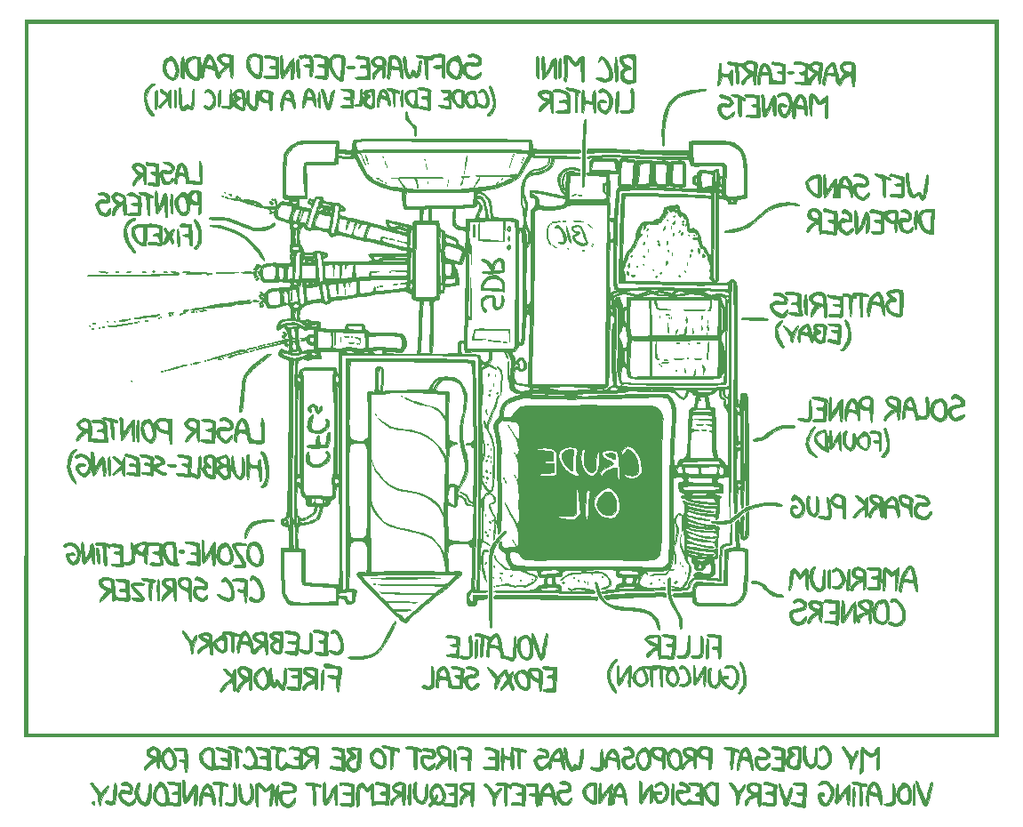
<source format=gbo>
G04 #@! TF.GenerationSoftware,KiCad,Pcbnew,5.0.0*
G04 #@! TF.CreationDate,2018-07-29T00:07:07-05:00*
G04 #@! TF.ProjectId,SolarPanelTest,536F6C617250616E656C546573742E6B,rev?*
G04 #@! TF.SameCoordinates,PX87a6900PY4b17a20*
G04 #@! TF.FileFunction,Legend,Bot*
G04 #@! TF.FilePolarity,Positive*
%FSLAX46Y46*%
G04 Gerber Fmt 4.6, Leading zero omitted, Abs format (unit mm)*
G04 Created by KiCad (PCBNEW 5.0.0) date Sun Jul 29 00:07:07 2018*
%MOMM*%
%LPD*%
G01*
G04 APERTURE LIST*
%ADD10C,0.010000*%
G04 APERTURE END LIST*
D10*
G04 #@! TO.C,G\002A\002A\002A*
G36*
X73834387Y-19478865D02*
X73769846Y-19547127D01*
X73766049Y-19561695D01*
X73783942Y-19639526D01*
X73900163Y-19682700D01*
X74147225Y-19701709D01*
X74204958Y-19703300D01*
X74475987Y-19716796D01*
X74676097Y-19739868D01*
X74741734Y-19757966D01*
X74779372Y-19862673D01*
X74781093Y-20064387D01*
X74776712Y-20108538D01*
X74737397Y-20312370D01*
X74657361Y-20393719D01*
X74517947Y-20401039D01*
X74250746Y-20393570D01*
X74120833Y-20420589D01*
X74098322Y-20489621D01*
X74102855Y-20505566D01*
X74201745Y-20582186D01*
X74398987Y-20635962D01*
X74427411Y-20639664D01*
X74631010Y-20670134D01*
X74745038Y-20700849D01*
X74749700Y-20704187D01*
X74756812Y-20798828D01*
X74739117Y-21003157D01*
X74722343Y-21127105D01*
X74669682Y-21373492D01*
X74601687Y-21474153D01*
X74543841Y-21472736D01*
X74393326Y-21435196D01*
X74145437Y-21391481D01*
X73999698Y-21370479D01*
X73740699Y-21346015D01*
X73611095Y-21365231D01*
X73575338Y-21433497D01*
X73575333Y-21434614D01*
X73657684Y-21529459D01*
X73895607Y-21622624D01*
X74062167Y-21665095D01*
X74362052Y-21733125D01*
X74618659Y-21791747D01*
X74734009Y-21818394D01*
X74864854Y-21821940D01*
X74932939Y-21723939D01*
X74963102Y-21577654D01*
X74985996Y-21368079D01*
X75010475Y-21043999D01*
X75032676Y-20660154D01*
X75041632Y-20464922D01*
X75054346Y-20047172D01*
X75036261Y-19768684D01*
X74965041Y-19599600D01*
X74818356Y-19510060D01*
X74573873Y-19470205D01*
X74285286Y-19453680D01*
X73994147Y-19450223D01*
X73834387Y-19478865D01*
X73834387Y-19478865D01*
G37*
X73834387Y-19478865D02*
X73769846Y-19547127D01*
X73766049Y-19561695D01*
X73783942Y-19639526D01*
X73900163Y-19682700D01*
X74147225Y-19701709D01*
X74204958Y-19703300D01*
X74475987Y-19716796D01*
X74676097Y-19739868D01*
X74741734Y-19757966D01*
X74779372Y-19862673D01*
X74781093Y-20064387D01*
X74776712Y-20108538D01*
X74737397Y-20312370D01*
X74657361Y-20393719D01*
X74517947Y-20401039D01*
X74250746Y-20393570D01*
X74120833Y-20420589D01*
X74098322Y-20489621D01*
X74102855Y-20505566D01*
X74201745Y-20582186D01*
X74398987Y-20635962D01*
X74427411Y-20639664D01*
X74631010Y-20670134D01*
X74745038Y-20700849D01*
X74749700Y-20704187D01*
X74756812Y-20798828D01*
X74739117Y-21003157D01*
X74722343Y-21127105D01*
X74669682Y-21373492D01*
X74601687Y-21474153D01*
X74543841Y-21472736D01*
X74393326Y-21435196D01*
X74145437Y-21391481D01*
X73999698Y-21370479D01*
X73740699Y-21346015D01*
X73611095Y-21365231D01*
X73575338Y-21433497D01*
X73575333Y-21434614D01*
X73657684Y-21529459D01*
X73895607Y-21622624D01*
X74062167Y-21665095D01*
X74362052Y-21733125D01*
X74618659Y-21791747D01*
X74734009Y-21818394D01*
X74864854Y-21821940D01*
X74932939Y-21723939D01*
X74963102Y-21577654D01*
X74985996Y-21368079D01*
X75010475Y-21043999D01*
X75032676Y-20660154D01*
X75041632Y-20464922D01*
X75054346Y-20047172D01*
X75036261Y-19768684D01*
X74965041Y-19599600D01*
X74818356Y-19510060D01*
X74573873Y-19470205D01*
X74285286Y-19453680D01*
X73994147Y-19450223D01*
X73834387Y-19478865D01*
G36*
X25273557Y-19423295D02*
X25086264Y-19499759D01*
X25051365Y-19581938D01*
X25153675Y-19651214D01*
X25378013Y-19688972D01*
X25492044Y-19691184D01*
X25772893Y-19702309D01*
X25949372Y-19759821D01*
X26084522Y-19884675D01*
X26088375Y-19889405D01*
X26182759Y-20044046D01*
X26158777Y-20146727D01*
X26001934Y-20206279D01*
X25697738Y-20231534D01*
X25522767Y-20234037D01*
X25229830Y-20250756D01*
X25002777Y-20292871D01*
X24908933Y-20336934D01*
X24831022Y-20513201D01*
X24811769Y-20783469D01*
X24849207Y-21083632D01*
X24939957Y-21346875D01*
X25115098Y-21561163D01*
X25354702Y-21721178D01*
X25360571Y-21723670D01*
X25582635Y-21809400D01*
X25729406Y-21830683D01*
X25880124Y-21792308D01*
X25962441Y-21760046D01*
X26194990Y-21591484D01*
X26362956Y-21335687D01*
X26416000Y-21105495D01*
X26373883Y-20945626D01*
X26281298Y-20927338D01*
X26188895Y-21060586D01*
X26188807Y-21060834D01*
X26024418Y-21337156D01*
X25796398Y-21483250D01*
X25542207Y-21490645D01*
X25299309Y-21350872D01*
X25232690Y-21277009D01*
X25089842Y-20978689D01*
X25078378Y-20790175D01*
X25099511Y-20651611D01*
X25155278Y-20570626D01*
X25285343Y-20526790D01*
X25529371Y-20499673D01*
X25662461Y-20489334D01*
X25972707Y-20450407D01*
X26227887Y-20390861D01*
X26360961Y-20330800D01*
X26486723Y-20145410D01*
X26473766Y-19942777D01*
X26348153Y-19744653D01*
X26135948Y-19572788D01*
X25863213Y-19448935D01*
X25556012Y-19394845D01*
X25273557Y-19423295D01*
X25273557Y-19423295D01*
G37*
X25273557Y-19423295D02*
X25086264Y-19499759D01*
X25051365Y-19581938D01*
X25153675Y-19651214D01*
X25378013Y-19688972D01*
X25492044Y-19691184D01*
X25772893Y-19702309D01*
X25949372Y-19759821D01*
X26084522Y-19884675D01*
X26088375Y-19889405D01*
X26182759Y-20044046D01*
X26158777Y-20146727D01*
X26001934Y-20206279D01*
X25697738Y-20231534D01*
X25522767Y-20234037D01*
X25229830Y-20250756D01*
X25002777Y-20292871D01*
X24908933Y-20336934D01*
X24831022Y-20513201D01*
X24811769Y-20783469D01*
X24849207Y-21083632D01*
X24939957Y-21346875D01*
X25115098Y-21561163D01*
X25354702Y-21721178D01*
X25360571Y-21723670D01*
X25582635Y-21809400D01*
X25729406Y-21830683D01*
X25880124Y-21792308D01*
X25962441Y-21760046D01*
X26194990Y-21591484D01*
X26362956Y-21335687D01*
X26416000Y-21105495D01*
X26373883Y-20945626D01*
X26281298Y-20927338D01*
X26188895Y-21060586D01*
X26188807Y-21060834D01*
X26024418Y-21337156D01*
X25796398Y-21483250D01*
X25542207Y-21490645D01*
X25299309Y-21350872D01*
X25232690Y-21277009D01*
X25089842Y-20978689D01*
X25078378Y-20790175D01*
X25099511Y-20651611D01*
X25155278Y-20570626D01*
X25285343Y-20526790D01*
X25529371Y-20499673D01*
X25662461Y-20489334D01*
X25972707Y-20450407D01*
X26227887Y-20390861D01*
X26360961Y-20330800D01*
X26486723Y-20145410D01*
X26473766Y-19942777D01*
X26348153Y-19744653D01*
X26135948Y-19572788D01*
X25863213Y-19448935D01*
X25556012Y-19394845D01*
X25273557Y-19423295D01*
G36*
X79519654Y-19978591D02*
X79479626Y-20113647D01*
X79452976Y-20368590D01*
X79435572Y-20767843D01*
X79435269Y-20778202D01*
X79434076Y-21218976D01*
X79457834Y-21536103D01*
X79504083Y-21716920D01*
X79570361Y-21748765D01*
X79614146Y-21698701D01*
X79635551Y-21586476D01*
X79655520Y-21345278D01*
X79671258Y-21015461D01*
X79677724Y-20781157D01*
X79681067Y-20383260D01*
X79669719Y-20128008D01*
X79640543Y-19989111D01*
X79590400Y-19940275D01*
X79577189Y-19939000D01*
X79519654Y-19978591D01*
X79519654Y-19978591D01*
G37*
X79519654Y-19978591D02*
X79479626Y-20113647D01*
X79452976Y-20368590D01*
X79435572Y-20767843D01*
X79435269Y-20778202D01*
X79434076Y-21218976D01*
X79457834Y-21536103D01*
X79504083Y-21716920D01*
X79570361Y-21748765D01*
X79614146Y-21698701D01*
X79635551Y-21586476D01*
X79655520Y-21345278D01*
X79671258Y-21015461D01*
X79677724Y-20781157D01*
X79681067Y-20383260D01*
X79669719Y-20128008D01*
X79640543Y-19989111D01*
X79590400Y-19940275D01*
X79577189Y-19939000D01*
X79519654Y-19978591D01*
G36*
X72428817Y-19663634D02*
X72432645Y-19798583D01*
X72485610Y-20049256D01*
X72577657Y-20372726D01*
X72637708Y-20555674D01*
X72751484Y-20899975D01*
X72840029Y-21192531D01*
X72890751Y-21390496D01*
X72898000Y-21441515D01*
X72958121Y-21603846D01*
X73012148Y-21664001D01*
X73132057Y-21705135D01*
X73265807Y-21604578D01*
X73350468Y-21453225D01*
X73449161Y-21193517D01*
X73548374Y-20874527D01*
X73634593Y-20545325D01*
X73694307Y-20254984D01*
X73714001Y-20052573D01*
X73706535Y-20004085D01*
X73628921Y-19897298D01*
X73543197Y-19958745D01*
X73449931Y-20187551D01*
X73359408Y-20538566D01*
X73285675Y-20829934D01*
X73216813Y-21033108D01*
X73165074Y-21113727D01*
X73155665Y-21110066D01*
X73101223Y-21002096D01*
X73009386Y-20775963D01*
X72897002Y-20473912D01*
X72857423Y-20362334D01*
X72712352Y-19964443D01*
X72605009Y-19714149D01*
X72526139Y-19596363D01*
X72466487Y-19595996D01*
X72428817Y-19663634D01*
X72428817Y-19663634D01*
G37*
X72428817Y-19663634D02*
X72432645Y-19798583D01*
X72485610Y-20049256D01*
X72577657Y-20372726D01*
X72637708Y-20555674D01*
X72751484Y-20899975D01*
X72840029Y-21192531D01*
X72890751Y-21390496D01*
X72898000Y-21441515D01*
X72958121Y-21603846D01*
X73012148Y-21664001D01*
X73132057Y-21705135D01*
X73265807Y-21604578D01*
X73350468Y-21453225D01*
X73449161Y-21193517D01*
X73548374Y-20874527D01*
X73634593Y-20545325D01*
X73694307Y-20254984D01*
X73714001Y-20052573D01*
X73706535Y-20004085D01*
X73628921Y-19897298D01*
X73543197Y-19958745D01*
X73449931Y-20187551D01*
X73359408Y-20538566D01*
X73285675Y-20829934D01*
X73216813Y-21033108D01*
X73165074Y-21113727D01*
X73155665Y-21110066D01*
X73101223Y-21002096D01*
X73009386Y-20775963D01*
X72897002Y-20473912D01*
X72857423Y-20362334D01*
X72712352Y-19964443D01*
X72605009Y-19714149D01*
X72526139Y-19596363D01*
X72466487Y-19595996D01*
X72428817Y-19663634D01*
G36*
X69816932Y-19469530D02*
X69548367Y-19571730D01*
X69505924Y-19605229D01*
X69363242Y-19830889D01*
X69364575Y-20086539D01*
X69499675Y-20332335D01*
X69741099Y-20519645D01*
X69966608Y-20637801D01*
X69675471Y-20788245D01*
X69376458Y-20982605D01*
X69218863Y-21197949D01*
X69175360Y-21441834D01*
X69212680Y-21624869D01*
X69302014Y-21670294D01*
X69400650Y-21580858D01*
X69455676Y-21423786D01*
X69550738Y-21213856D01*
X69764711Y-21043269D01*
X69843887Y-21000452D01*
X70137470Y-20864648D01*
X70316232Y-20833836D01*
X70407885Y-20921586D01*
X70440142Y-21141469D01*
X70442667Y-21293667D01*
X70454069Y-21574492D01*
X70494077Y-21719072D01*
X70569667Y-21759334D01*
X70682029Y-21696656D01*
X70696667Y-21642251D01*
X70699311Y-21513591D01*
X70706471Y-21255674D01*
X70716989Y-20908485D01*
X70727174Y-20589291D01*
X70750582Y-19871189D01*
X70476723Y-19871189D01*
X70476533Y-19882556D01*
X70465451Y-20038589D01*
X70455367Y-20203584D01*
X70429577Y-20352751D01*
X70340801Y-20395655D01*
X70173056Y-20371911D01*
X69930657Y-20289824D01*
X69749722Y-20178872D01*
X69612607Y-19990588D01*
X69641718Y-19828878D01*
X69799384Y-19715702D01*
X70000104Y-19674561D01*
X70220368Y-19696733D01*
X70399474Y-19767262D01*
X70476723Y-19871189D01*
X70750582Y-19871189D01*
X70757682Y-19653414D01*
X70500802Y-19547011D01*
X70154996Y-19460085D01*
X69816932Y-19469530D01*
X69816932Y-19469530D01*
G37*
X69816932Y-19469530D02*
X69548367Y-19571730D01*
X69505924Y-19605229D01*
X69363242Y-19830889D01*
X69364575Y-20086539D01*
X69499675Y-20332335D01*
X69741099Y-20519645D01*
X69966608Y-20637801D01*
X69675471Y-20788245D01*
X69376458Y-20982605D01*
X69218863Y-21197949D01*
X69175360Y-21441834D01*
X69212680Y-21624869D01*
X69302014Y-21670294D01*
X69400650Y-21580858D01*
X69455676Y-21423786D01*
X69550738Y-21213856D01*
X69764711Y-21043269D01*
X69843887Y-21000452D01*
X70137470Y-20864648D01*
X70316232Y-20833836D01*
X70407885Y-20921586D01*
X70440142Y-21141469D01*
X70442667Y-21293667D01*
X70454069Y-21574492D01*
X70494077Y-21719072D01*
X70569667Y-21759334D01*
X70682029Y-21696656D01*
X70696667Y-21642251D01*
X70699311Y-21513591D01*
X70706471Y-21255674D01*
X70716989Y-20908485D01*
X70727174Y-20589291D01*
X70750582Y-19871189D01*
X70476723Y-19871189D01*
X70476533Y-19882556D01*
X70465451Y-20038589D01*
X70455367Y-20203584D01*
X70429577Y-20352751D01*
X70340801Y-20395655D01*
X70173056Y-20371911D01*
X69930657Y-20289824D01*
X69749722Y-20178872D01*
X69612607Y-19990588D01*
X69641718Y-19828878D01*
X69799384Y-19715702D01*
X70000104Y-19674561D01*
X70220368Y-19696733D01*
X70399474Y-19767262D01*
X70476723Y-19871189D01*
X70750582Y-19871189D01*
X70757682Y-19653414D01*
X70500802Y-19547011D01*
X70154996Y-19460085D01*
X69816932Y-19469530D01*
G36*
X50380583Y-19524391D02*
X50247283Y-19594110D01*
X50017520Y-19818579D01*
X49836212Y-20167510D01*
X49694924Y-20658983D01*
X49653717Y-20866087D01*
X49545282Y-21463000D01*
X49537641Y-20550176D01*
X49527776Y-20110623D01*
X49505098Y-19818689D01*
X49466916Y-19652963D01*
X49417456Y-19594165D01*
X49275684Y-19567894D01*
X49026185Y-19544862D01*
X48803622Y-19533322D01*
X48513677Y-19532107D01*
X48358296Y-19559273D01*
X48304030Y-19622117D01*
X48302333Y-19642667D01*
X48376524Y-19746288D01*
X48514000Y-19776352D01*
X48875016Y-19788424D01*
X49099348Y-19807640D01*
X49219404Y-19850199D01*
X49267590Y-19932303D01*
X49276315Y-20070153D01*
X49276000Y-20157288D01*
X49276000Y-20502576D01*
X48966498Y-20474788D01*
X48718187Y-20482970D01*
X48617756Y-20544211D01*
X48669944Y-20627183D01*
X48879489Y-20700558D01*
X48930952Y-20709800D01*
X49276000Y-20764976D01*
X49276000Y-21262155D01*
X49286134Y-21553553D01*
X49321973Y-21708459D01*
X49391672Y-21758802D01*
X49403000Y-21759334D01*
X49515672Y-21713616D01*
X49530000Y-21674667D01*
X49600465Y-21604529D01*
X49689578Y-21590000D01*
X49788484Y-21558244D01*
X49852246Y-21438164D01*
X49898526Y-21192545D01*
X49906185Y-21133552D01*
X49950230Y-20865084D01*
X50005898Y-20732612D01*
X50088768Y-20702842D01*
X50106441Y-20705552D01*
X50284902Y-20737797D01*
X50530761Y-20778809D01*
X50560151Y-20783520D01*
X50764294Y-20832666D01*
X50866742Y-20930732D01*
X50921397Y-21134270D01*
X50927351Y-21168743D01*
X50981100Y-21392960D01*
X51044715Y-21535815D01*
X51061367Y-21552220D01*
X51177433Y-21576742D01*
X51230612Y-21462696D01*
X51222118Y-21202912D01*
X51173079Y-20892468D01*
X51086662Y-20499767D01*
X50800000Y-20499767D01*
X50724585Y-20513491D01*
X50533705Y-20510165D01*
X50419000Y-20502585D01*
X50166205Y-20460155D01*
X50044570Y-20388989D01*
X50038000Y-20365226D01*
X50092049Y-20213451D01*
X50220431Y-20029909D01*
X50372499Y-19875722D01*
X50496410Y-19812000D01*
X50572463Y-19883323D01*
X50666145Y-20056054D01*
X50750150Y-20268338D01*
X50797177Y-20458321D01*
X50800000Y-20499767D01*
X51086662Y-20499767D01*
X51045571Y-20313039D01*
X50908409Y-19894708D01*
X50755751Y-19629285D01*
X50581756Y-19508576D01*
X50380583Y-19524391D01*
X50380583Y-19524391D01*
G37*
X50380583Y-19524391D02*
X50247283Y-19594110D01*
X50017520Y-19818579D01*
X49836212Y-20167510D01*
X49694924Y-20658983D01*
X49653717Y-20866087D01*
X49545282Y-21463000D01*
X49537641Y-20550176D01*
X49527776Y-20110623D01*
X49505098Y-19818689D01*
X49466916Y-19652963D01*
X49417456Y-19594165D01*
X49275684Y-19567894D01*
X49026185Y-19544862D01*
X48803622Y-19533322D01*
X48513677Y-19532107D01*
X48358296Y-19559273D01*
X48304030Y-19622117D01*
X48302333Y-19642667D01*
X48376524Y-19746288D01*
X48514000Y-19776352D01*
X48875016Y-19788424D01*
X49099348Y-19807640D01*
X49219404Y-19850199D01*
X49267590Y-19932303D01*
X49276315Y-20070153D01*
X49276000Y-20157288D01*
X49276000Y-20502576D01*
X48966498Y-20474788D01*
X48718187Y-20482970D01*
X48617756Y-20544211D01*
X48669944Y-20627183D01*
X48879489Y-20700558D01*
X48930952Y-20709800D01*
X49276000Y-20764976D01*
X49276000Y-21262155D01*
X49286134Y-21553553D01*
X49321973Y-21708459D01*
X49391672Y-21758802D01*
X49403000Y-21759334D01*
X49515672Y-21713616D01*
X49530000Y-21674667D01*
X49600465Y-21604529D01*
X49689578Y-21590000D01*
X49788484Y-21558244D01*
X49852246Y-21438164D01*
X49898526Y-21192545D01*
X49906185Y-21133552D01*
X49950230Y-20865084D01*
X50005898Y-20732612D01*
X50088768Y-20702842D01*
X50106441Y-20705552D01*
X50284902Y-20737797D01*
X50530761Y-20778809D01*
X50560151Y-20783520D01*
X50764294Y-20832666D01*
X50866742Y-20930732D01*
X50921397Y-21134270D01*
X50927351Y-21168743D01*
X50981100Y-21392960D01*
X51044715Y-21535815D01*
X51061367Y-21552220D01*
X51177433Y-21576742D01*
X51230612Y-21462696D01*
X51222118Y-21202912D01*
X51173079Y-20892468D01*
X51086662Y-20499767D01*
X50800000Y-20499767D01*
X50724585Y-20513491D01*
X50533705Y-20510165D01*
X50419000Y-20502585D01*
X50166205Y-20460155D01*
X50044570Y-20388989D01*
X50038000Y-20365226D01*
X50092049Y-20213451D01*
X50220431Y-20029909D01*
X50372499Y-19875722D01*
X50496410Y-19812000D01*
X50572463Y-19883323D01*
X50666145Y-20056054D01*
X50750150Y-20268338D01*
X50797177Y-20458321D01*
X50800000Y-20499767D01*
X51086662Y-20499767D01*
X51045571Y-20313039D01*
X50908409Y-19894708D01*
X50755751Y-19629285D01*
X50581756Y-19508576D01*
X50380583Y-19524391D01*
G36*
X42452802Y-19473885D02*
X42172523Y-19580873D01*
X42023473Y-19745568D01*
X42016963Y-19952143D01*
X42164303Y-20184768D01*
X42258238Y-20272728D01*
X42521809Y-20494509D01*
X42303996Y-20696372D01*
X42105696Y-20953350D01*
X42008413Y-21236129D01*
X42027271Y-21468177D01*
X42105872Y-21560204D01*
X42195602Y-21502935D01*
X42275757Y-21313391D01*
X42290987Y-21251394D01*
X42407815Y-21005313D01*
X42611988Y-20794544D01*
X42846293Y-20671546D01*
X42937418Y-20658667D01*
X43023276Y-20679143D01*
X43071157Y-20765096D01*
X43091616Y-20953307D01*
X43095333Y-21209000D01*
X43105582Y-21526340D01*
X43139932Y-21701095D01*
X43203794Y-21758978D01*
X43211096Y-21759334D01*
X43261662Y-21721647D01*
X43300379Y-21594219D01*
X43330290Y-21355492D01*
X43354434Y-20983912D01*
X43369371Y-20637500D01*
X43383029Y-20220428D01*
X43390486Y-19868524D01*
X43390774Y-19784575D01*
X43124144Y-19784575D01*
X43115498Y-19984905D01*
X43110927Y-20027738D01*
X43075766Y-20227104D01*
X43007058Y-20298013D01*
X42862901Y-20281134D01*
X42852460Y-20278592D01*
X42600707Y-20186688D01*
X42439167Y-20100648D01*
X42276863Y-19956807D01*
X42279352Y-19832568D01*
X42412434Y-19730312D01*
X42594452Y-19672265D01*
X42823387Y-19644066D01*
X43022751Y-19650993D01*
X43106857Y-19682412D01*
X43124144Y-19784575D01*
X43390774Y-19784575D01*
X43391360Y-19614113D01*
X43385270Y-19489515D01*
X43382985Y-19482765D01*
X43289715Y-19463741D01*
X43077356Y-19448005D01*
X42853000Y-19440432D01*
X42452802Y-19473885D01*
X42452802Y-19473885D01*
G37*
X42452802Y-19473885D02*
X42172523Y-19580873D01*
X42023473Y-19745568D01*
X42016963Y-19952143D01*
X42164303Y-20184768D01*
X42258238Y-20272728D01*
X42521809Y-20494509D01*
X42303996Y-20696372D01*
X42105696Y-20953350D01*
X42008413Y-21236129D01*
X42027271Y-21468177D01*
X42105872Y-21560204D01*
X42195602Y-21502935D01*
X42275757Y-21313391D01*
X42290987Y-21251394D01*
X42407815Y-21005313D01*
X42611988Y-20794544D01*
X42846293Y-20671546D01*
X42937418Y-20658667D01*
X43023276Y-20679143D01*
X43071157Y-20765096D01*
X43091616Y-20953307D01*
X43095333Y-21209000D01*
X43105582Y-21526340D01*
X43139932Y-21701095D01*
X43203794Y-21758978D01*
X43211096Y-21759334D01*
X43261662Y-21721647D01*
X43300379Y-21594219D01*
X43330290Y-21355492D01*
X43354434Y-20983912D01*
X43369371Y-20637500D01*
X43383029Y-20220428D01*
X43390486Y-19868524D01*
X43390774Y-19784575D01*
X43124144Y-19784575D01*
X43115498Y-19984905D01*
X43110927Y-20027738D01*
X43075766Y-20227104D01*
X43007058Y-20298013D01*
X42862901Y-20281134D01*
X42852460Y-20278592D01*
X42600707Y-20186688D01*
X42439167Y-20100648D01*
X42276863Y-19956807D01*
X42279352Y-19832568D01*
X42412434Y-19730312D01*
X42594452Y-19672265D01*
X42823387Y-19644066D01*
X43022751Y-19650993D01*
X43106857Y-19682412D01*
X43124144Y-19784575D01*
X43390774Y-19784575D01*
X43391360Y-19614113D01*
X43385270Y-19489515D01*
X43382985Y-19482765D01*
X43289715Y-19463741D01*
X43077356Y-19448005D01*
X42853000Y-19440432D01*
X42452802Y-19473885D01*
G36*
X40840026Y-19565874D02*
X40644162Y-19591974D01*
X40574364Y-19640017D01*
X40576134Y-19663834D01*
X40679417Y-19731911D01*
X40916064Y-19780185D01*
X41091189Y-19795059D01*
X41571333Y-19820451D01*
X41571333Y-20107448D01*
X41557486Y-20296778D01*
X41482505Y-20383486D01*
X41296231Y-20417064D01*
X41253833Y-20420723D01*
X41049594Y-20457597D01*
X40941484Y-20516056D01*
X40936333Y-20531667D01*
X41011225Y-20592329D01*
X41196892Y-20636525D01*
X41253833Y-20642611D01*
X41449884Y-20667180D01*
X41542052Y-20730788D01*
X41569556Y-20883111D01*
X41571333Y-21044778D01*
X41571333Y-21420667D01*
X41063333Y-21420667D01*
X40768361Y-21430420D01*
X40609992Y-21464995D01*
X40556335Y-21532365D01*
X40555333Y-21547667D01*
X40625603Y-21645289D01*
X40830500Y-21675599D01*
X41118735Y-21691206D01*
X41402000Y-21725376D01*
X41616296Y-21741557D01*
X41752894Y-21717162D01*
X41761833Y-21710333D01*
X41786192Y-21605490D01*
X41806228Y-21366287D01*
X41819938Y-21027680D01*
X41825319Y-20624629D01*
X41825333Y-20602222D01*
X41825333Y-19558000D01*
X41183278Y-19558000D01*
X40840026Y-19565874D01*
X40840026Y-19565874D01*
G37*
X40840026Y-19565874D02*
X40644162Y-19591974D01*
X40574364Y-19640017D01*
X40576134Y-19663834D01*
X40679417Y-19731911D01*
X40916064Y-19780185D01*
X41091189Y-19795059D01*
X41571333Y-19820451D01*
X41571333Y-20107448D01*
X41557486Y-20296778D01*
X41482505Y-20383486D01*
X41296231Y-20417064D01*
X41253833Y-20420723D01*
X41049594Y-20457597D01*
X40941484Y-20516056D01*
X40936333Y-20531667D01*
X41011225Y-20592329D01*
X41196892Y-20636525D01*
X41253833Y-20642611D01*
X41449884Y-20667180D01*
X41542052Y-20730788D01*
X41569556Y-20883111D01*
X41571333Y-21044778D01*
X41571333Y-21420667D01*
X41063333Y-21420667D01*
X40768361Y-21430420D01*
X40609992Y-21464995D01*
X40556335Y-21532365D01*
X40555333Y-21547667D01*
X40625603Y-21645289D01*
X40830500Y-21675599D01*
X41118735Y-21691206D01*
X41402000Y-21725376D01*
X41616296Y-21741557D01*
X41752894Y-21717162D01*
X41761833Y-21710333D01*
X41786192Y-21605490D01*
X41806228Y-21366287D01*
X41819938Y-21027680D01*
X41825319Y-20624629D01*
X41825333Y-20602222D01*
X41825333Y-19558000D01*
X41183278Y-19558000D01*
X40840026Y-19565874D01*
G36*
X39790255Y-19524828D02*
X39634050Y-19595137D01*
X39395691Y-19808527D01*
X39234555Y-20118664D01*
X39147798Y-20373458D01*
X39128624Y-20559521D01*
X39174734Y-20762364D01*
X39214170Y-20876345D01*
X39288934Y-21105656D01*
X39296496Y-21241796D01*
X39232443Y-21348858D01*
X39177698Y-21406006D01*
X39074400Y-21556984D01*
X39068389Y-21666127D01*
X39184119Y-21753927D01*
X39323974Y-21676660D01*
X39399453Y-21582697D01*
X39520100Y-21462189D01*
X39657040Y-21478997D01*
X39695021Y-21498030D01*
X40021282Y-21585326D01*
X40342942Y-21516558D01*
X40482454Y-21428147D01*
X40630544Y-21208013D01*
X40686410Y-20896639D01*
X40682855Y-20850590D01*
X40413032Y-20850590D01*
X40355280Y-21133607D01*
X40206962Y-21295334D01*
X39976699Y-21322315D01*
X39843051Y-21284785D01*
X39761697Y-21233624D01*
X39771501Y-21141417D01*
X39853891Y-20989282D01*
X39942821Y-20789646D01*
X39916711Y-20664967D01*
X39903608Y-20650408D01*
X39808139Y-20617219D01*
X39713532Y-20734244D01*
X39598277Y-20888890D01*
X39512177Y-20881204D01*
X39463088Y-20716846D01*
X39454667Y-20547849D01*
X39506588Y-20189995D01*
X39640755Y-19959879D01*
X39824775Y-19860615D01*
X40026256Y-19895315D01*
X40212804Y-20067092D01*
X40352027Y-20379058D01*
X40371596Y-20459739D01*
X40413032Y-20850590D01*
X40682855Y-20850590D01*
X40658775Y-20538741D01*
X40556361Y-20179033D01*
X40387892Y-19862230D01*
X40162091Y-19633046D01*
X40128051Y-19611469D01*
X39940301Y-19519613D01*
X39790255Y-19524828D01*
X39790255Y-19524828D01*
G37*
X39790255Y-19524828D02*
X39634050Y-19595137D01*
X39395691Y-19808527D01*
X39234555Y-20118664D01*
X39147798Y-20373458D01*
X39128624Y-20559521D01*
X39174734Y-20762364D01*
X39214170Y-20876345D01*
X39288934Y-21105656D01*
X39296496Y-21241796D01*
X39232443Y-21348858D01*
X39177698Y-21406006D01*
X39074400Y-21556984D01*
X39068389Y-21666127D01*
X39184119Y-21753927D01*
X39323974Y-21676660D01*
X39399453Y-21582697D01*
X39520100Y-21462189D01*
X39657040Y-21478997D01*
X39695021Y-21498030D01*
X40021282Y-21585326D01*
X40342942Y-21516558D01*
X40482454Y-21428147D01*
X40630544Y-21208013D01*
X40686410Y-20896639D01*
X40682855Y-20850590D01*
X40413032Y-20850590D01*
X40355280Y-21133607D01*
X40206962Y-21295334D01*
X39976699Y-21322315D01*
X39843051Y-21284785D01*
X39761697Y-21233624D01*
X39771501Y-21141417D01*
X39853891Y-20989282D01*
X39942821Y-20789646D01*
X39916711Y-20664967D01*
X39903608Y-20650408D01*
X39808139Y-20617219D01*
X39713532Y-20734244D01*
X39598277Y-20888890D01*
X39512177Y-20881204D01*
X39463088Y-20716846D01*
X39454667Y-20547849D01*
X39506588Y-20189995D01*
X39640755Y-19959879D01*
X39824775Y-19860615D01*
X40026256Y-19895315D01*
X40212804Y-20067092D01*
X40352027Y-20379058D01*
X40371596Y-20459739D01*
X40413032Y-20850590D01*
X40682855Y-20850590D01*
X40658775Y-20538741D01*
X40556361Y-20179033D01*
X40387892Y-19862230D01*
X40162091Y-19633046D01*
X40128051Y-19611469D01*
X39940301Y-19519613D01*
X39790255Y-19524828D01*
G36*
X34057815Y-19421266D02*
X34039379Y-19428912D01*
X33955090Y-19537485D01*
X34001337Y-19626949D01*
X34074166Y-19642667D01*
X34224408Y-19659658D01*
X34470710Y-19702967D01*
X34624499Y-19734349D01*
X34875125Y-19794862D01*
X35001723Y-19861752D01*
X35046570Y-19973265D01*
X35052000Y-20121055D01*
X35039175Y-20315145D01*
X34982528Y-20379552D01*
X34882667Y-20362334D01*
X34685281Y-20340455D01*
X34504647Y-20380013D01*
X34400920Y-20461967D01*
X34397616Y-20515848D01*
X34498354Y-20600634D01*
X34592777Y-20621181D01*
X34856616Y-20641150D01*
X34993159Y-20686957D01*
X35044317Y-20791036D01*
X35052000Y-20976592D01*
X35052000Y-21294517D01*
X34459442Y-21294092D01*
X33866885Y-21293667D01*
X33866776Y-20520867D01*
X33849687Y-20051797D01*
X33797282Y-19746382D01*
X33707615Y-19602264D01*
X33578746Y-19617088D01*
X33408729Y-19788495D01*
X33340696Y-19882769D01*
X33205541Y-20080538D01*
X33091604Y-19848246D01*
X32906463Y-19585555D01*
X32700911Y-19485863D01*
X32493607Y-19549812D01*
X32303207Y-19778046D01*
X32280415Y-19820311D01*
X32227968Y-20000773D01*
X32192184Y-20278762D01*
X32172839Y-20614149D01*
X32169709Y-20966811D01*
X32182567Y-21296621D01*
X32211191Y-21563454D01*
X32255354Y-21727183D01*
X32291275Y-21759334D01*
X32420461Y-21690764D01*
X32460566Y-21625519D01*
X32479279Y-21476271D01*
X32478127Y-21216516D01*
X32458695Y-20919073D01*
X32447309Y-20568835D01*
X32472356Y-20234376D01*
X32526563Y-19956291D01*
X32602656Y-19775175D01*
X32672218Y-19727334D01*
X32744968Y-19796221D01*
X32847938Y-19967318D01*
X32875949Y-20023667D01*
X33034731Y-20250792D01*
X33217443Y-20310913D01*
X33428598Y-20205241D01*
X33457833Y-20179878D01*
X33528961Y-20124120D01*
X33574123Y-20129791D01*
X33599201Y-20222626D01*
X33610077Y-20428359D01*
X33612636Y-20772725D01*
X33612667Y-20857211D01*
X33617099Y-21244191D01*
X33633317Y-21490219D01*
X33665705Y-21623513D01*
X33718649Y-21672293D01*
X33739667Y-21674667D01*
X33852388Y-21632300D01*
X33866667Y-21596314D01*
X33945210Y-21563232D01*
X34157468Y-21546116D01*
X34468380Y-21547174D01*
X34578698Y-21551507D01*
X35290729Y-21585054D01*
X35322925Y-20677361D01*
X35333602Y-20296249D01*
X35337303Y-19975321D01*
X35333890Y-19754029D01*
X35326421Y-19676653D01*
X35234437Y-19617117D01*
X35025671Y-19551087D01*
X34751876Y-19488526D01*
X34464800Y-19439394D01*
X34216197Y-19413654D01*
X34057815Y-19421266D01*
X34057815Y-19421266D01*
G37*
X34057815Y-19421266D02*
X34039379Y-19428912D01*
X33955090Y-19537485D01*
X34001337Y-19626949D01*
X34074166Y-19642667D01*
X34224408Y-19659658D01*
X34470710Y-19702967D01*
X34624499Y-19734349D01*
X34875125Y-19794862D01*
X35001723Y-19861752D01*
X35046570Y-19973265D01*
X35052000Y-20121055D01*
X35039175Y-20315145D01*
X34982528Y-20379552D01*
X34882667Y-20362334D01*
X34685281Y-20340455D01*
X34504647Y-20380013D01*
X34400920Y-20461967D01*
X34397616Y-20515848D01*
X34498354Y-20600634D01*
X34592777Y-20621181D01*
X34856616Y-20641150D01*
X34993159Y-20686957D01*
X35044317Y-20791036D01*
X35052000Y-20976592D01*
X35052000Y-21294517D01*
X34459442Y-21294092D01*
X33866885Y-21293667D01*
X33866776Y-20520867D01*
X33849687Y-20051797D01*
X33797282Y-19746382D01*
X33707615Y-19602264D01*
X33578746Y-19617088D01*
X33408729Y-19788495D01*
X33340696Y-19882769D01*
X33205541Y-20080538D01*
X33091604Y-19848246D01*
X32906463Y-19585555D01*
X32700911Y-19485863D01*
X32493607Y-19549812D01*
X32303207Y-19778046D01*
X32280415Y-19820311D01*
X32227968Y-20000773D01*
X32192184Y-20278762D01*
X32172839Y-20614149D01*
X32169709Y-20966811D01*
X32182567Y-21296621D01*
X32211191Y-21563454D01*
X32255354Y-21727183D01*
X32291275Y-21759334D01*
X32420461Y-21690764D01*
X32460566Y-21625519D01*
X32479279Y-21476271D01*
X32478127Y-21216516D01*
X32458695Y-20919073D01*
X32447309Y-20568835D01*
X32472356Y-20234376D01*
X32526563Y-19956291D01*
X32602656Y-19775175D01*
X32672218Y-19727334D01*
X32744968Y-19796221D01*
X32847938Y-19967318D01*
X32875949Y-20023667D01*
X33034731Y-20250792D01*
X33217443Y-20310913D01*
X33428598Y-20205241D01*
X33457833Y-20179878D01*
X33528961Y-20124120D01*
X33574123Y-20129791D01*
X33599201Y-20222626D01*
X33610077Y-20428359D01*
X33612636Y-20772725D01*
X33612667Y-20857211D01*
X33617099Y-21244191D01*
X33633317Y-21490219D01*
X33665705Y-21623513D01*
X33718649Y-21672293D01*
X33739667Y-21674667D01*
X33852388Y-21632300D01*
X33866667Y-21596314D01*
X33945210Y-21563232D01*
X34157468Y-21546116D01*
X34468380Y-21547174D01*
X34578698Y-21551507D01*
X35290729Y-21585054D01*
X35322925Y-20677361D01*
X35333602Y-20296249D01*
X35337303Y-19975321D01*
X35333890Y-19754029D01*
X35326421Y-19676653D01*
X35234437Y-19617117D01*
X35025671Y-19551087D01*
X34751876Y-19488526D01*
X34464800Y-19439394D01*
X34216197Y-19413654D01*
X34057815Y-19421266D01*
G36*
X30731066Y-19449506D02*
X30614802Y-19508129D01*
X30579860Y-19591520D01*
X30585733Y-19706135D01*
X30697053Y-19694649D01*
X30697724Y-19694391D01*
X30862646Y-19678317D01*
X31121566Y-19699869D01*
X31298978Y-19730374D01*
X31558114Y-19789788D01*
X31692218Y-19852826D01*
X31742458Y-19955550D01*
X31750000Y-20125484D01*
X31741753Y-20318892D01*
X31684339Y-20396472D01*
X31528745Y-20396714D01*
X31422120Y-20382985D01*
X31170649Y-20373880D01*
X30985869Y-20411195D01*
X30905387Y-20482309D01*
X30932928Y-20547150D01*
X30991547Y-20592139D01*
X31085462Y-20618393D01*
X31263768Y-20634844D01*
X31474833Y-20645771D01*
X31642482Y-20663252D01*
X31722880Y-20726232D01*
X31748064Y-20881717D01*
X31750000Y-21049530D01*
X31750000Y-21440393D01*
X31199667Y-21405351D01*
X30878987Y-21395204D01*
X30702909Y-21417618D01*
X30649333Y-21475157D01*
X30693010Y-21600672D01*
X30712833Y-21617703D01*
X30845878Y-21652754D01*
X31086343Y-21684738D01*
X31373454Y-21709114D01*
X31646439Y-21721340D01*
X31844527Y-21716875D01*
X31898167Y-21706276D01*
X31948094Y-21626108D01*
X31981222Y-21425296D01*
X31999257Y-21087050D01*
X32004000Y-20665163D01*
X32004000Y-19669770D01*
X31664133Y-19557604D01*
X31341775Y-19480161D01*
X31003992Y-19439429D01*
X30968247Y-19438219D01*
X30731066Y-19449506D01*
X30731066Y-19449506D01*
G37*
X30731066Y-19449506D02*
X30614802Y-19508129D01*
X30579860Y-19591520D01*
X30585733Y-19706135D01*
X30697053Y-19694649D01*
X30697724Y-19694391D01*
X30862646Y-19678317D01*
X31121566Y-19699869D01*
X31298978Y-19730374D01*
X31558114Y-19789788D01*
X31692218Y-19852826D01*
X31742458Y-19955550D01*
X31750000Y-20125484D01*
X31741753Y-20318892D01*
X31684339Y-20396472D01*
X31528745Y-20396714D01*
X31422120Y-20382985D01*
X31170649Y-20373880D01*
X30985869Y-20411195D01*
X30905387Y-20482309D01*
X30932928Y-20547150D01*
X30991547Y-20592139D01*
X31085462Y-20618393D01*
X31263768Y-20634844D01*
X31474833Y-20645771D01*
X31642482Y-20663252D01*
X31722880Y-20726232D01*
X31748064Y-20881717D01*
X31750000Y-21049530D01*
X31750000Y-21440393D01*
X31199667Y-21405351D01*
X30878987Y-21395204D01*
X30702909Y-21417618D01*
X30649333Y-21475157D01*
X30693010Y-21600672D01*
X30712833Y-21617703D01*
X30845878Y-21652754D01*
X31086343Y-21684738D01*
X31373454Y-21709114D01*
X31646439Y-21721340D01*
X31844527Y-21716875D01*
X31898167Y-21706276D01*
X31948094Y-21626108D01*
X31981222Y-21425296D01*
X31999257Y-21087050D01*
X32004000Y-20665163D01*
X32004000Y-19669770D01*
X31664133Y-19557604D01*
X31341775Y-19480161D01*
X31003992Y-19439429D01*
X30968247Y-19438219D01*
X30731066Y-19449506D01*
G36*
X22656400Y-19544946D02*
X22622933Y-19574934D01*
X22560028Y-19733433D01*
X22528464Y-20039547D01*
X22528785Y-20474380D01*
X22561534Y-21019036D01*
X22576512Y-21187834D01*
X22618264Y-21514225D01*
X22671859Y-21696214D01*
X22745083Y-21758687D01*
X22755395Y-21759334D01*
X22808646Y-21736942D01*
X22839625Y-21651714D01*
X22850150Y-21476567D01*
X22842037Y-21184419D01*
X22820077Y-20795448D01*
X22797183Y-20316670D01*
X22801769Y-19994875D01*
X22838604Y-19819243D01*
X22912454Y-19778954D01*
X23028089Y-19863188D01*
X23160864Y-20022081D01*
X23354948Y-20236549D01*
X23528181Y-20307805D01*
X23729930Y-20246727D01*
X23850681Y-20174066D01*
X24073405Y-20028132D01*
X24020931Y-20449233D01*
X23974878Y-20805043D01*
X23924296Y-21176645D01*
X23910720Y-21272500D01*
X23884349Y-21518190D01*
X23902845Y-21638726D01*
X23974101Y-21674203D01*
X23989879Y-21674667D01*
X24058497Y-21663217D01*
X24111535Y-21611394D01*
X24156308Y-21492987D01*
X24200125Y-21281786D01*
X24250301Y-20951580D01*
X24305144Y-20544604D01*
X24349563Y-20178263D01*
X24364886Y-19940574D01*
X24349488Y-19793100D01*
X24301741Y-19697401D01*
X24267692Y-19659407D01*
X24173528Y-19587372D01*
X24078441Y-19600717D01*
X23935054Y-19715137D01*
X23847507Y-19798586D01*
X23563456Y-20073899D01*
X23334419Y-19773616D01*
X23101442Y-19550393D01*
X22866845Y-19471771D01*
X22656400Y-19544946D01*
X22656400Y-19544946D01*
G37*
X22656400Y-19544946D02*
X22622933Y-19574934D01*
X22560028Y-19733433D01*
X22528464Y-20039547D01*
X22528785Y-20474380D01*
X22561534Y-21019036D01*
X22576512Y-21187834D01*
X22618264Y-21514225D01*
X22671859Y-21696214D01*
X22745083Y-21758687D01*
X22755395Y-21759334D01*
X22808646Y-21736942D01*
X22839625Y-21651714D01*
X22850150Y-21476567D01*
X22842037Y-21184419D01*
X22820077Y-20795448D01*
X22797183Y-20316670D01*
X22801769Y-19994875D01*
X22838604Y-19819243D01*
X22912454Y-19778954D01*
X23028089Y-19863188D01*
X23160864Y-20022081D01*
X23354948Y-20236549D01*
X23528181Y-20307805D01*
X23729930Y-20246727D01*
X23850681Y-20174066D01*
X24073405Y-20028132D01*
X24020931Y-20449233D01*
X23974878Y-20805043D01*
X23924296Y-21176645D01*
X23910720Y-21272500D01*
X23884349Y-21518190D01*
X23902845Y-21638726D01*
X23974101Y-21674203D01*
X23989879Y-21674667D01*
X24058497Y-21663217D01*
X24111535Y-21611394D01*
X24156308Y-21492987D01*
X24200125Y-21281786D01*
X24250301Y-20951580D01*
X24305144Y-20544604D01*
X24349563Y-20178263D01*
X24364886Y-19940574D01*
X24349488Y-19793100D01*
X24301741Y-19697401D01*
X24267692Y-19659407D01*
X24173528Y-19587372D01*
X24078441Y-19600717D01*
X23935054Y-19715137D01*
X23847507Y-19798586D01*
X23563456Y-20073899D01*
X23334419Y-19773616D01*
X23101442Y-19550393D01*
X22866845Y-19471771D01*
X22656400Y-19544946D01*
G36*
X14182799Y-19434250D02*
X14159974Y-19494500D01*
X14260751Y-19577400D01*
X14442196Y-19622690D01*
X14813909Y-19661167D01*
X15048058Y-19705628D01*
X15176129Y-19771846D01*
X15229608Y-19875597D01*
X15240000Y-20022392D01*
X15226183Y-20211970D01*
X15151292Y-20298779D01*
X14965165Y-20332373D01*
X14922500Y-20336056D01*
X14684802Y-20386617D01*
X14605018Y-20487098D01*
X14605000Y-20489034D01*
X14651739Y-20572705D01*
X14814162Y-20594770D01*
X14922500Y-20588380D01*
X15240000Y-20561026D01*
X15240000Y-20990847D01*
X15227375Y-21240462D01*
X15167685Y-21380508D01*
X15028207Y-21429480D01*
X14776219Y-21405877D01*
X14573250Y-21367750D01*
X14422390Y-21328514D01*
X14343593Y-21257833D01*
X14313480Y-21109436D01*
X14311458Y-20997972D01*
X14052245Y-20997972D01*
X14007258Y-21275999D01*
X14003275Y-21286742D01*
X13883816Y-21392357D01*
X13680409Y-21415871D01*
X13455538Y-21360219D01*
X13294820Y-21253487D01*
X13103059Y-20951958D01*
X13069063Y-20594244D01*
X13118471Y-20377068D01*
X13254209Y-20088463D01*
X13424715Y-19899144D01*
X13601406Y-19834606D01*
X13694143Y-19863559D01*
X13839652Y-20036684D01*
X13956080Y-20321403D01*
X14031065Y-20660803D01*
X14052245Y-20997972D01*
X14311458Y-20997972D01*
X14308667Y-20844148D01*
X14268631Y-20460072D01*
X14160890Y-20095557D01*
X14003997Y-19781217D01*
X13816504Y-19547668D01*
X13616965Y-19425524D01*
X13452763Y-19431752D01*
X13337774Y-19524606D01*
X13176818Y-19708481D01*
X13086830Y-19828370D01*
X12881368Y-20219348D01*
X12792107Y-20624319D01*
X12822810Y-21000178D01*
X12959894Y-21282760D01*
X13240217Y-21542019D01*
X13558620Y-21683891D01*
X13870213Y-21690745D01*
X13943010Y-21668833D01*
X14181636Y-21627456D01*
X14524866Y-21628617D01*
X14914007Y-21670052D01*
X15155333Y-21715593D01*
X15338034Y-21716220D01*
X15388167Y-21702414D01*
X15435895Y-21628804D01*
X15468337Y-21440607D01*
X15487131Y-21120425D01*
X15493915Y-20650859D01*
X15494000Y-20578453D01*
X15494000Y-19496350D01*
X15101183Y-19442508D01*
X14658636Y-19395645D01*
X14348737Y-19393100D01*
X14182799Y-19434250D01*
X14182799Y-19434250D01*
G37*
X14182799Y-19434250D02*
X14159974Y-19494500D01*
X14260751Y-19577400D01*
X14442196Y-19622690D01*
X14813909Y-19661167D01*
X15048058Y-19705628D01*
X15176129Y-19771846D01*
X15229608Y-19875597D01*
X15240000Y-20022392D01*
X15226183Y-20211970D01*
X15151292Y-20298779D01*
X14965165Y-20332373D01*
X14922500Y-20336056D01*
X14684802Y-20386617D01*
X14605018Y-20487098D01*
X14605000Y-20489034D01*
X14651739Y-20572705D01*
X14814162Y-20594770D01*
X14922500Y-20588380D01*
X15240000Y-20561026D01*
X15240000Y-20990847D01*
X15227375Y-21240462D01*
X15167685Y-21380508D01*
X15028207Y-21429480D01*
X14776219Y-21405877D01*
X14573250Y-21367750D01*
X14422390Y-21328514D01*
X14343593Y-21257833D01*
X14313480Y-21109436D01*
X14311458Y-20997972D01*
X14052245Y-20997972D01*
X14007258Y-21275999D01*
X14003275Y-21286742D01*
X13883816Y-21392357D01*
X13680409Y-21415871D01*
X13455538Y-21360219D01*
X13294820Y-21253487D01*
X13103059Y-20951958D01*
X13069063Y-20594244D01*
X13118471Y-20377068D01*
X13254209Y-20088463D01*
X13424715Y-19899144D01*
X13601406Y-19834606D01*
X13694143Y-19863559D01*
X13839652Y-20036684D01*
X13956080Y-20321403D01*
X14031065Y-20660803D01*
X14052245Y-20997972D01*
X14311458Y-20997972D01*
X14308667Y-20844148D01*
X14268631Y-20460072D01*
X14160890Y-20095557D01*
X14003997Y-19781217D01*
X13816504Y-19547668D01*
X13616965Y-19425524D01*
X13452763Y-19431752D01*
X13337774Y-19524606D01*
X13176818Y-19708481D01*
X13086830Y-19828370D01*
X12881368Y-20219348D01*
X12792107Y-20624319D01*
X12822810Y-21000178D01*
X12959894Y-21282760D01*
X13240217Y-21542019D01*
X13558620Y-21683891D01*
X13870213Y-21690745D01*
X13943010Y-21668833D01*
X14181636Y-21627456D01*
X14524866Y-21628617D01*
X14914007Y-21670052D01*
X15155333Y-21715593D01*
X15338034Y-21716220D01*
X15388167Y-21702414D01*
X15435895Y-21628804D01*
X15468337Y-21440607D01*
X15487131Y-21120425D01*
X15493915Y-20650859D01*
X15494000Y-20578453D01*
X15494000Y-19496350D01*
X15101183Y-19442508D01*
X14658636Y-19395645D01*
X14348737Y-19393100D01*
X14182799Y-19434250D01*
G36*
X85498703Y-19348560D02*
X85475696Y-19381069D01*
X85482392Y-19491072D01*
X85540857Y-19724080D01*
X85639845Y-20045925D01*
X85768110Y-20422438D01*
X85914407Y-20819453D01*
X86067490Y-21202802D01*
X86102506Y-21285516D01*
X86252375Y-21553274D01*
X86400673Y-21665708D01*
X86537607Y-21618095D01*
X86602148Y-21526500D01*
X86673350Y-21345364D01*
X86756621Y-21062814D01*
X86843509Y-20718307D01*
X86925560Y-20351300D01*
X86994322Y-20001251D01*
X87041342Y-19707617D01*
X87058167Y-19509855D01*
X87047149Y-19449283D01*
X86978483Y-19425704D01*
X86906710Y-19504740D01*
X86824897Y-19702786D01*
X86726113Y-20036233D01*
X86616357Y-20468167D01*
X86532154Y-20804624D01*
X86461685Y-21068686D01*
X86414740Y-21224578D01*
X86402121Y-21251334D01*
X86365504Y-21176876D01*
X86282813Y-20973790D01*
X86166064Y-20672505D01*
X86027271Y-20303452D01*
X86017707Y-20277667D01*
X85851014Y-19839387D01*
X85726277Y-19544722D01*
X85632986Y-19376286D01*
X85560632Y-19316694D01*
X85498703Y-19348560D01*
X85498703Y-19348560D01*
G37*
X85498703Y-19348560D02*
X85475696Y-19381069D01*
X85482392Y-19491072D01*
X85540857Y-19724080D01*
X85639845Y-20045925D01*
X85768110Y-20422438D01*
X85914407Y-20819453D01*
X86067490Y-21202802D01*
X86102506Y-21285516D01*
X86252375Y-21553274D01*
X86400673Y-21665708D01*
X86537607Y-21618095D01*
X86602148Y-21526500D01*
X86673350Y-21345364D01*
X86756621Y-21062814D01*
X86843509Y-20718307D01*
X86925560Y-20351300D01*
X86994322Y-20001251D01*
X87041342Y-19707617D01*
X87058167Y-19509855D01*
X87047149Y-19449283D01*
X86978483Y-19425704D01*
X86906710Y-19504740D01*
X86824897Y-19702786D01*
X86726113Y-20036233D01*
X86616357Y-20468167D01*
X86532154Y-20804624D01*
X86461685Y-21068686D01*
X86414740Y-21224578D01*
X86402121Y-21251334D01*
X86365504Y-21176876D01*
X86282813Y-20973790D01*
X86166064Y-20672505D01*
X86027271Y-20303452D01*
X86017707Y-20277667D01*
X85851014Y-19839387D01*
X85726277Y-19544722D01*
X85632986Y-19376286D01*
X85560632Y-19316694D01*
X85498703Y-19348560D01*
G36*
X83261109Y-19639266D02*
X83249959Y-19872726D01*
X83263148Y-20242871D01*
X83272488Y-20386327D01*
X83296643Y-20811753D01*
X83287968Y-21098310D01*
X83232091Y-21275454D01*
X83114642Y-21372640D01*
X82921249Y-21419324D01*
X82760593Y-21435525D01*
X82516716Y-21477789D01*
X82433104Y-21539590D01*
X82504898Y-21602949D01*
X82727239Y-21649886D01*
X82820710Y-21657957D01*
X83102063Y-21655978D01*
X83289403Y-21591972D01*
X83403980Y-21498021D01*
X83493561Y-21393829D01*
X83544521Y-21274950D01*
X83563262Y-21098856D01*
X83556186Y-20823017D01*
X83541651Y-20583397D01*
X83503751Y-20124530D01*
X83457787Y-19814744D01*
X83398915Y-19633818D01*
X83322295Y-19561530D01*
X83296156Y-19558000D01*
X83261109Y-19639266D01*
X83261109Y-19639266D01*
G37*
X83261109Y-19639266D02*
X83249959Y-19872726D01*
X83263148Y-20242871D01*
X83272488Y-20386327D01*
X83296643Y-20811753D01*
X83287968Y-21098310D01*
X83232091Y-21275454D01*
X83114642Y-21372640D01*
X82921249Y-21419324D01*
X82760593Y-21435525D01*
X82516716Y-21477789D01*
X82433104Y-21539590D01*
X82504898Y-21602949D01*
X82727239Y-21649886D01*
X82820710Y-21657957D01*
X83102063Y-21655978D01*
X83289403Y-21591972D01*
X83403980Y-21498021D01*
X83493561Y-21393829D01*
X83544521Y-21274950D01*
X83563262Y-21098856D01*
X83556186Y-20823017D01*
X83541651Y-20583397D01*
X83503751Y-20124530D01*
X83457787Y-19814744D01*
X83398915Y-19633818D01*
X83322295Y-19561530D01*
X83296156Y-19558000D01*
X83261109Y-19639266D01*
G36*
X81366605Y-19428250D02*
X81140952Y-19589439D01*
X81092374Y-19649220D01*
X80915528Y-19997798D01*
X80810317Y-20477418D01*
X80774030Y-21100463D01*
X80774020Y-21103167D01*
X80780769Y-21418281D01*
X80808395Y-21596154D01*
X80863792Y-21668298D01*
X80899000Y-21674667D01*
X80970147Y-21638005D01*
X81009738Y-21506968D01*
X81025039Y-21249981D01*
X81026000Y-21122720D01*
X81026000Y-20570774D01*
X81258833Y-20628461D01*
X81583729Y-20710825D01*
X81782109Y-20778521D01*
X81891165Y-20860169D01*
X81948087Y-20984393D01*
X81990068Y-21179815D01*
X81992690Y-21193235D01*
X82070845Y-21463277D01*
X82167074Y-21584770D01*
X82192946Y-21590000D01*
X82259617Y-21510151D01*
X82274677Y-21273609D01*
X82238360Y-20884880D01*
X82153226Y-20362729D01*
X81870314Y-20362729D01*
X81837134Y-20477926D01*
X81809167Y-20488861D01*
X81692969Y-20467655D01*
X81484922Y-20415710D01*
X81428167Y-20400215D01*
X81201138Y-20316357D01*
X81121767Y-20207678D01*
X81169258Y-20032090D01*
X81208008Y-19954601D01*
X81371223Y-19736187D01*
X81536157Y-19684960D01*
X81692576Y-19801046D01*
X81776532Y-19947642D01*
X81848977Y-20167129D01*
X81870314Y-20362729D01*
X82153226Y-20362729D01*
X82150901Y-20348472D01*
X82119383Y-20183162D01*
X81998148Y-19807612D01*
X81817445Y-19548900D01*
X81599517Y-19418592D01*
X81366605Y-19428250D01*
X81366605Y-19428250D01*
G37*
X81366605Y-19428250D02*
X81140952Y-19589439D01*
X81092374Y-19649220D01*
X80915528Y-19997798D01*
X80810317Y-20477418D01*
X80774030Y-21100463D01*
X80774020Y-21103167D01*
X80780769Y-21418281D01*
X80808395Y-21596154D01*
X80863792Y-21668298D01*
X80899000Y-21674667D01*
X80970147Y-21638005D01*
X81009738Y-21506968D01*
X81025039Y-21249981D01*
X81026000Y-21122720D01*
X81026000Y-20570774D01*
X81258833Y-20628461D01*
X81583729Y-20710825D01*
X81782109Y-20778521D01*
X81891165Y-20860169D01*
X81948087Y-20984393D01*
X81990068Y-21179815D01*
X81992690Y-21193235D01*
X82070845Y-21463277D01*
X82167074Y-21584770D01*
X82192946Y-21590000D01*
X82259617Y-21510151D01*
X82274677Y-21273609D01*
X82238360Y-20884880D01*
X82153226Y-20362729D01*
X81870314Y-20362729D01*
X81837134Y-20477926D01*
X81809167Y-20488861D01*
X81692969Y-20467655D01*
X81484922Y-20415710D01*
X81428167Y-20400215D01*
X81201138Y-20316357D01*
X81121767Y-20207678D01*
X81169258Y-20032090D01*
X81208008Y-19954601D01*
X81371223Y-19736187D01*
X81536157Y-19684960D01*
X81692576Y-19801046D01*
X81776532Y-19947642D01*
X81848977Y-20167129D01*
X81870314Y-20362729D01*
X82153226Y-20362729D01*
X82150901Y-20348472D01*
X82119383Y-20183162D01*
X81998148Y-19807612D01*
X81817445Y-19548900D01*
X81599517Y-19418592D01*
X81366605Y-19428250D01*
G36*
X79458992Y-19421202D02*
X79405626Y-19493198D01*
X79477123Y-19583327D01*
X79660537Y-19662099D01*
X79777167Y-19686137D01*
X80137000Y-19739983D01*
X80137000Y-20678713D01*
X80145931Y-21151677D01*
X80174574Y-21467436D01*
X80225704Y-21637269D01*
X80302095Y-21672454D01*
X80369877Y-21625235D01*
X80387318Y-21523641D01*
X80392649Y-21291028D01*
X80385742Y-20965287D01*
X80372995Y-20692137D01*
X80323153Y-19812000D01*
X80596966Y-19812000D01*
X80795196Y-19793579D01*
X80852240Y-19745123D01*
X80791390Y-19676848D01*
X80635939Y-19598968D01*
X80409181Y-19521696D01*
X80134410Y-19455247D01*
X79834920Y-19409834D01*
X79650167Y-19396831D01*
X79458992Y-19421202D01*
X79458992Y-19421202D01*
G37*
X79458992Y-19421202D02*
X79405626Y-19493198D01*
X79477123Y-19583327D01*
X79660537Y-19662099D01*
X79777167Y-19686137D01*
X80137000Y-19739983D01*
X80137000Y-20678713D01*
X80145931Y-21151677D01*
X80174574Y-21467436D01*
X80225704Y-21637269D01*
X80302095Y-21672454D01*
X80369877Y-21625235D01*
X80387318Y-21523641D01*
X80392649Y-21291028D01*
X80385742Y-20965287D01*
X80372995Y-20692137D01*
X80323153Y-19812000D01*
X80596966Y-19812000D01*
X80795196Y-19793579D01*
X80852240Y-19745123D01*
X80791390Y-19676848D01*
X80635939Y-19598968D01*
X80409181Y-19521696D01*
X80134410Y-19455247D01*
X79834920Y-19409834D01*
X79650167Y-19396831D01*
X79458992Y-19421202D01*
G36*
X76567798Y-19345818D02*
X76339337Y-19453149D01*
X76211723Y-19598812D01*
X76200000Y-19658431D01*
X76213177Y-19758803D01*
X76283295Y-19765514D01*
X76449796Y-19687174D01*
X76710974Y-19579218D01*
X76905534Y-19587018D01*
X77097224Y-19718260D01*
X77152845Y-19771936D01*
X77351428Y-20083628D01*
X77419819Y-20464847D01*
X77375655Y-20777080D01*
X77267516Y-21014519D01*
X77104020Y-21233926D01*
X76929185Y-21384117D01*
X76822193Y-21420667D01*
X76691321Y-21348827D01*
X76556331Y-21172459D01*
X76458060Y-20950293D01*
X76439522Y-20870334D01*
X76452694Y-20744806D01*
X76579169Y-20724602D01*
X76602167Y-20727489D01*
X76759103Y-20705313D01*
X76792667Y-20630714D01*
X76720955Y-20497132D01*
X76547269Y-20431285D01*
X76361737Y-20449411D01*
X76196775Y-20577698D01*
X76157783Y-20813645D01*
X76245810Y-21150596D01*
X76249636Y-21160230D01*
X76438567Y-21484017D01*
X76674482Y-21652057D01*
X76941553Y-21660208D01*
X77223951Y-21504331D01*
X77299541Y-21434818D01*
X77548302Y-21077287D01*
X77685533Y-20645491D01*
X77689897Y-20208390D01*
X77685944Y-20186023D01*
X77575956Y-19897330D01*
X77380118Y-19625080D01*
X77140894Y-19413941D01*
X76900750Y-19308583D01*
X76847451Y-19304000D01*
X76567798Y-19345818D01*
X76567798Y-19345818D01*
G37*
X76567798Y-19345818D02*
X76339337Y-19453149D01*
X76211723Y-19598812D01*
X76200000Y-19658431D01*
X76213177Y-19758803D01*
X76283295Y-19765514D01*
X76449796Y-19687174D01*
X76710974Y-19579218D01*
X76905534Y-19587018D01*
X77097224Y-19718260D01*
X77152845Y-19771936D01*
X77351428Y-20083628D01*
X77419819Y-20464847D01*
X77375655Y-20777080D01*
X77267516Y-21014519D01*
X77104020Y-21233926D01*
X76929185Y-21384117D01*
X76822193Y-21420667D01*
X76691321Y-21348827D01*
X76556331Y-21172459D01*
X76458060Y-20950293D01*
X76439522Y-20870334D01*
X76452694Y-20744806D01*
X76579169Y-20724602D01*
X76602167Y-20727489D01*
X76759103Y-20705313D01*
X76792667Y-20630714D01*
X76720955Y-20497132D01*
X76547269Y-20431285D01*
X76361737Y-20449411D01*
X76196775Y-20577698D01*
X76157783Y-20813645D01*
X76245810Y-21150596D01*
X76249636Y-21160230D01*
X76438567Y-21484017D01*
X76674482Y-21652057D01*
X76941553Y-21660208D01*
X77223951Y-21504331D01*
X77299541Y-21434818D01*
X77548302Y-21077287D01*
X77685533Y-20645491D01*
X77689897Y-20208390D01*
X77685944Y-20186023D01*
X77575956Y-19897330D01*
X77380118Y-19625080D01*
X77140894Y-19413941D01*
X76900750Y-19308583D01*
X76847451Y-19304000D01*
X76567798Y-19345818D01*
G36*
X71090592Y-19431504D02*
X71015188Y-19459612D01*
X70974811Y-19573633D01*
X71019944Y-19675001D01*
X71114701Y-19687958D01*
X71121507Y-19684069D01*
X71241631Y-19675998D01*
X71461210Y-19708045D01*
X71586067Y-19736266D01*
X71832777Y-19816143D01*
X71931676Y-19899860D01*
X71929077Y-19957170D01*
X71886213Y-20153189D01*
X71882000Y-20223329D01*
X71849923Y-20314431D01*
X71725981Y-20344384D01*
X71543333Y-20334511D01*
X71319209Y-20327643D01*
X71220386Y-20372267D01*
X71204667Y-20438107D01*
X71259062Y-20536602D01*
X71441528Y-20572994D01*
X71498021Y-20574000D01*
X71754730Y-20626153D01*
X71906169Y-20793335D01*
X71964925Y-21091629D01*
X71966667Y-21172793D01*
X71966667Y-21444051D01*
X71416333Y-21387668D01*
X71112359Y-21363337D01*
X70942293Y-21371166D01*
X70873097Y-21414991D01*
X70866000Y-21451584D01*
X70910173Y-21563133D01*
X71058172Y-21632904D01*
X71333220Y-21667610D01*
X71637582Y-21674667D01*
X71946079Y-21661932D01*
X72120460Y-21618362D01*
X72192168Y-21542144D01*
X72209772Y-21396292D01*
X72208602Y-21136002D01*
X72189070Y-20815077D01*
X72186337Y-20784078D01*
X72164812Y-20374638D01*
X72189452Y-20106131D01*
X72233565Y-19992142D01*
X72294788Y-19829786D01*
X72235276Y-19702603D01*
X72095671Y-19615856D01*
X71856011Y-19534341D01*
X71571685Y-19469090D01*
X71298082Y-19431134D01*
X71090592Y-19431504D01*
X71090592Y-19431504D01*
G37*
X71090592Y-19431504D02*
X71015188Y-19459612D01*
X70974811Y-19573633D01*
X71019944Y-19675001D01*
X71114701Y-19687958D01*
X71121507Y-19684069D01*
X71241631Y-19675998D01*
X71461210Y-19708045D01*
X71586067Y-19736266D01*
X71832777Y-19816143D01*
X71931676Y-19899860D01*
X71929077Y-19957170D01*
X71886213Y-20153189D01*
X71882000Y-20223329D01*
X71849923Y-20314431D01*
X71725981Y-20344384D01*
X71543333Y-20334511D01*
X71319209Y-20327643D01*
X71220386Y-20372267D01*
X71204667Y-20438107D01*
X71259062Y-20536602D01*
X71441528Y-20572994D01*
X71498021Y-20574000D01*
X71754730Y-20626153D01*
X71906169Y-20793335D01*
X71964925Y-21091629D01*
X71966667Y-21172793D01*
X71966667Y-21444051D01*
X71416333Y-21387668D01*
X71112359Y-21363337D01*
X70942293Y-21371166D01*
X70873097Y-21414991D01*
X70866000Y-21451584D01*
X70910173Y-21563133D01*
X71058172Y-21632904D01*
X71333220Y-21667610D01*
X71637582Y-21674667D01*
X71946079Y-21661932D01*
X72120460Y-21618362D01*
X72192168Y-21542144D01*
X72209772Y-21396292D01*
X72208602Y-21136002D01*
X72189070Y-20815077D01*
X72186337Y-20784078D01*
X72164812Y-20374638D01*
X72189452Y-20106131D01*
X72233565Y-19992142D01*
X72294788Y-19829786D01*
X72235276Y-19702603D01*
X72095671Y-19615856D01*
X71856011Y-19534341D01*
X71571685Y-19469090D01*
X71298082Y-19431134D01*
X71090592Y-19431504D01*
G36*
X63109881Y-19425723D02*
X62936369Y-19512410D01*
X62910019Y-19618866D01*
X63020208Y-19703400D01*
X63186733Y-19727334D01*
X63476755Y-19779574D01*
X63638057Y-19931561D01*
X63669333Y-20083673D01*
X63650372Y-20169655D01*
X63566982Y-20205909D01*
X63379402Y-20200930D01*
X63206985Y-20182473D01*
X62938964Y-20156764D01*
X62787618Y-20170487D01*
X62702029Y-20238860D01*
X62643084Y-20351017D01*
X62586797Y-20547921D01*
X62611408Y-20770407D01*
X62655330Y-20918715D01*
X62836704Y-21280341D01*
X63089010Y-21498207D01*
X63400919Y-21563790D01*
X63499030Y-21553427D01*
X63780781Y-21515187D01*
X64057163Y-21503739D01*
X64390283Y-21518856D01*
X64729548Y-21548953D01*
X65239429Y-21599348D01*
X65219799Y-20938507D01*
X65213949Y-20627156D01*
X65220896Y-20473185D01*
X65242281Y-20465009D01*
X65272927Y-20563603D01*
X65375695Y-20837338D01*
X65510128Y-21071603D01*
X65660101Y-21235373D01*
X65862623Y-21411563D01*
X66069257Y-21563214D01*
X66231563Y-21653363D01*
X66285354Y-21663137D01*
X66400655Y-21639638D01*
X66529389Y-21614580D01*
X66610116Y-21592999D01*
X66663662Y-21545676D01*
X66694630Y-21443587D01*
X66707620Y-21257711D01*
X66707234Y-20959025D01*
X66698723Y-20546610D01*
X66695650Y-20413047D01*
X66456743Y-20413047D01*
X66436121Y-20754343D01*
X66392814Y-21049113D01*
X66332834Y-21256587D01*
X66262193Y-21335991D01*
X66261415Y-21336000D01*
X66138993Y-21278604D01*
X65971976Y-21137120D01*
X65939186Y-21103167D01*
X65678641Y-20769182D01*
X65552396Y-20454929D01*
X65532000Y-20247045D01*
X65607838Y-19990791D01*
X65800041Y-19781875D01*
X66055646Y-19666533D01*
X66204705Y-19659806D01*
X66340957Y-19695942D01*
X66411011Y-19794857D01*
X66443889Y-20004871D01*
X66448670Y-20066000D01*
X66456743Y-20413047D01*
X66695650Y-20413047D01*
X66675000Y-19515667D01*
X66348649Y-19435072D01*
X65978967Y-19420621D01*
X65647331Y-19547607D01*
X65395911Y-19793977D01*
X65303946Y-19981450D01*
X65202891Y-20277667D01*
X65198112Y-19970534D01*
X65162757Y-19748014D01*
X65081987Y-19576269D01*
X64982848Y-19498793D01*
X64919072Y-19521817D01*
X64815828Y-19534705D01*
X64603252Y-19516188D01*
X64445795Y-19491355D01*
X64179282Y-19459290D01*
X63973077Y-19463569D01*
X63908641Y-19482414D01*
X63839587Y-19573334D01*
X63923341Y-19653907D01*
X64143387Y-19715756D01*
X64431670Y-19747744D01*
X64897000Y-19775948D01*
X64922915Y-20084226D01*
X64927044Y-20290228D01*
X64869399Y-20383731D01*
X64715657Y-20419325D01*
X64711972Y-20419752D01*
X64522323Y-20482115D01*
X64438771Y-20583386D01*
X64469507Y-20677654D01*
X64622719Y-20719010D01*
X64658824Y-20717671D01*
X64825414Y-20727217D01*
X64899092Y-20820484D01*
X64923531Y-20976167D01*
X64950062Y-21251334D01*
X64488090Y-21251334D01*
X64197016Y-21237425D01*
X64035869Y-21188873D01*
X63972268Y-21111006D01*
X63920313Y-21026984D01*
X63840647Y-21060472D01*
X63748245Y-21153339D01*
X63514875Y-21312055D01*
X63273368Y-21311036D01*
X63185784Y-21268237D01*
X63088337Y-21153338D01*
X62984300Y-20958034D01*
X62898750Y-20742847D01*
X62856766Y-20568301D01*
X62868013Y-20501349D01*
X62977123Y-20471307D01*
X63199451Y-20451570D01*
X63391488Y-20447000D01*
X63737605Y-20419929D01*
X63934377Y-20330249D01*
X63994273Y-20165260D01*
X63929759Y-19912263D01*
X63925826Y-19902685D01*
X63749815Y-19650146D01*
X63492644Y-19475450D01*
X63212520Y-19412623D01*
X63109881Y-19425723D01*
X63109881Y-19425723D01*
G37*
X63109881Y-19425723D02*
X62936369Y-19512410D01*
X62910019Y-19618866D01*
X63020208Y-19703400D01*
X63186733Y-19727334D01*
X63476755Y-19779574D01*
X63638057Y-19931561D01*
X63669333Y-20083673D01*
X63650372Y-20169655D01*
X63566982Y-20205909D01*
X63379402Y-20200930D01*
X63206985Y-20182473D01*
X62938964Y-20156764D01*
X62787618Y-20170487D01*
X62702029Y-20238860D01*
X62643084Y-20351017D01*
X62586797Y-20547921D01*
X62611408Y-20770407D01*
X62655330Y-20918715D01*
X62836704Y-21280341D01*
X63089010Y-21498207D01*
X63400919Y-21563790D01*
X63499030Y-21553427D01*
X63780781Y-21515187D01*
X64057163Y-21503739D01*
X64390283Y-21518856D01*
X64729548Y-21548953D01*
X65239429Y-21599348D01*
X65219799Y-20938507D01*
X65213949Y-20627156D01*
X65220896Y-20473185D01*
X65242281Y-20465009D01*
X65272927Y-20563603D01*
X65375695Y-20837338D01*
X65510128Y-21071603D01*
X65660101Y-21235373D01*
X65862623Y-21411563D01*
X66069257Y-21563214D01*
X66231563Y-21653363D01*
X66285354Y-21663137D01*
X66400655Y-21639638D01*
X66529389Y-21614580D01*
X66610116Y-21592999D01*
X66663662Y-21545676D01*
X66694630Y-21443587D01*
X66707620Y-21257711D01*
X66707234Y-20959025D01*
X66698723Y-20546610D01*
X66695650Y-20413047D01*
X66456743Y-20413047D01*
X66436121Y-20754343D01*
X66392814Y-21049113D01*
X66332834Y-21256587D01*
X66262193Y-21335991D01*
X66261415Y-21336000D01*
X66138993Y-21278604D01*
X65971976Y-21137120D01*
X65939186Y-21103167D01*
X65678641Y-20769182D01*
X65552396Y-20454929D01*
X65532000Y-20247045D01*
X65607838Y-19990791D01*
X65800041Y-19781875D01*
X66055646Y-19666533D01*
X66204705Y-19659806D01*
X66340957Y-19695942D01*
X66411011Y-19794857D01*
X66443889Y-20004871D01*
X66448670Y-20066000D01*
X66456743Y-20413047D01*
X66695650Y-20413047D01*
X66675000Y-19515667D01*
X66348649Y-19435072D01*
X65978967Y-19420621D01*
X65647331Y-19547607D01*
X65395911Y-19793977D01*
X65303946Y-19981450D01*
X65202891Y-20277667D01*
X65198112Y-19970534D01*
X65162757Y-19748014D01*
X65081987Y-19576269D01*
X64982848Y-19498793D01*
X64919072Y-19521817D01*
X64815828Y-19534705D01*
X64603252Y-19516188D01*
X64445795Y-19491355D01*
X64179282Y-19459290D01*
X63973077Y-19463569D01*
X63908641Y-19482414D01*
X63839587Y-19573334D01*
X63923341Y-19653907D01*
X64143387Y-19715756D01*
X64431670Y-19747744D01*
X64897000Y-19775948D01*
X64922915Y-20084226D01*
X64927044Y-20290228D01*
X64869399Y-20383731D01*
X64715657Y-20419325D01*
X64711972Y-20419752D01*
X64522323Y-20482115D01*
X64438771Y-20583386D01*
X64469507Y-20677654D01*
X64622719Y-20719010D01*
X64658824Y-20717671D01*
X64825414Y-20727217D01*
X64899092Y-20820484D01*
X64923531Y-20976167D01*
X64950062Y-21251334D01*
X64488090Y-21251334D01*
X64197016Y-21237425D01*
X64035869Y-21188873D01*
X63972268Y-21111006D01*
X63920313Y-21026984D01*
X63840647Y-21060472D01*
X63748245Y-21153339D01*
X63514875Y-21312055D01*
X63273368Y-21311036D01*
X63185784Y-21268237D01*
X63088337Y-21153338D01*
X62984300Y-20958034D01*
X62898750Y-20742847D01*
X62856766Y-20568301D01*
X62868013Y-20501349D01*
X62977123Y-20471307D01*
X63199451Y-20451570D01*
X63391488Y-20447000D01*
X63737605Y-20419929D01*
X63934377Y-20330249D01*
X63994273Y-20165260D01*
X63929759Y-19912263D01*
X63925826Y-19902685D01*
X63749815Y-19650146D01*
X63492644Y-19475450D01*
X63212520Y-19412623D01*
X63109881Y-19425723D01*
G36*
X51858707Y-19340677D02*
X51627692Y-19417484D01*
X51554152Y-19510422D01*
X51632895Y-19588569D01*
X51858731Y-19621006D01*
X51905596Y-19619993D01*
X52201656Y-19653847D01*
X52363244Y-19780910D01*
X52386571Y-19981334D01*
X52316181Y-20062819D01*
X52122449Y-20112527D01*
X51874886Y-20133838D01*
X51587172Y-20158469D01*
X51420366Y-20206974D01*
X51326117Y-20298181D01*
X51293570Y-20360193D01*
X51241067Y-20649406D01*
X51294046Y-20983652D01*
X51437295Y-21289195D01*
X51502274Y-21371698D01*
X51754069Y-21554676D01*
X52049174Y-21634403D01*
X52322203Y-21595607D01*
X52366333Y-21573492D01*
X52614260Y-21367563D01*
X52737196Y-21127122D01*
X52744641Y-21060834D01*
X52710794Y-20930621D01*
X52614907Y-20944421D01*
X52476562Y-21097883D01*
X52458786Y-21124334D01*
X52265199Y-21304620D01*
X52043013Y-21343840D01*
X51826458Y-21258173D01*
X51649763Y-21063798D01*
X51547159Y-20776895D01*
X51536798Y-20688536D01*
X51539195Y-20533758D01*
X51606629Y-20464575D01*
X51784966Y-20446343D01*
X51858333Y-20445660D01*
X52251843Y-20410105D01*
X52502874Y-20303149D01*
X52625144Y-20118788D01*
X52627782Y-20108801D01*
X52634347Y-19791950D01*
X52504135Y-19536638D01*
X52266633Y-19372316D01*
X51951330Y-19328436D01*
X51858707Y-19340677D01*
X51858707Y-19340677D01*
G37*
X51858707Y-19340677D02*
X51627692Y-19417484D01*
X51554152Y-19510422D01*
X51632895Y-19588569D01*
X51858731Y-19621006D01*
X51905596Y-19619993D01*
X52201656Y-19653847D01*
X52363244Y-19780910D01*
X52386571Y-19981334D01*
X52316181Y-20062819D01*
X52122449Y-20112527D01*
X51874886Y-20133838D01*
X51587172Y-20158469D01*
X51420366Y-20206974D01*
X51326117Y-20298181D01*
X51293570Y-20360193D01*
X51241067Y-20649406D01*
X51294046Y-20983652D01*
X51437295Y-21289195D01*
X51502274Y-21371698D01*
X51754069Y-21554676D01*
X52049174Y-21634403D01*
X52322203Y-21595607D01*
X52366333Y-21573492D01*
X52614260Y-21367563D01*
X52737196Y-21127122D01*
X52744641Y-21060834D01*
X52710794Y-20930621D01*
X52614907Y-20944421D01*
X52476562Y-21097883D01*
X52458786Y-21124334D01*
X52265199Y-21304620D01*
X52043013Y-21343840D01*
X51826458Y-21258173D01*
X51649763Y-21063798D01*
X51547159Y-20776895D01*
X51536798Y-20688536D01*
X51539195Y-20533758D01*
X51606629Y-20464575D01*
X51784966Y-20446343D01*
X51858333Y-20445660D01*
X52251843Y-20410105D01*
X52502874Y-20303149D01*
X52625144Y-20118788D01*
X52627782Y-20108801D01*
X52634347Y-19791950D01*
X52504135Y-19536638D01*
X52266633Y-19372316D01*
X51951330Y-19328436D01*
X51858707Y-19340677D01*
G36*
X47038402Y-19513195D02*
X46990000Y-19600334D01*
X47061615Y-19703478D01*
X47170677Y-19727334D01*
X47369623Y-19751470D01*
X47628584Y-19810981D01*
X47678677Y-19825402D01*
X47894011Y-19908420D01*
X47987696Y-20014033D01*
X48006000Y-20158958D01*
X47986675Y-20315905D01*
X47895851Y-20389736D01*
X47688500Y-20420723D01*
X47484260Y-20457597D01*
X47376151Y-20516056D01*
X47371000Y-20531667D01*
X47445892Y-20592329D01*
X47631559Y-20636525D01*
X47688500Y-20642611D01*
X47887559Y-20668230D01*
X47979021Y-20734871D01*
X48004729Y-20893455D01*
X48006000Y-21029014D01*
X48006000Y-21389139D01*
X47510613Y-21353306D01*
X47218201Y-21341612D01*
X47052624Y-21364867D01*
X46973643Y-21430450D01*
X46962937Y-21453736D01*
X46947169Y-21569853D01*
X46971491Y-21592018D01*
X47080561Y-21597959D01*
X47310655Y-21611708D01*
X47613801Y-21630394D01*
X47640593Y-21632067D01*
X48248852Y-21670099D01*
X48276085Y-20804550D01*
X48284871Y-20431318D01*
X48286768Y-20117654D01*
X48281832Y-19904645D01*
X48274752Y-19838772D01*
X48178345Y-19749925D01*
X47968935Y-19650256D01*
X47700248Y-19558539D01*
X47426006Y-19493545D01*
X47228918Y-19473334D01*
X47038402Y-19513195D01*
X47038402Y-19513195D01*
G37*
X47038402Y-19513195D02*
X46990000Y-19600334D01*
X47061615Y-19703478D01*
X47170677Y-19727334D01*
X47369623Y-19751470D01*
X47628584Y-19810981D01*
X47678677Y-19825402D01*
X47894011Y-19908420D01*
X47987696Y-20014033D01*
X48006000Y-20158958D01*
X47986675Y-20315905D01*
X47895851Y-20389736D01*
X47688500Y-20420723D01*
X47484260Y-20457597D01*
X47376151Y-20516056D01*
X47371000Y-20531667D01*
X47445892Y-20592329D01*
X47631559Y-20636525D01*
X47688500Y-20642611D01*
X47887559Y-20668230D01*
X47979021Y-20734871D01*
X48004729Y-20893455D01*
X48006000Y-21029014D01*
X48006000Y-21389139D01*
X47510613Y-21353306D01*
X47218201Y-21341612D01*
X47052624Y-21364867D01*
X46973643Y-21430450D01*
X46962937Y-21453736D01*
X46947169Y-21569853D01*
X46971491Y-21592018D01*
X47080561Y-21597959D01*
X47310655Y-21611708D01*
X47613801Y-21630394D01*
X47640593Y-21632067D01*
X48248852Y-21670099D01*
X48276085Y-20804550D01*
X48284871Y-20431318D01*
X48286768Y-20117654D01*
X48281832Y-19904645D01*
X48274752Y-19838772D01*
X48178345Y-19749925D01*
X47968935Y-19650256D01*
X47700248Y-19558539D01*
X47426006Y-19493545D01*
X47228918Y-19473334D01*
X47038402Y-19513195D01*
G36*
X45616436Y-19459951D02*
X45478932Y-19552240D01*
X45466000Y-19610208D01*
X45526482Y-19687998D01*
X45721968Y-19723638D01*
X45868167Y-19727579D01*
X46270333Y-19727824D01*
X46277210Y-20675315D01*
X46289026Y-21157487D01*
X46316616Y-21475869D01*
X46360501Y-21635321D01*
X46382999Y-21655777D01*
X46491656Y-21618079D01*
X46535906Y-21548040D01*
X46554986Y-21399521D01*
X46556188Y-21135105D01*
X46539587Y-20807277D01*
X46534797Y-20746595D01*
X46515046Y-20413030D01*
X46513075Y-20133607D01*
X46528961Y-19960798D01*
X46533642Y-19945274D01*
X46585971Y-19852157D01*
X46665119Y-19878433D01*
X46744696Y-19946870D01*
X46865524Y-20041107D01*
X46926028Y-20015604D01*
X46955374Y-19949447D01*
X46958372Y-19772691D01*
X46811282Y-19633378D01*
X46506991Y-19526353D01*
X46317763Y-19487508D01*
X45898451Y-19438028D01*
X45616436Y-19459951D01*
X45616436Y-19459951D01*
G37*
X45616436Y-19459951D02*
X45478932Y-19552240D01*
X45466000Y-19610208D01*
X45526482Y-19687998D01*
X45721968Y-19723638D01*
X45868167Y-19727579D01*
X46270333Y-19727824D01*
X46277210Y-20675315D01*
X46289026Y-21157487D01*
X46316616Y-21475869D01*
X46360501Y-21635321D01*
X46382999Y-21655777D01*
X46491656Y-21618079D01*
X46535906Y-21548040D01*
X46554986Y-21399521D01*
X46556188Y-21135105D01*
X46539587Y-20807277D01*
X46534797Y-20746595D01*
X46515046Y-20413030D01*
X46513075Y-20133607D01*
X46528961Y-19960798D01*
X46533642Y-19945274D01*
X46585971Y-19852157D01*
X46665119Y-19878433D01*
X46744696Y-19946870D01*
X46865524Y-20041107D01*
X46926028Y-20015604D01*
X46955374Y-19949447D01*
X46958372Y-19772691D01*
X46811282Y-19633378D01*
X46506991Y-19526353D01*
X46317763Y-19487508D01*
X45898451Y-19438028D01*
X45616436Y-19459951D01*
G36*
X44367931Y-19647011D02*
X44365333Y-19685000D01*
X44412028Y-19797657D01*
X44451847Y-19812000D01*
X44559658Y-19882988D01*
X44707697Y-20067237D01*
X44871126Y-20321672D01*
X45025109Y-20603220D01*
X45144807Y-20868808D01*
X45205384Y-21075362D01*
X45208148Y-21123605D01*
X45205075Y-21464302D01*
X45242114Y-21647741D01*
X45322530Y-21681940D01*
X45409556Y-21618222D01*
X45444590Y-21505183D01*
X45464370Y-21290064D01*
X45466000Y-21202900D01*
X45493905Y-20939144D01*
X45598408Y-20707318D01*
X45762333Y-20489334D01*
X45927070Y-20279981D01*
X46034662Y-20119894D01*
X46058667Y-20062986D01*
X46011503Y-19953342D01*
X45883536Y-19973283D01*
X45695054Y-20116544D01*
X45613128Y-20200546D01*
X45329621Y-20509905D01*
X45175184Y-20266786D01*
X44960836Y-19967929D01*
X44750969Y-19740742D01*
X44567551Y-19601006D01*
X44432549Y-19564502D01*
X44367931Y-19647011D01*
X44367931Y-19647011D01*
G37*
X44367931Y-19647011D02*
X44365333Y-19685000D01*
X44412028Y-19797657D01*
X44451847Y-19812000D01*
X44559658Y-19882988D01*
X44707697Y-20067237D01*
X44871126Y-20321672D01*
X45025109Y-20603220D01*
X45144807Y-20868808D01*
X45205384Y-21075362D01*
X45208148Y-21123605D01*
X45205075Y-21464302D01*
X45242114Y-21647741D01*
X45322530Y-21681940D01*
X45409556Y-21618222D01*
X45444590Y-21505183D01*
X45464370Y-21290064D01*
X45466000Y-21202900D01*
X45493905Y-20939144D01*
X45598408Y-20707318D01*
X45762333Y-20489334D01*
X45927070Y-20279981D01*
X46034662Y-20119894D01*
X46058667Y-20062986D01*
X46011503Y-19953342D01*
X45883536Y-19973283D01*
X45695054Y-20116544D01*
X45613128Y-20200546D01*
X45329621Y-20509905D01*
X45175184Y-20266786D01*
X44960836Y-19967929D01*
X44750969Y-19740742D01*
X44567551Y-19601006D01*
X44432549Y-19564502D01*
X44367931Y-19647011D01*
G36*
X36058107Y-19466295D02*
X35758494Y-19614959D01*
X35608688Y-19820299D01*
X35610028Y-20057559D01*
X35763852Y-20301983D01*
X36002774Y-20489212D01*
X36155416Y-20599565D01*
X36166935Y-20654429D01*
X36137996Y-20658350D01*
X35947174Y-20724325D01*
X35731952Y-20886693D01*
X35549015Y-21093194D01*
X35455835Y-21287265D01*
X35449724Y-21512290D01*
X35529934Y-21618155D01*
X35623500Y-21612583D01*
X35705350Y-21509461D01*
X35729333Y-21372704D01*
X35766165Y-21230116D01*
X35898746Y-21100507D01*
X36152667Y-20955000D01*
X36576000Y-20740481D01*
X36576000Y-21165241D01*
X36589511Y-21431959D01*
X36636311Y-21562490D01*
X36703000Y-21590000D01*
X36764337Y-21559487D01*
X36804857Y-21449321D01*
X36829498Y-21231559D01*
X36843197Y-20878260D01*
X36845119Y-20785667D01*
X36852398Y-20412045D01*
X36859225Y-20085301D01*
X36864551Y-19854671D01*
X36866286Y-19791974D01*
X36849843Y-19743974D01*
X36578679Y-19743974D01*
X36578632Y-19748500D01*
X36576741Y-19871884D01*
X36576000Y-20066000D01*
X36552620Y-20248143D01*
X36455812Y-20314513D01*
X36373713Y-20320000D01*
X36162191Y-20265999D01*
X35971547Y-20150667D01*
X35771667Y-19981334D01*
X35976753Y-19807784D01*
X36150033Y-19711026D01*
X36347395Y-19664270D01*
X36509918Y-19673317D01*
X36578679Y-19743974D01*
X36849843Y-19743974D01*
X36799323Y-19596505D01*
X36610383Y-19468296D01*
X36338837Y-19423212D01*
X36058107Y-19466295D01*
X36058107Y-19466295D01*
G37*
X36058107Y-19466295D02*
X35758494Y-19614959D01*
X35608688Y-19820299D01*
X35610028Y-20057559D01*
X35763852Y-20301983D01*
X36002774Y-20489212D01*
X36155416Y-20599565D01*
X36166935Y-20654429D01*
X36137996Y-20658350D01*
X35947174Y-20724325D01*
X35731952Y-20886693D01*
X35549015Y-21093194D01*
X35455835Y-21287265D01*
X35449724Y-21512290D01*
X35529934Y-21618155D01*
X35623500Y-21612583D01*
X35705350Y-21509461D01*
X35729333Y-21372704D01*
X35766165Y-21230116D01*
X35898746Y-21100507D01*
X36152667Y-20955000D01*
X36576000Y-20740481D01*
X36576000Y-21165241D01*
X36589511Y-21431959D01*
X36636311Y-21562490D01*
X36703000Y-21590000D01*
X36764337Y-21559487D01*
X36804857Y-21449321D01*
X36829498Y-21231559D01*
X36843197Y-20878260D01*
X36845119Y-20785667D01*
X36852398Y-20412045D01*
X36859225Y-20085301D01*
X36864551Y-19854671D01*
X36866286Y-19791974D01*
X36849843Y-19743974D01*
X36578679Y-19743974D01*
X36578632Y-19748500D01*
X36576741Y-19871884D01*
X36576000Y-20066000D01*
X36552620Y-20248143D01*
X36455812Y-20314513D01*
X36373713Y-20320000D01*
X36162191Y-20265999D01*
X35971547Y-20150667D01*
X35771667Y-19981334D01*
X35976753Y-19807784D01*
X36150033Y-19711026D01*
X36347395Y-19664270D01*
X36509918Y-19673317D01*
X36578679Y-19743974D01*
X36849843Y-19743974D01*
X36799323Y-19596505D01*
X36610383Y-19468296D01*
X36338837Y-19423212D01*
X36058107Y-19466295D01*
G36*
X27461504Y-19482312D02*
X27370849Y-19517459D01*
X27347354Y-19586087D01*
X27347333Y-19589199D01*
X27392565Y-19683107D01*
X27551619Y-19723074D01*
X27683227Y-19727334D01*
X28019121Y-19727334D01*
X28043061Y-20672935D01*
X28063930Y-21149840D01*
X28098077Y-21471966D01*
X28144756Y-21633308D01*
X28164367Y-21650835D01*
X28276598Y-21616490D01*
X28303298Y-21573067D01*
X28316582Y-21445240D01*
X28318479Y-21191037D01*
X28309208Y-20853019D01*
X28298386Y-20627835D01*
X28251909Y-19792669D01*
X28511228Y-19849625D01*
X28706126Y-19866540D01*
X28818574Y-19828696D01*
X28820008Y-19826550D01*
X28815881Y-19708071D01*
X28657732Y-19608413D01*
X28360379Y-19533479D01*
X27979266Y-19491620D01*
X27653062Y-19475436D01*
X27461504Y-19482312D01*
X27461504Y-19482312D01*
G37*
X27461504Y-19482312D02*
X27370849Y-19517459D01*
X27347354Y-19586087D01*
X27347333Y-19589199D01*
X27392565Y-19683107D01*
X27551619Y-19723074D01*
X27683227Y-19727334D01*
X28019121Y-19727334D01*
X28043061Y-20672935D01*
X28063930Y-21149840D01*
X28098077Y-21471966D01*
X28144756Y-21633308D01*
X28164367Y-21650835D01*
X28276598Y-21616490D01*
X28303298Y-21573067D01*
X28316582Y-21445240D01*
X28318479Y-21191037D01*
X28309208Y-20853019D01*
X28298386Y-20627835D01*
X28251909Y-19792669D01*
X28511228Y-19849625D01*
X28706126Y-19866540D01*
X28818574Y-19828696D01*
X28820008Y-19826550D01*
X28815881Y-19708071D01*
X28657732Y-19608413D01*
X28360379Y-19533479D01*
X27979266Y-19491620D01*
X27653062Y-19475436D01*
X27461504Y-19482312D01*
G36*
X24659733Y-19717503D02*
X24559499Y-19902753D01*
X24467788Y-20197534D01*
X24420150Y-20426899D01*
X24393792Y-20701328D01*
X24399730Y-20989439D01*
X24431139Y-21261059D01*
X24481191Y-21486017D01*
X24543062Y-21634141D01*
X24609924Y-21675259D01*
X24674952Y-21579200D01*
X24678507Y-21568834D01*
X24697542Y-21440845D01*
X24718508Y-21188678D01*
X24737952Y-20857404D01*
X24745019Y-20701000D01*
X24762923Y-20347827D01*
X24784108Y-20052659D01*
X24805028Y-19861335D01*
X24813003Y-19822584D01*
X24793053Y-19698457D01*
X24755427Y-19671226D01*
X24659733Y-19717503D01*
X24659733Y-19717503D01*
G37*
X24659733Y-19717503D02*
X24559499Y-19902753D01*
X24467788Y-20197534D01*
X24420150Y-20426899D01*
X24393792Y-20701328D01*
X24399730Y-20989439D01*
X24431139Y-21261059D01*
X24481191Y-21486017D01*
X24543062Y-21634141D01*
X24609924Y-21675259D01*
X24674952Y-21579200D01*
X24678507Y-21568834D01*
X24697542Y-21440845D01*
X24718508Y-21188678D01*
X24737952Y-20857404D01*
X24745019Y-20701000D01*
X24762923Y-20347827D01*
X24784108Y-20052659D01*
X24805028Y-19861335D01*
X24813003Y-19822584D01*
X24793053Y-19698457D01*
X24755427Y-19671226D01*
X24659733Y-19717503D01*
G36*
X20534475Y-19494607D02*
X20500777Y-19578595D01*
X20491252Y-19755551D01*
X20502826Y-20055730D01*
X20515493Y-20260374D01*
X20533089Y-20630943D01*
X20536402Y-20956063D01*
X20525415Y-21185396D01*
X20515824Y-21243844D01*
X20466127Y-21364643D01*
X20368120Y-21410363D01*
X20169387Y-21399441D01*
X20099579Y-21390261D01*
X19836081Y-21376968D01*
X19688910Y-21419221D01*
X19677837Y-21432257D01*
X19680236Y-21546074D01*
X19829028Y-21628663D01*
X20102639Y-21670292D01*
X20212215Y-21673370D01*
X20468008Y-21652075D01*
X20626176Y-21566586D01*
X20709126Y-21462480D01*
X20769514Y-21285674D01*
X20803331Y-21008964D01*
X20812852Y-20672130D01*
X20800350Y-20314948D01*
X20768100Y-19977199D01*
X20718376Y-19698661D01*
X20653451Y-19519112D01*
X20595416Y-19473334D01*
X20534475Y-19494607D01*
X20534475Y-19494607D01*
G37*
X20534475Y-19494607D02*
X20500777Y-19578595D01*
X20491252Y-19755551D01*
X20502826Y-20055730D01*
X20515493Y-20260374D01*
X20533089Y-20630943D01*
X20536402Y-20956063D01*
X20525415Y-21185396D01*
X20515824Y-21243844D01*
X20466127Y-21364643D01*
X20368120Y-21410363D01*
X20169387Y-21399441D01*
X20099579Y-21390261D01*
X19836081Y-21376968D01*
X19688910Y-21419221D01*
X19677837Y-21432257D01*
X19680236Y-21546074D01*
X19829028Y-21628663D01*
X20102639Y-21670292D01*
X20212215Y-21673370D01*
X20468008Y-21652075D01*
X20626176Y-21566586D01*
X20709126Y-21462480D01*
X20769514Y-21285674D01*
X20803331Y-21008964D01*
X20812852Y-20672130D01*
X20800350Y-20314948D01*
X20768100Y-19977199D01*
X20718376Y-19698661D01*
X20653451Y-19519112D01*
X20595416Y-19473334D01*
X20534475Y-19494607D01*
G36*
X18694690Y-19381916D02*
X18648323Y-19396528D01*
X18507548Y-19484762D01*
X18518816Y-19567667D01*
X18665395Y-19626194D01*
X18864497Y-19642664D01*
X19177000Y-19642662D01*
X19146916Y-20658664D01*
X19136591Y-21091568D01*
X19137875Y-21382463D01*
X19153590Y-21558448D01*
X19186559Y-21646620D01*
X19239605Y-21674077D01*
X19252749Y-21674667D01*
X19317674Y-21650728D01*
X19358536Y-21558918D01*
X19380583Y-21369252D01*
X19389065Y-21051742D01*
X19389823Y-20891500D01*
X19397435Y-20404058D01*
X19421284Y-20066868D01*
X19465411Y-19861288D01*
X19533856Y-19768677D01*
X19630658Y-19770394D01*
X19632627Y-19771151D01*
X19825934Y-19832740D01*
X19920786Y-19813278D01*
X19954728Y-19754232D01*
X19916139Y-19646399D01*
X19751545Y-19541151D01*
X19504025Y-19450283D01*
X19216657Y-19385592D01*
X18932519Y-19358871D01*
X18694690Y-19381916D01*
X18694690Y-19381916D01*
G37*
X18694690Y-19381916D02*
X18648323Y-19396528D01*
X18507548Y-19484762D01*
X18518816Y-19567667D01*
X18665395Y-19626194D01*
X18864497Y-19642664D01*
X19177000Y-19642662D01*
X19146916Y-20658664D01*
X19136591Y-21091568D01*
X19137875Y-21382463D01*
X19153590Y-21558448D01*
X19186559Y-21646620D01*
X19239605Y-21674077D01*
X19252749Y-21674667D01*
X19317674Y-21650728D01*
X19358536Y-21558918D01*
X19380583Y-21369252D01*
X19389065Y-21051742D01*
X19389823Y-20891500D01*
X19397435Y-20404058D01*
X19421284Y-20066868D01*
X19465411Y-19861288D01*
X19533856Y-19768677D01*
X19630658Y-19770394D01*
X19632627Y-19771151D01*
X19825934Y-19832740D01*
X19920786Y-19813278D01*
X19954728Y-19754232D01*
X19916139Y-19646399D01*
X19751545Y-19541151D01*
X19504025Y-19450283D01*
X19216657Y-19385592D01*
X18932519Y-19358871D01*
X18694690Y-19381916D01*
G36*
X17766377Y-19694371D02*
X17761409Y-19698746D01*
X17537249Y-19991657D01*
X17360143Y-20415261D01*
X17243613Y-20934271D01*
X17222238Y-21105740D01*
X17196503Y-21412574D01*
X17200996Y-21586507D01*
X17240000Y-21661971D01*
X17293031Y-21674667D01*
X17382519Y-21614367D01*
X17453063Y-21419829D01*
X17496517Y-21187834D01*
X17570922Y-20701000D01*
X17908294Y-20721686D01*
X18204971Y-20750862D01*
X18370154Y-20812486D01*
X18441666Y-20936686D01*
X18457330Y-21153590D01*
X18457333Y-21159013D01*
X18487587Y-21419963D01*
X18568238Y-21559784D01*
X18684123Y-21558101D01*
X18727940Y-21522594D01*
X18761632Y-21392601D01*
X18741381Y-21118141D01*
X18674406Y-20729871D01*
X18589939Y-20396287D01*
X18318077Y-20396287D01*
X18282695Y-20470984D01*
X18142770Y-20475727D01*
X17870193Y-20421902D01*
X17843593Y-20415816D01*
X17610853Y-20362334D01*
X17783456Y-20079591D01*
X17932456Y-19900224D01*
X18066004Y-19884309D01*
X18190758Y-20034013D01*
X18277027Y-20240249D01*
X18318077Y-20396287D01*
X18589939Y-20396287D01*
X18540074Y-20199361D01*
X18380141Y-19828338D01*
X18196572Y-19619020D01*
X17991329Y-19573625D01*
X17766377Y-19694371D01*
X17766377Y-19694371D01*
G37*
X17766377Y-19694371D02*
X17761409Y-19698746D01*
X17537249Y-19991657D01*
X17360143Y-20415261D01*
X17243613Y-20934271D01*
X17222238Y-21105740D01*
X17196503Y-21412574D01*
X17200996Y-21586507D01*
X17240000Y-21661971D01*
X17293031Y-21674667D01*
X17382519Y-21614367D01*
X17453063Y-21419829D01*
X17496517Y-21187834D01*
X17570922Y-20701000D01*
X17908294Y-20721686D01*
X18204971Y-20750862D01*
X18370154Y-20812486D01*
X18441666Y-20936686D01*
X18457330Y-21153590D01*
X18457333Y-21159013D01*
X18487587Y-21419963D01*
X18568238Y-21559784D01*
X18684123Y-21558101D01*
X18727940Y-21522594D01*
X18761632Y-21392601D01*
X18741381Y-21118141D01*
X18674406Y-20729871D01*
X18589939Y-20396287D01*
X18318077Y-20396287D01*
X18282695Y-20470984D01*
X18142770Y-20475727D01*
X17870193Y-20421902D01*
X17843593Y-20415816D01*
X17610853Y-20362334D01*
X17783456Y-20079591D01*
X17932456Y-19900224D01*
X18066004Y-19884309D01*
X18190758Y-20034013D01*
X18277027Y-20240249D01*
X18318077Y-20396287D01*
X18589939Y-20396287D01*
X18540074Y-20199361D01*
X18380141Y-19828338D01*
X18196572Y-19619020D01*
X17991329Y-19573625D01*
X17766377Y-19694371D01*
G36*
X15662849Y-19236082D02*
X15623269Y-19286983D01*
X15605338Y-19416170D01*
X15605871Y-19651818D01*
X15621680Y-20022104D01*
X15626837Y-20123375D01*
X15654542Y-20621700D01*
X15681773Y-20974645D01*
X15714383Y-21206047D01*
X15758224Y-21339741D01*
X15819147Y-21399564D01*
X15903005Y-21409352D01*
X15941493Y-21404997D01*
X16068080Y-21341265D01*
X16209687Y-21170392D01*
X16383790Y-20869576D01*
X16448623Y-20743334D01*
X16768247Y-20108334D01*
X16720748Y-20891500D01*
X16702036Y-21265274D01*
X16702847Y-21500165D01*
X16726160Y-21625815D01*
X16774953Y-21671866D01*
X16799455Y-21674667D01*
X16905181Y-21596579D01*
X16967928Y-21399500D01*
X17028859Y-20923229D01*
X17063489Y-20478636D01*
X17070686Y-20102620D01*
X17049315Y-19832078D01*
X17019238Y-19729646D01*
X16913698Y-19614819D01*
X16786913Y-19638269D01*
X16631855Y-19806692D01*
X16441495Y-20126785D01*
X16295725Y-20418880D01*
X15959667Y-21124334D01*
X15917333Y-20193917D01*
X15895057Y-19779276D01*
X15869383Y-19504921D01*
X15834558Y-19341819D01*
X15784824Y-19260939D01*
X15727265Y-19235292D01*
X15662849Y-19236082D01*
X15662849Y-19236082D01*
G37*
X15662849Y-19236082D02*
X15623269Y-19286983D01*
X15605338Y-19416170D01*
X15605871Y-19651818D01*
X15621680Y-20022104D01*
X15626837Y-20123375D01*
X15654542Y-20621700D01*
X15681773Y-20974645D01*
X15714383Y-21206047D01*
X15758224Y-21339741D01*
X15819147Y-21399564D01*
X15903005Y-21409352D01*
X15941493Y-21404997D01*
X16068080Y-21341265D01*
X16209687Y-21170392D01*
X16383790Y-20869576D01*
X16448623Y-20743334D01*
X16768247Y-20108334D01*
X16720748Y-20891500D01*
X16702036Y-21265274D01*
X16702847Y-21500165D01*
X16726160Y-21625815D01*
X16774953Y-21671866D01*
X16799455Y-21674667D01*
X16905181Y-21596579D01*
X16967928Y-21399500D01*
X17028859Y-20923229D01*
X17063489Y-20478636D01*
X17070686Y-20102620D01*
X17049315Y-19832078D01*
X17019238Y-19729646D01*
X16913698Y-19614819D01*
X16786913Y-19638269D01*
X16631855Y-19806692D01*
X16441495Y-20126785D01*
X16295725Y-20418880D01*
X15959667Y-21124334D01*
X15917333Y-20193917D01*
X15895057Y-19779276D01*
X15869383Y-19504921D01*
X15834558Y-19341819D01*
X15784824Y-19260939D01*
X15727265Y-19235292D01*
X15662849Y-19236082D01*
G36*
X11396590Y-19500527D02*
X11291089Y-19615530D01*
X11193135Y-19844739D01*
X11120714Y-20133347D01*
X11091814Y-20426549D01*
X11091806Y-20429206D01*
X11156742Y-20755296D01*
X11325875Y-21099244D01*
X11558928Y-21390584D01*
X11708582Y-21508338D01*
X11937214Y-21632455D01*
X12097393Y-21662576D01*
X12255753Y-21606806D01*
X12302527Y-21580592D01*
X12453347Y-21432322D01*
X12530576Y-21293905D01*
X12581912Y-21086452D01*
X12623659Y-20787368D01*
X12652877Y-20446410D01*
X12666625Y-20113332D01*
X12661960Y-19837890D01*
X12635943Y-19669841D01*
X12627581Y-19652986D01*
X12527802Y-19566043D01*
X12453420Y-19643115D01*
X12403938Y-19885433D01*
X12379639Y-20266530D01*
X12340415Y-20777711D01*
X12258323Y-21126599D01*
X12133758Y-21312750D01*
X11967111Y-21335719D01*
X11758777Y-21195060D01*
X11656366Y-21084028D01*
X11446354Y-20748708D01*
X11383867Y-20395088D01*
X11462367Y-19982166D01*
X11474726Y-19944800D01*
X11557077Y-19662800D01*
X11561020Y-19513214D01*
X11483143Y-19476636D01*
X11396590Y-19500527D01*
X11396590Y-19500527D01*
G37*
X11396590Y-19500527D02*
X11291089Y-19615530D01*
X11193135Y-19844739D01*
X11120714Y-20133347D01*
X11091814Y-20426549D01*
X11091806Y-20429206D01*
X11156742Y-20755296D01*
X11325875Y-21099244D01*
X11558928Y-21390584D01*
X11708582Y-21508338D01*
X11937214Y-21632455D01*
X12097393Y-21662576D01*
X12255753Y-21606806D01*
X12302527Y-21580592D01*
X12453347Y-21432322D01*
X12530576Y-21293905D01*
X12581912Y-21086452D01*
X12623659Y-20787368D01*
X12652877Y-20446410D01*
X12666625Y-20113332D01*
X12661960Y-19837890D01*
X12635943Y-19669841D01*
X12627581Y-19652986D01*
X12527802Y-19566043D01*
X12453420Y-19643115D01*
X12403938Y-19885433D01*
X12379639Y-20266530D01*
X12340415Y-20777711D01*
X12258323Y-21126599D01*
X12133758Y-21312750D01*
X11967111Y-21335719D01*
X11758777Y-21195060D01*
X11656366Y-21084028D01*
X11446354Y-20748708D01*
X11383867Y-20395088D01*
X11462367Y-19982166D01*
X11474726Y-19944800D01*
X11557077Y-19662800D01*
X11561020Y-19513214D01*
X11483143Y-19476636D01*
X11396590Y-19500527D01*
G36*
X9903995Y-19478168D02*
X9775316Y-19577516D01*
X9759450Y-19668684D01*
X9860592Y-19731197D01*
X10071549Y-19743672D01*
X10091721Y-19742125D01*
X10391868Y-19771979D01*
X10533689Y-19859117D01*
X10623317Y-20008155D01*
X10641427Y-20162257D01*
X10587660Y-20257710D01*
X10535972Y-20263945D01*
X10405585Y-20240381D01*
X10188092Y-20200205D01*
X10146768Y-20192511D01*
X9905760Y-20173550D01*
X9736738Y-20243771D01*
X9659934Y-20312066D01*
X9506494Y-20552896D01*
X9511926Y-20817247D01*
X9677706Y-21115065D01*
X9800167Y-21257502D01*
X10137115Y-21537904D01*
X10464772Y-21655237D01*
X10776003Y-21607947D01*
X10943193Y-21506836D01*
X11111469Y-21318854D01*
X11176182Y-21126555D01*
X11123627Y-20978893D01*
X11096745Y-20958345D01*
X11010268Y-20990324D01*
X10909776Y-21134953D01*
X10905452Y-21143848D01*
X10747333Y-21352431D01*
X10545741Y-21401473D01*
X10296611Y-21290727D01*
X10066320Y-21092909D01*
X9872836Y-20884847D01*
X9789210Y-20743848D01*
X9794921Y-20628927D01*
X9813664Y-20588331D01*
X9885510Y-20492410D01*
X9995701Y-20461887D01*
X10197357Y-20488110D01*
X10299700Y-20509163D01*
X10550878Y-20552838D01*
X10695750Y-20541067D01*
X10790413Y-20466340D01*
X10809956Y-20440864D01*
X10915177Y-20172901D01*
X10876671Y-19896343D01*
X10713323Y-19649838D01*
X10444017Y-19472033D01*
X10316053Y-19430077D01*
X10102835Y-19421051D01*
X9903995Y-19478168D01*
X9903995Y-19478168D01*
G37*
X9903995Y-19478168D02*
X9775316Y-19577516D01*
X9759450Y-19668684D01*
X9860592Y-19731197D01*
X10071549Y-19743672D01*
X10091721Y-19742125D01*
X10391868Y-19771979D01*
X10533689Y-19859117D01*
X10623317Y-20008155D01*
X10641427Y-20162257D01*
X10587660Y-20257710D01*
X10535972Y-20263945D01*
X10405585Y-20240381D01*
X10188092Y-20200205D01*
X10146768Y-20192511D01*
X9905760Y-20173550D01*
X9736738Y-20243771D01*
X9659934Y-20312066D01*
X9506494Y-20552896D01*
X9511926Y-20817247D01*
X9677706Y-21115065D01*
X9800167Y-21257502D01*
X10137115Y-21537904D01*
X10464772Y-21655237D01*
X10776003Y-21607947D01*
X10943193Y-21506836D01*
X11111469Y-21318854D01*
X11176182Y-21126555D01*
X11123627Y-20978893D01*
X11096745Y-20958345D01*
X11010268Y-20990324D01*
X10909776Y-21134953D01*
X10905452Y-21143848D01*
X10747333Y-21352431D01*
X10545741Y-21401473D01*
X10296611Y-21290727D01*
X10066320Y-21092909D01*
X9872836Y-20884847D01*
X9789210Y-20743848D01*
X9794921Y-20628927D01*
X9813664Y-20588331D01*
X9885510Y-20492410D01*
X9995701Y-20461887D01*
X10197357Y-20488110D01*
X10299700Y-20509163D01*
X10550878Y-20552838D01*
X10695750Y-20541067D01*
X10790413Y-20466340D01*
X10809956Y-20440864D01*
X10915177Y-20172901D01*
X10876671Y-19896343D01*
X10713323Y-19649838D01*
X10444017Y-19472033D01*
X10316053Y-19430077D01*
X10102835Y-19421051D01*
X9903995Y-19478168D01*
G36*
X6858336Y-19548141D02*
X6858000Y-19561633D01*
X6905934Y-19668988D01*
X7031892Y-19867351D01*
X7209106Y-20114718D01*
X7217833Y-20126298D01*
X7422376Y-20418377D01*
X7539940Y-20660078D01*
X7600116Y-20923846D01*
X7620000Y-21110849D01*
X7663143Y-21406796D01*
X7725224Y-21598530D01*
X7791034Y-21672043D01*
X7845365Y-21613329D01*
X7873009Y-21408382D01*
X7874000Y-21344773D01*
X7901300Y-21102744D01*
X7999999Y-20866470D01*
X8195297Y-20577087D01*
X8212303Y-20554551D01*
X8399626Y-20271252D01*
X8517974Y-20018771D01*
X8557297Y-19828787D01*
X8507546Y-19732979D01*
X8474712Y-19727334D01*
X8392085Y-19794446D01*
X8263531Y-19966404D01*
X8174810Y-20108334D01*
X8038441Y-20322513D01*
X7930547Y-20459157D01*
X7891598Y-20485929D01*
X7815570Y-20421164D01*
X7669939Y-20253261D01*
X7484112Y-20016453D01*
X7455204Y-19977929D01*
X7221107Y-19691842D01*
X7034172Y-19518278D01*
X6908536Y-19467093D01*
X6858336Y-19548141D01*
X6858336Y-19548141D01*
G37*
X6858336Y-19548141D02*
X6858000Y-19561633D01*
X6905934Y-19668988D01*
X7031892Y-19867351D01*
X7209106Y-20114718D01*
X7217833Y-20126298D01*
X7422376Y-20418377D01*
X7539940Y-20660078D01*
X7600116Y-20923846D01*
X7620000Y-21110849D01*
X7663143Y-21406796D01*
X7725224Y-21598530D01*
X7791034Y-21672043D01*
X7845365Y-21613329D01*
X7873009Y-21408382D01*
X7874000Y-21344773D01*
X7901300Y-21102744D01*
X7999999Y-20866470D01*
X8195297Y-20577087D01*
X8212303Y-20554551D01*
X8399626Y-20271252D01*
X8517974Y-20018771D01*
X8557297Y-19828787D01*
X8507546Y-19732979D01*
X8474712Y-19727334D01*
X8392085Y-19794446D01*
X8263531Y-19966404D01*
X8174810Y-20108334D01*
X8038441Y-20322513D01*
X7930547Y-20459157D01*
X7891598Y-20485929D01*
X7815570Y-20421164D01*
X7669939Y-20253261D01*
X7484112Y-20016453D01*
X7455204Y-19977929D01*
X7221107Y-19691842D01*
X7034172Y-19518278D01*
X6908536Y-19467093D01*
X6858336Y-19548141D01*
G36*
X85322833Y-19579020D02*
X85270596Y-19659957D01*
X85232217Y-19872247D01*
X85205958Y-20229602D01*
X85193147Y-20602075D01*
X85185738Y-21030391D01*
X85189981Y-21316469D01*
X85208755Y-21487180D01*
X85244938Y-21569393D01*
X85298980Y-21590000D01*
X85354562Y-21566257D01*
X85392005Y-21477582D01*
X85414625Y-21297810D01*
X85425740Y-21000775D01*
X85428667Y-20566945D01*
X85424430Y-20116307D01*
X85410286Y-19814736D01*
X85384082Y-19642144D01*
X85343667Y-19578443D01*
X85322833Y-19579020D01*
X85322833Y-19579020D01*
G37*
X85322833Y-19579020D02*
X85270596Y-19659957D01*
X85232217Y-19872247D01*
X85205958Y-20229602D01*
X85193147Y-20602075D01*
X85185738Y-21030391D01*
X85189981Y-21316469D01*
X85208755Y-21487180D01*
X85244938Y-21569393D01*
X85298980Y-21590000D01*
X85354562Y-21566257D01*
X85392005Y-21477582D01*
X85414625Y-21297810D01*
X85425740Y-21000775D01*
X85428667Y-20566945D01*
X85424430Y-20116307D01*
X85410286Y-19814736D01*
X85384082Y-19642144D01*
X85343667Y-19578443D01*
X85322833Y-19579020D01*
G36*
X77976927Y-19633153D02*
X77932617Y-19842031D01*
X77894544Y-20143716D01*
X77881526Y-20297139D01*
X77853294Y-20660927D01*
X77825366Y-20981635D01*
X77802535Y-21205360D01*
X77796859Y-21249246D01*
X77814860Y-21427763D01*
X77910243Y-21487468D01*
X78030834Y-21442078D01*
X78204312Y-21261336D01*
X78439127Y-20936285D01*
X78460576Y-20904138D01*
X78867000Y-20292167D01*
X78891728Y-20941084D01*
X78912512Y-21285949D01*
X78946708Y-21489366D01*
X79000649Y-21579073D01*
X79039895Y-21590000D01*
X79103097Y-21554108D01*
X79144050Y-21427866D01*
X79168142Y-21183427D01*
X79179208Y-20870334D01*
X79187235Y-20508097D01*
X79194434Y-20186113D01*
X79199531Y-19961286D01*
X79200375Y-19924889D01*
X79174809Y-19727166D01*
X79085138Y-19686009D01*
X78931312Y-19801447D01*
X78713281Y-20073505D01*
X78596226Y-20243991D01*
X78189667Y-20856498D01*
X78147333Y-20206193D01*
X78117183Y-19898588D01*
X78075426Y-19669343D01*
X78030045Y-19559374D01*
X78020333Y-19555250D01*
X77976927Y-19633153D01*
X77976927Y-19633153D01*
G37*
X77976927Y-19633153D02*
X77932617Y-19842031D01*
X77894544Y-20143716D01*
X77881526Y-20297139D01*
X77853294Y-20660927D01*
X77825366Y-20981635D01*
X77802535Y-21205360D01*
X77796859Y-21249246D01*
X77814860Y-21427763D01*
X77910243Y-21487468D01*
X78030834Y-21442078D01*
X78204312Y-21261336D01*
X78439127Y-20936285D01*
X78460576Y-20904138D01*
X78867000Y-20292167D01*
X78891728Y-20941084D01*
X78912512Y-21285949D01*
X78946708Y-21489366D01*
X79000649Y-21579073D01*
X79039895Y-21590000D01*
X79103097Y-21554108D01*
X79144050Y-21427866D01*
X79168142Y-21183427D01*
X79179208Y-20870334D01*
X79187235Y-20508097D01*
X79194434Y-20186113D01*
X79199531Y-19961286D01*
X79200375Y-19924889D01*
X79174809Y-19727166D01*
X79085138Y-19686009D01*
X78931312Y-19801447D01*
X78713281Y-20073505D01*
X78596226Y-20243991D01*
X78189667Y-20856498D01*
X78147333Y-20206193D01*
X78117183Y-19898588D01*
X78075426Y-19669343D01*
X78030045Y-19559374D01*
X78020333Y-19555250D01*
X77976927Y-19633153D01*
G36*
X67710297Y-19462753D02*
X67706241Y-19466559D01*
X67703397Y-19584752D01*
X67835889Y-19789017D01*
X67888497Y-19851130D01*
X68164386Y-20199044D01*
X68322064Y-20499544D01*
X68380699Y-20804209D01*
X68363908Y-21130436D01*
X68338015Y-21398873D01*
X68350656Y-21538695D01*
X68407892Y-21587476D01*
X68438057Y-21590000D01*
X68535374Y-21525845D01*
X68603472Y-21320525D01*
X68625483Y-21187834D01*
X68724207Y-20828457D01*
X68908072Y-20442335D01*
X68969338Y-20342469D01*
X69162783Y-20011180D01*
X69250009Y-19779886D01*
X69228046Y-19658753D01*
X69173868Y-19642667D01*
X69081922Y-19707578D01*
X68942794Y-19872446D01*
X68866284Y-19981334D01*
X68724915Y-20179396D01*
X68618035Y-20301346D01*
X68588003Y-20320000D01*
X68517849Y-20252680D01*
X68408398Y-20084485D01*
X68370197Y-20016133D01*
X68198749Y-19757095D01*
X68009172Y-19559941D01*
X67835133Y-19452539D01*
X67710297Y-19462753D01*
X67710297Y-19462753D01*
G37*
X67710297Y-19462753D02*
X67706241Y-19466559D01*
X67703397Y-19584752D01*
X67835889Y-19789017D01*
X67888497Y-19851130D01*
X68164386Y-20199044D01*
X68322064Y-20499544D01*
X68380699Y-20804209D01*
X68363908Y-21130436D01*
X68338015Y-21398873D01*
X68350656Y-21538695D01*
X68407892Y-21587476D01*
X68438057Y-21590000D01*
X68535374Y-21525845D01*
X68603472Y-21320525D01*
X68625483Y-21187834D01*
X68724207Y-20828457D01*
X68908072Y-20442335D01*
X68969338Y-20342469D01*
X69162783Y-20011180D01*
X69250009Y-19779886D01*
X69228046Y-19658753D01*
X69173868Y-19642667D01*
X69081922Y-19707578D01*
X68942794Y-19872446D01*
X68866284Y-19981334D01*
X68724915Y-20179396D01*
X68618035Y-20301346D01*
X68588003Y-20320000D01*
X68517849Y-20252680D01*
X68408398Y-20084485D01*
X68370197Y-20016133D01*
X68198749Y-19757095D01*
X68009172Y-19559941D01*
X67835133Y-19452539D01*
X67710297Y-19462753D01*
G36*
X62300153Y-19584603D02*
X62262723Y-19682303D01*
X62241049Y-19877940D01*
X62231472Y-20198351D01*
X62230000Y-20489334D01*
X62229454Y-20871420D01*
X62227974Y-21189400D01*
X62225800Y-21406028D01*
X62223650Y-21482050D01*
X62276102Y-21560667D01*
X62389193Y-21560261D01*
X62425792Y-21535320D01*
X62449008Y-21432015D01*
X62467826Y-21195835D01*
X62480162Y-20863222D01*
X62484000Y-20517556D01*
X62480532Y-20093530D01*
X62467788Y-19812220D01*
X62442259Y-19647109D01*
X62400434Y-19571677D01*
X62357000Y-19558000D01*
X62300153Y-19584603D01*
X62300153Y-19584603D01*
G37*
X62300153Y-19584603D02*
X62262723Y-19682303D01*
X62241049Y-19877940D01*
X62231472Y-20198351D01*
X62230000Y-20489334D01*
X62229454Y-20871420D01*
X62227974Y-21189400D01*
X62225800Y-21406028D01*
X62223650Y-21482050D01*
X62276102Y-21560667D01*
X62389193Y-21560261D01*
X62425792Y-21535320D01*
X62449008Y-21432015D01*
X62467826Y-21195835D01*
X62480162Y-20863222D01*
X62484000Y-20517556D01*
X62480532Y-20093530D01*
X62467788Y-19812220D01*
X62442259Y-19647109D01*
X62400434Y-19571677D01*
X62357000Y-19558000D01*
X62300153Y-19584603D01*
G36*
X57089833Y-19529886D02*
X56909302Y-19763932D01*
X56721648Y-20166746D01*
X56644458Y-20374158D01*
X56469244Y-20870334D01*
X56524087Y-20375156D01*
X56562851Y-20017293D01*
X56582025Y-19793700D01*
X56580909Y-19670370D01*
X56558804Y-19613296D01*
X56515009Y-19588470D01*
X56507842Y-19585893D01*
X56422714Y-19636613D01*
X56273240Y-19799966D01*
X56085820Y-20045625D01*
X55999842Y-20169447D01*
X55583667Y-20785667D01*
X55541333Y-20128445D01*
X55506058Y-19744934D01*
X55462632Y-19527244D01*
X55414319Y-19472246D01*
X55364386Y-19576812D01*
X55316100Y-19837816D01*
X55272726Y-20252129D01*
X55261841Y-20396108D01*
X55233687Y-20902403D01*
X55236622Y-21245968D01*
X55277497Y-21431664D01*
X55363168Y-21464352D01*
X55500487Y-21348893D01*
X55696308Y-21090147D01*
X55870808Y-20828000D01*
X56227152Y-20277667D01*
X56173656Y-21577849D01*
X56469587Y-21558917D01*
X56680236Y-21521366D01*
X56765699Y-21428691D01*
X56773943Y-21374493D01*
X56790295Y-21052295D01*
X56815141Y-20865993D01*
X56873418Y-20782950D01*
X56990063Y-20770529D01*
X57190014Y-20796093D01*
X57213500Y-20799214D01*
X57454308Y-20834490D01*
X57612780Y-20864777D01*
X57643952Y-20875269D01*
X57671768Y-20965770D01*
X57707114Y-21163795D01*
X57718600Y-21244341D01*
X57782758Y-21498832D01*
X57885380Y-21589717D01*
X57892660Y-21590000D01*
X57965584Y-21558622D01*
X57992073Y-21440059D01*
X57978786Y-21197671D01*
X57973473Y-21145500D01*
X57913993Y-20779996D01*
X57846157Y-20499673D01*
X57573333Y-20499673D01*
X57498197Y-20546224D01*
X57310503Y-20572109D01*
X57234667Y-20574000D01*
X57022584Y-20555857D01*
X56904631Y-20510535D01*
X56896000Y-20492206D01*
X56931753Y-20351944D01*
X57017985Y-20154858D01*
X57123159Y-19961681D01*
X57215738Y-19833149D01*
X57249212Y-19812000D01*
X57316842Y-19881720D01*
X57411130Y-20049895D01*
X57503098Y-20255046D01*
X57563771Y-20435695D01*
X57573333Y-20499673D01*
X57846157Y-20499673D01*
X57820971Y-20395597D01*
X57784561Y-20277667D01*
X57610607Y-19838498D01*
X57438295Y-19567354D01*
X57265434Y-19464422D01*
X57089833Y-19529886D01*
X57089833Y-19529886D01*
G37*
X57089833Y-19529886D02*
X56909302Y-19763932D01*
X56721648Y-20166746D01*
X56644458Y-20374158D01*
X56469244Y-20870334D01*
X56524087Y-20375156D01*
X56562851Y-20017293D01*
X56582025Y-19793700D01*
X56580909Y-19670370D01*
X56558804Y-19613296D01*
X56515009Y-19588470D01*
X56507842Y-19585893D01*
X56422714Y-19636613D01*
X56273240Y-19799966D01*
X56085820Y-20045625D01*
X55999842Y-20169447D01*
X55583667Y-20785667D01*
X55541333Y-20128445D01*
X55506058Y-19744934D01*
X55462632Y-19527244D01*
X55414319Y-19472246D01*
X55364386Y-19576812D01*
X55316100Y-19837816D01*
X55272726Y-20252129D01*
X55261841Y-20396108D01*
X55233687Y-20902403D01*
X55236622Y-21245968D01*
X55277497Y-21431664D01*
X55363168Y-21464352D01*
X55500487Y-21348893D01*
X55696308Y-21090147D01*
X55870808Y-20828000D01*
X56227152Y-20277667D01*
X56173656Y-21577849D01*
X56469587Y-21558917D01*
X56680236Y-21521366D01*
X56765699Y-21428691D01*
X56773943Y-21374493D01*
X56790295Y-21052295D01*
X56815141Y-20865993D01*
X56873418Y-20782950D01*
X56990063Y-20770529D01*
X57190014Y-20796093D01*
X57213500Y-20799214D01*
X57454308Y-20834490D01*
X57612780Y-20864777D01*
X57643952Y-20875269D01*
X57671768Y-20965770D01*
X57707114Y-21163795D01*
X57718600Y-21244341D01*
X57782758Y-21498832D01*
X57885380Y-21589717D01*
X57892660Y-21590000D01*
X57965584Y-21558622D01*
X57992073Y-21440059D01*
X57978786Y-21197671D01*
X57973473Y-21145500D01*
X57913993Y-20779996D01*
X57846157Y-20499673D01*
X57573333Y-20499673D01*
X57498197Y-20546224D01*
X57310503Y-20572109D01*
X57234667Y-20574000D01*
X57022584Y-20555857D01*
X56904631Y-20510535D01*
X56896000Y-20492206D01*
X56931753Y-20351944D01*
X57017985Y-20154858D01*
X57123159Y-19961681D01*
X57215738Y-19833149D01*
X57249212Y-19812000D01*
X57316842Y-19881720D01*
X57411130Y-20049895D01*
X57503098Y-20255046D01*
X57563771Y-20435695D01*
X57573333Y-20499673D01*
X57846157Y-20499673D01*
X57820971Y-20395597D01*
X57784561Y-20277667D01*
X57610607Y-19838498D01*
X57438295Y-19567354D01*
X57265434Y-19464422D01*
X57089833Y-19529886D01*
G36*
X54225273Y-19552419D02*
X53936523Y-19783526D01*
X53799813Y-19992653D01*
X53715653Y-20323489D01*
X53779929Y-20664319D01*
X53975531Y-20989521D01*
X54285351Y-21273478D01*
X54692279Y-21490567D01*
X54832807Y-21539464D01*
X55000998Y-21540483D01*
X55065640Y-21458599D01*
X55087667Y-21319696D01*
X55105124Y-21054510D01*
X55115778Y-20706075D01*
X55118000Y-20449134D01*
X55114401Y-20031067D01*
X55093018Y-19753545D01*
X55084314Y-19727334D01*
X54864000Y-19727334D01*
X54864000Y-20489334D01*
X54857471Y-20824817D01*
X54839984Y-21084822D01*
X54814683Y-21231611D01*
X54800500Y-21250776D01*
X54692305Y-21207840D01*
X54515929Y-21104380D01*
X54502844Y-21095815D01*
X54296290Y-20934522D01*
X54145703Y-20778873D01*
X54031638Y-20510114D01*
X54046409Y-20224703D01*
X54169081Y-19968598D01*
X54378715Y-19787756D01*
X54624759Y-19727334D01*
X54864000Y-19727334D01*
X55084314Y-19727334D01*
X55037973Y-19587791D01*
X54933386Y-19505028D01*
X54763381Y-19476479D01*
X54579581Y-19473334D01*
X54225273Y-19552419D01*
X54225273Y-19552419D01*
G37*
X54225273Y-19552419D02*
X53936523Y-19783526D01*
X53799813Y-19992653D01*
X53715653Y-20323489D01*
X53779929Y-20664319D01*
X53975531Y-20989521D01*
X54285351Y-21273478D01*
X54692279Y-21490567D01*
X54832807Y-21539464D01*
X55000998Y-21540483D01*
X55065640Y-21458599D01*
X55087667Y-21319696D01*
X55105124Y-21054510D01*
X55115778Y-20706075D01*
X55118000Y-20449134D01*
X55114401Y-20031067D01*
X55093018Y-19753545D01*
X55084314Y-19727334D01*
X54864000Y-19727334D01*
X54864000Y-20489334D01*
X54857471Y-20824817D01*
X54839984Y-21084822D01*
X54814683Y-21231611D01*
X54800500Y-21250776D01*
X54692305Y-21207840D01*
X54515929Y-21104380D01*
X54502844Y-21095815D01*
X54296290Y-20934522D01*
X54145703Y-20778873D01*
X54031638Y-20510114D01*
X54046409Y-20224703D01*
X54169081Y-19968598D01*
X54378715Y-19787756D01*
X54624759Y-19727334D01*
X54864000Y-19727334D01*
X55084314Y-19727334D01*
X55037973Y-19587791D01*
X54933386Y-19505028D01*
X54763381Y-19476479D01*
X54579581Y-19473334D01*
X54225273Y-19552419D01*
G36*
X37235544Y-19614720D02*
X37167839Y-19790201D01*
X37117652Y-20092411D01*
X37089074Y-20500175D01*
X37084000Y-20791179D01*
X37088595Y-21173093D01*
X37105394Y-21414307D01*
X37138923Y-21543277D01*
X37193706Y-21588461D01*
X37211000Y-21590000D01*
X37328403Y-21555162D01*
X37345588Y-21526500D01*
X37359520Y-21320516D01*
X37366724Y-21022924D01*
X37367813Y-20674869D01*
X37363401Y-20317498D01*
X37354100Y-19991953D01*
X37340525Y-19739381D01*
X37323288Y-19600926D01*
X37316675Y-19587141D01*
X37235544Y-19614720D01*
X37235544Y-19614720D01*
G37*
X37235544Y-19614720D02*
X37167839Y-19790201D01*
X37117652Y-20092411D01*
X37089074Y-20500175D01*
X37084000Y-20791179D01*
X37088595Y-21173093D01*
X37105394Y-21414307D01*
X37138923Y-21543277D01*
X37193706Y-21588461D01*
X37211000Y-21590000D01*
X37328403Y-21555162D01*
X37345588Y-21526500D01*
X37359520Y-21320516D01*
X37366724Y-21022924D01*
X37367813Y-20674869D01*
X37363401Y-20317498D01*
X37354100Y-19991953D01*
X37340525Y-19739381D01*
X37323288Y-19600926D01*
X37316675Y-19587141D01*
X37235544Y-19614720D01*
G36*
X29074139Y-19482480D02*
X29027880Y-19651132D01*
X28994086Y-19958270D01*
X28981900Y-20143939D01*
X28964926Y-20742176D01*
X28991168Y-21183228D01*
X29060302Y-21464991D01*
X29172002Y-21585360D01*
X29204821Y-21590000D01*
X29318786Y-21569998D01*
X29427035Y-21492628D01*
X29551139Y-21331846D01*
X29712666Y-21061609D01*
X29850193Y-20810750D01*
X30137487Y-20277667D01*
X30139410Y-20933834D01*
X30146503Y-21273910D01*
X30169458Y-21475858D01*
X30214486Y-21570604D01*
X30271106Y-21590000D01*
X30327840Y-21567267D01*
X30363517Y-21480799D01*
X30381203Y-21303195D01*
X30383965Y-21007054D01*
X30376940Y-20644399D01*
X30355946Y-20164927D01*
X30321550Y-19842806D01*
X30274366Y-19682965D01*
X30255235Y-19666366D01*
X30177660Y-19722802D01*
X30045718Y-19900832D01*
X29880069Y-20170246D01*
X29753707Y-20399717D01*
X29581935Y-20712626D01*
X29436499Y-20953684D01*
X29335778Y-21093815D01*
X29301139Y-21115769D01*
X29280192Y-21014810D01*
X29263745Y-20784024D01*
X29254019Y-20462900D01*
X29252333Y-20248519D01*
X29246806Y-19852535D01*
X29227902Y-19600812D01*
X29192142Y-19468567D01*
X29137515Y-19431000D01*
X29074139Y-19482480D01*
X29074139Y-19482480D01*
G37*
X29074139Y-19482480D02*
X29027880Y-19651132D01*
X28994086Y-19958270D01*
X28981900Y-20143939D01*
X28964926Y-20742176D01*
X28991168Y-21183228D01*
X29060302Y-21464991D01*
X29172002Y-21585360D01*
X29204821Y-21590000D01*
X29318786Y-21569998D01*
X29427035Y-21492628D01*
X29551139Y-21331846D01*
X29712666Y-21061609D01*
X29850193Y-20810750D01*
X30137487Y-20277667D01*
X30139410Y-20933834D01*
X30146503Y-21273910D01*
X30169458Y-21475858D01*
X30214486Y-21570604D01*
X30271106Y-21590000D01*
X30327840Y-21567267D01*
X30363517Y-21480799D01*
X30381203Y-21303195D01*
X30383965Y-21007054D01*
X30376940Y-20644399D01*
X30355946Y-20164927D01*
X30321550Y-19842806D01*
X30274366Y-19682965D01*
X30255235Y-19666366D01*
X30177660Y-19722802D01*
X30045718Y-19900832D01*
X29880069Y-20170246D01*
X29753707Y-20399717D01*
X29581935Y-20712626D01*
X29436499Y-20953684D01*
X29335778Y-21093815D01*
X29301139Y-21115769D01*
X29280192Y-21014810D01*
X29263745Y-20784024D01*
X29254019Y-20462900D01*
X29252333Y-20248519D01*
X29246806Y-19852535D01*
X29227902Y-19600812D01*
X29192142Y-19468567D01*
X29137515Y-19431000D01*
X29074139Y-19482480D01*
G36*
X22081058Y-19576423D02*
X22061500Y-19725519D01*
X22078950Y-19833167D01*
X22136190Y-20244978D01*
X22130599Y-20639533D01*
X22066797Y-20968502D01*
X21949851Y-21183112D01*
X21748636Y-21307387D01*
X21564697Y-21273904D01*
X21406770Y-21094022D01*
X21283589Y-20779102D01*
X21203892Y-20340502D01*
X21190449Y-20195627D01*
X21148345Y-19842833D01*
X21092609Y-19638429D01*
X21032555Y-19586802D01*
X20977501Y-19692336D01*
X20936762Y-19959417D01*
X20928684Y-20072396D01*
X20944743Y-20566142D01*
X21044044Y-20982564D01*
X21212664Y-21303892D01*
X21436683Y-21512355D01*
X21702180Y-21590181D01*
X21995231Y-21519600D01*
X22042433Y-21494112D01*
X22237664Y-21290390D01*
X22367859Y-20968351D01*
X22425285Y-20569025D01*
X22402208Y-20133438D01*
X22347548Y-19875500D01*
X22256124Y-19656464D01*
X22156614Y-19555088D01*
X22081058Y-19576423D01*
X22081058Y-19576423D01*
G37*
X22081058Y-19576423D02*
X22061500Y-19725519D01*
X22078950Y-19833167D01*
X22136190Y-20244978D01*
X22130599Y-20639533D01*
X22066797Y-20968502D01*
X21949851Y-21183112D01*
X21748636Y-21307387D01*
X21564697Y-21273904D01*
X21406770Y-21094022D01*
X21283589Y-20779102D01*
X21203892Y-20340502D01*
X21190449Y-20195627D01*
X21148345Y-19842833D01*
X21092609Y-19638429D01*
X21032555Y-19586802D01*
X20977501Y-19692336D01*
X20936762Y-19959417D01*
X20928684Y-20072396D01*
X20944743Y-20566142D01*
X21044044Y-20982564D01*
X21212664Y-21303892D01*
X21436683Y-21512355D01*
X21702180Y-21590181D01*
X21995231Y-21519600D01*
X22042433Y-21494112D01*
X22237664Y-21290390D01*
X22367859Y-20968351D01*
X22425285Y-20569025D01*
X22402208Y-20133438D01*
X22347548Y-19875500D01*
X22256124Y-19656464D01*
X22156614Y-19555088D01*
X22081058Y-19576423D01*
G36*
X9161404Y-19557519D02*
X9118909Y-19698337D01*
X9086835Y-19961012D01*
X9061086Y-20368438D01*
X9059333Y-20404667D01*
X9036945Y-20819259D01*
X9005547Y-21088682D01*
X8948055Y-21236910D01*
X8847384Y-21287915D01*
X8686448Y-21265670D01*
X8487833Y-21206550D01*
X8337909Y-21200566D01*
X8291409Y-21278455D01*
X8344173Y-21393326D01*
X8492045Y-21498284D01*
X8514512Y-21507429D01*
X8840632Y-21584866D01*
X9092912Y-21531396D01*
X9166791Y-21484167D01*
X9230828Y-21359916D01*
X9280688Y-21120949D01*
X9315322Y-20807232D01*
X9333683Y-20458726D01*
X9334722Y-20115398D01*
X9317391Y-19817210D01*
X9280641Y-19604127D01*
X9223426Y-19516112D01*
X9218417Y-19515667D01*
X9161404Y-19557519D01*
X9161404Y-19557519D01*
G37*
X9161404Y-19557519D02*
X9118909Y-19698337D01*
X9086835Y-19961012D01*
X9061086Y-20368438D01*
X9059333Y-20404667D01*
X9036945Y-20819259D01*
X9005547Y-21088682D01*
X8948055Y-21236910D01*
X8847384Y-21287915D01*
X8686448Y-21265670D01*
X8487833Y-21206550D01*
X8337909Y-21200566D01*
X8291409Y-21278455D01*
X8344173Y-21393326D01*
X8492045Y-21498284D01*
X8514512Y-21507429D01*
X8840632Y-21584866D01*
X9092912Y-21531396D01*
X9166791Y-21484167D01*
X9230828Y-21359916D01*
X9280688Y-21120949D01*
X9315322Y-20807232D01*
X9333683Y-20458726D01*
X9334722Y-20115398D01*
X9317391Y-19817210D01*
X9280641Y-19604127D01*
X9223426Y-19516112D01*
X9218417Y-19515667D01*
X9161404Y-19557519D01*
G36*
X6974217Y-21305323D02*
X6952141Y-21421014D01*
X7054329Y-21528987D01*
X7076592Y-21538608D01*
X7226746Y-21583210D01*
X7276662Y-21528221D01*
X7281333Y-21420667D01*
X7221465Y-21279163D01*
X7112000Y-21251334D01*
X6974217Y-21305323D01*
X6974217Y-21305323D01*
G37*
X6974217Y-21305323D02*
X6952141Y-21421014D01*
X7054329Y-21528987D01*
X7076592Y-21538608D01*
X7226746Y-21583210D01*
X7276662Y-21528221D01*
X7281333Y-21420667D01*
X7221465Y-21279163D01*
X7112000Y-21251334D01*
X6974217Y-21305323D01*
G36*
X84216739Y-19482710D02*
X84158667Y-19546358D01*
X84109926Y-19650575D01*
X83986144Y-19832598D01*
X83904667Y-19939000D01*
X83696134Y-20313466D01*
X83643573Y-20697770D01*
X83747730Y-21063943D01*
X83869860Y-21244837D01*
X84049060Y-21418769D01*
X84245272Y-21492806D01*
X84457726Y-21505334D01*
X84727516Y-21481029D01*
X84894188Y-21392776D01*
X84958199Y-21317161D01*
X85073828Y-21019941D01*
X85085895Y-20718613D01*
X84831908Y-20718613D01*
X84808254Y-20989466D01*
X84734400Y-21149734D01*
X84533768Y-21244993D01*
X84290116Y-21229982D01*
X84080116Y-21114211D01*
X84036468Y-21063161D01*
X83932917Y-20809585D01*
X83915438Y-20519286D01*
X83986306Y-20273313D01*
X84013193Y-20234169D01*
X84157315Y-20097661D01*
X84351918Y-19955248D01*
X84587503Y-19804491D01*
X84711752Y-20101859D01*
X84799316Y-20403058D01*
X84831908Y-20718613D01*
X85085895Y-20718613D01*
X85088903Y-20643504D01*
X85011561Y-20238481D01*
X84849941Y-19855501D01*
X84685668Y-19621500D01*
X84544669Y-19526177D01*
X84366830Y-19476843D01*
X84216739Y-19482710D01*
X84216739Y-19482710D01*
G37*
X84216739Y-19482710D02*
X84158667Y-19546358D01*
X84109926Y-19650575D01*
X83986144Y-19832598D01*
X83904667Y-19939000D01*
X83696134Y-20313466D01*
X83643573Y-20697770D01*
X83747730Y-21063943D01*
X83869860Y-21244837D01*
X84049060Y-21418769D01*
X84245272Y-21492806D01*
X84457726Y-21505334D01*
X84727516Y-21481029D01*
X84894188Y-21392776D01*
X84958199Y-21317161D01*
X85073828Y-21019941D01*
X85085895Y-20718613D01*
X84831908Y-20718613D01*
X84808254Y-20989466D01*
X84734400Y-21149734D01*
X84533768Y-21244993D01*
X84290116Y-21229982D01*
X84080116Y-21114211D01*
X84036468Y-21063161D01*
X83932917Y-20809585D01*
X83915438Y-20519286D01*
X83986306Y-20273313D01*
X84013193Y-20234169D01*
X84157315Y-20097661D01*
X84351918Y-19955248D01*
X84587503Y-19804491D01*
X84711752Y-20101859D01*
X84799316Y-20403058D01*
X84831908Y-20718613D01*
X85085895Y-20718613D01*
X85088903Y-20643504D01*
X85011561Y-20238481D01*
X84849941Y-19855501D01*
X84685668Y-19621500D01*
X84544669Y-19526177D01*
X84366830Y-19476843D01*
X84216739Y-19482710D01*
G36*
X59163856Y-19329726D02*
X59130630Y-19423637D01*
X59113079Y-19610833D01*
X59108885Y-19916415D01*
X59115727Y-20365484D01*
X59115971Y-20376575D01*
X59133890Y-20881272D01*
X59164676Y-21226909D01*
X59212810Y-21423550D01*
X59282774Y-21481260D01*
X59379054Y-21410104D01*
X59497911Y-21234109D01*
X59639917Y-20991168D01*
X59811905Y-20692814D01*
X59891822Y-20552834D01*
X60022108Y-20331306D01*
X60116329Y-20185237D01*
X60146520Y-20150667D01*
X60153980Y-20228236D01*
X60150016Y-20433462D01*
X60135584Y-20725118D01*
X60131817Y-20785667D01*
X60115758Y-21114020D01*
X60123040Y-21307202D01*
X60158491Y-21398363D01*
X60224331Y-21420667D01*
X60319611Y-21364065D01*
X60372113Y-21176793D01*
X60383632Y-21060834D01*
X60409667Y-20701000D01*
X60601888Y-21060834D01*
X60737068Y-21283662D01*
X60863611Y-21389846D01*
X61035349Y-21420131D01*
X61077303Y-21420667D01*
X61413429Y-21347152D01*
X61679936Y-21150415D01*
X61865630Y-20866169D01*
X61959317Y-20530127D01*
X61949805Y-20178003D01*
X61825899Y-19845509D01*
X61641225Y-19621500D01*
X61428920Y-19471988D01*
X61228462Y-19392574D01*
X61189170Y-19388667D01*
X60968212Y-19438264D01*
X60763520Y-19559174D01*
X60636646Y-19709579D01*
X60621333Y-19774468D01*
X60640795Y-19875955D01*
X60722222Y-19876028D01*
X60900175Y-19773303D01*
X60916500Y-19762646D01*
X61171138Y-19672673D01*
X61396277Y-19745451D01*
X61577330Y-19975055D01*
X61608890Y-20043850D01*
X61688880Y-20417946D01*
X61602645Y-20759781D01*
X61446965Y-20976167D01*
X61227186Y-21138414D01*
X61030183Y-21133468D01*
X60860579Y-20961827D01*
X60831714Y-20910180D01*
X60742194Y-20684898D01*
X60775682Y-20568672D01*
X60942292Y-20544352D01*
X61040939Y-20555393D01*
X61228425Y-20560517D01*
X61296035Y-20489836D01*
X61298667Y-20456610D01*
X61220615Y-20355779D01*
X60999940Y-20305519D01*
X60656862Y-20309970D01*
X60605541Y-20314662D01*
X60503318Y-20278354D01*
X60449267Y-20121298D01*
X60436207Y-20006912D01*
X60381937Y-19759416D01*
X60276264Y-19670140D01*
X60123983Y-19737566D01*
X59929894Y-19960180D01*
X59765035Y-20219001D01*
X59604865Y-20488467D01*
X59473314Y-20698889D01*
X59396778Y-20808167D01*
X59393423Y-20811668D01*
X59370572Y-20767099D01*
X59370699Y-20593199D01*
X59391911Y-20345891D01*
X59418152Y-19919485D01*
X59393626Y-19587923D01*
X59322359Y-19374925D01*
X59215077Y-19304000D01*
X59163856Y-19329726D01*
X59163856Y-19329726D01*
G37*
X59163856Y-19329726D02*
X59130630Y-19423637D01*
X59113079Y-19610833D01*
X59108885Y-19916415D01*
X59115727Y-20365484D01*
X59115971Y-20376575D01*
X59133890Y-20881272D01*
X59164676Y-21226909D01*
X59212810Y-21423550D01*
X59282774Y-21481260D01*
X59379054Y-21410104D01*
X59497911Y-21234109D01*
X59639917Y-20991168D01*
X59811905Y-20692814D01*
X59891822Y-20552834D01*
X60022108Y-20331306D01*
X60116329Y-20185237D01*
X60146520Y-20150667D01*
X60153980Y-20228236D01*
X60150016Y-20433462D01*
X60135584Y-20725118D01*
X60131817Y-20785667D01*
X60115758Y-21114020D01*
X60123040Y-21307202D01*
X60158491Y-21398363D01*
X60224331Y-21420667D01*
X60319611Y-21364065D01*
X60372113Y-21176793D01*
X60383632Y-21060834D01*
X60409667Y-20701000D01*
X60601888Y-21060834D01*
X60737068Y-21283662D01*
X60863611Y-21389846D01*
X61035349Y-21420131D01*
X61077303Y-21420667D01*
X61413429Y-21347152D01*
X61679936Y-21150415D01*
X61865630Y-20866169D01*
X61959317Y-20530127D01*
X61949805Y-20178003D01*
X61825899Y-19845509D01*
X61641225Y-19621500D01*
X61428920Y-19471988D01*
X61228462Y-19392574D01*
X61189170Y-19388667D01*
X60968212Y-19438264D01*
X60763520Y-19559174D01*
X60636646Y-19709579D01*
X60621333Y-19774468D01*
X60640795Y-19875955D01*
X60722222Y-19876028D01*
X60900175Y-19773303D01*
X60916500Y-19762646D01*
X61171138Y-19672673D01*
X61396277Y-19745451D01*
X61577330Y-19975055D01*
X61608890Y-20043850D01*
X61688880Y-20417946D01*
X61602645Y-20759781D01*
X61446965Y-20976167D01*
X61227186Y-21138414D01*
X61030183Y-21133468D01*
X60860579Y-20961827D01*
X60831714Y-20910180D01*
X60742194Y-20684898D01*
X60775682Y-20568672D01*
X60942292Y-20544352D01*
X61040939Y-20555393D01*
X61228425Y-20560517D01*
X61296035Y-20489836D01*
X61298667Y-20456610D01*
X61220615Y-20355779D01*
X60999940Y-20305519D01*
X60656862Y-20309970D01*
X60605541Y-20314662D01*
X60503318Y-20278354D01*
X60449267Y-20121298D01*
X60436207Y-20006912D01*
X60381937Y-19759416D01*
X60276264Y-19670140D01*
X60123983Y-19737566D01*
X59929894Y-19960180D01*
X59765035Y-20219001D01*
X59604865Y-20488467D01*
X59473314Y-20698889D01*
X59396778Y-20808167D01*
X59393423Y-20811668D01*
X59370572Y-20767099D01*
X59370699Y-20593199D01*
X59391911Y-20345891D01*
X59418152Y-19919485D01*
X59393626Y-19587923D01*
X59322359Y-19374925D01*
X59215077Y-19304000D01*
X59163856Y-19329726D01*
G36*
X37758719Y-19450774D02*
X37672158Y-19634052D01*
X37614460Y-19940827D01*
X37592079Y-20348558D01*
X37592000Y-20376312D01*
X37599026Y-20685368D01*
X37634069Y-20886457D01*
X37718081Y-21040795D01*
X37872012Y-21209600D01*
X37879867Y-21217467D01*
X38177208Y-21439754D01*
X38457169Y-21499525D01*
X38711082Y-21395567D01*
X38771231Y-21342103D01*
X38908559Y-21105720D01*
X38995249Y-20740832D01*
X39024772Y-20282421D01*
X39016133Y-20030285D01*
X38981084Y-19728645D01*
X38931501Y-19586759D01*
X38875684Y-19596596D01*
X38821935Y-19750124D01*
X38778555Y-20039311D01*
X38760812Y-20277340D01*
X38719903Y-20735590D01*
X38648960Y-21038541D01*
X38540624Y-21198705D01*
X38387535Y-21228590D01*
X38235082Y-21170992D01*
X38001562Y-20952935D01*
X37877339Y-20612529D01*
X37865854Y-20159588D01*
X37869094Y-20126459D01*
X37900858Y-19851793D01*
X37931000Y-19637910D01*
X37944125Y-19568584D01*
X37909782Y-19441151D01*
X37867688Y-19413535D01*
X37758719Y-19450774D01*
X37758719Y-19450774D01*
G37*
X37758719Y-19450774D02*
X37672158Y-19634052D01*
X37614460Y-19940827D01*
X37592079Y-20348558D01*
X37592000Y-20376312D01*
X37599026Y-20685368D01*
X37634069Y-20886457D01*
X37718081Y-21040795D01*
X37872012Y-21209600D01*
X37879867Y-21217467D01*
X38177208Y-21439754D01*
X38457169Y-21499525D01*
X38711082Y-21395567D01*
X38771231Y-21342103D01*
X38908559Y-21105720D01*
X38995249Y-20740832D01*
X39024772Y-20282421D01*
X39016133Y-20030285D01*
X38981084Y-19728645D01*
X38931501Y-19586759D01*
X38875684Y-19596596D01*
X38821935Y-19750124D01*
X38778555Y-20039311D01*
X38760812Y-20277340D01*
X38719903Y-20735590D01*
X38648960Y-21038541D01*
X38540624Y-21198705D01*
X38387535Y-21228590D01*
X38235082Y-21170992D01*
X38001562Y-20952935D01*
X37877339Y-20612529D01*
X37865854Y-20159588D01*
X37869094Y-20126459D01*
X37900858Y-19851793D01*
X37931000Y-19637910D01*
X37944125Y-19568584D01*
X37909782Y-19441151D01*
X37867688Y-19413535D01*
X37758719Y-19450774D01*
G36*
X81794368Y-16084530D02*
X81677475Y-16272438D01*
X81668190Y-16294184D01*
X81536614Y-16516122D01*
X81376772Y-16672205D01*
X81362175Y-16680667D01*
X81244198Y-16723445D01*
X81128878Y-16695416D01*
X80973347Y-16576536D01*
X80812716Y-16423746D01*
X80597400Y-16223923D01*
X80441546Y-16120416D01*
X80335616Y-16126317D01*
X80270070Y-16254718D01*
X80235370Y-16518712D01*
X80221978Y-16931392D01*
X80220223Y-17236980D01*
X80214357Y-17661869D01*
X80199379Y-18034127D01*
X80177479Y-18316260D01*
X80150850Y-18470775D01*
X80147665Y-18478500D01*
X80125365Y-18597976D01*
X80214704Y-18626667D01*
X80341228Y-18555435D01*
X80442086Y-18393834D01*
X80478334Y-18208349D01*
X80501136Y-17905184D01*
X80507501Y-17535671D01*
X80503490Y-17339239D01*
X80475667Y-16517479D01*
X80733698Y-16767739D01*
X80972240Y-16955897D01*
X81192884Y-17006678D01*
X81456358Y-16928564D01*
X81551526Y-16881937D01*
X81814643Y-16745874D01*
X81759912Y-17516937D01*
X81737985Y-17891876D01*
X81738180Y-18126653D01*
X81762700Y-18249265D01*
X81813753Y-18287707D01*
X81820673Y-18288000D01*
X81911169Y-18231288D01*
X81976292Y-18052536D01*
X82018151Y-17738824D01*
X82038854Y-17277231D01*
X82042000Y-16931809D01*
X82036673Y-16532428D01*
X82017895Y-16273211D01*
X81981474Y-16125240D01*
X81923218Y-16059599D01*
X81915023Y-16056058D01*
X81794368Y-16084530D01*
X81794368Y-16084530D01*
G37*
X81794368Y-16084530D02*
X81677475Y-16272438D01*
X81668190Y-16294184D01*
X81536614Y-16516122D01*
X81376772Y-16672205D01*
X81362175Y-16680667D01*
X81244198Y-16723445D01*
X81128878Y-16695416D01*
X80973347Y-16576536D01*
X80812716Y-16423746D01*
X80597400Y-16223923D01*
X80441546Y-16120416D01*
X80335616Y-16126317D01*
X80270070Y-16254718D01*
X80235370Y-16518712D01*
X80221978Y-16931392D01*
X80220223Y-17236980D01*
X80214357Y-17661869D01*
X80199379Y-18034127D01*
X80177479Y-18316260D01*
X80150850Y-18470775D01*
X80147665Y-18478500D01*
X80125365Y-18597976D01*
X80214704Y-18626667D01*
X80341228Y-18555435D01*
X80442086Y-18393834D01*
X80478334Y-18208349D01*
X80501136Y-17905184D01*
X80507501Y-17535671D01*
X80503490Y-17339239D01*
X80475667Y-16517479D01*
X80733698Y-16767739D01*
X80972240Y-16955897D01*
X81192884Y-17006678D01*
X81456358Y-16928564D01*
X81551526Y-16881937D01*
X81814643Y-16745874D01*
X81759912Y-17516937D01*
X81737985Y-17891876D01*
X81738180Y-18126653D01*
X81762700Y-18249265D01*
X81813753Y-18287707D01*
X81820673Y-18288000D01*
X81911169Y-18231288D01*
X81976292Y-18052536D01*
X82018151Y-17738824D01*
X82038854Y-17277231D01*
X82042000Y-16931809D01*
X82036673Y-16532428D01*
X82017895Y-16273211D01*
X81981474Y-16125240D01*
X81923218Y-16059599D01*
X81915023Y-16056058D01*
X81794368Y-16084530D01*
G36*
X31576267Y-16133412D02*
X31390169Y-16153719D01*
X31298149Y-16200527D01*
X31262622Y-16284440D01*
X31258751Y-16308258D01*
X31312408Y-16508561D01*
X31484970Y-16699393D01*
X31736771Y-16911270D01*
X31490585Y-17093283D01*
X31266549Y-17347689D01*
X31181830Y-17645509D01*
X31231454Y-17943733D01*
X31410446Y-18199355D01*
X31634866Y-18340748D01*
X31860352Y-18427843D01*
X32010437Y-18443244D01*
X32165514Y-18381610D01*
X32310037Y-18295900D01*
X32573740Y-18135099D01*
X32617495Y-17216716D01*
X32628902Y-16823640D01*
X32624326Y-16500603D01*
X32621437Y-16468136D01*
X32355874Y-16468136D01*
X32343074Y-16681236D01*
X32318836Y-16974429D01*
X32287466Y-17303691D01*
X32253267Y-17624997D01*
X32220544Y-17894323D01*
X32193601Y-18067643D01*
X32184395Y-18102865D01*
X32102557Y-18113791D01*
X31918526Y-18104531D01*
X31900808Y-18102865D01*
X31643265Y-18015791D01*
X31500763Y-17848063D01*
X31424363Y-17680750D01*
X31446735Y-17558531D01*
X31569651Y-17410726D01*
X31769052Y-17247495D01*
X31969696Y-17150551D01*
X32132284Y-17073527D01*
X32150651Y-16951849D01*
X32022229Y-16773531D01*
X31855837Y-16619012D01*
X31538333Y-16347025D01*
X31926389Y-16343846D01*
X32165949Y-16349624D01*
X32324080Y-16367905D01*
X32352932Y-16379154D01*
X32355874Y-16468136D01*
X32621437Y-16468136D01*
X32605032Y-16283846D01*
X32582489Y-16213667D01*
X32463883Y-16171925D01*
X32225819Y-16141683D01*
X31918086Y-16129065D01*
X31894031Y-16129000D01*
X31576267Y-16133412D01*
X31576267Y-16133412D01*
G37*
X31576267Y-16133412D02*
X31390169Y-16153719D01*
X31298149Y-16200527D01*
X31262622Y-16284440D01*
X31258751Y-16308258D01*
X31312408Y-16508561D01*
X31484970Y-16699393D01*
X31736771Y-16911270D01*
X31490585Y-17093283D01*
X31266549Y-17347689D01*
X31181830Y-17645509D01*
X31231454Y-17943733D01*
X31410446Y-18199355D01*
X31634866Y-18340748D01*
X31860352Y-18427843D01*
X32010437Y-18443244D01*
X32165514Y-18381610D01*
X32310037Y-18295900D01*
X32573740Y-18135099D01*
X32617495Y-17216716D01*
X32628902Y-16823640D01*
X32624326Y-16500603D01*
X32621437Y-16468136D01*
X32355874Y-16468136D01*
X32343074Y-16681236D01*
X32318836Y-16974429D01*
X32287466Y-17303691D01*
X32253267Y-17624997D01*
X32220544Y-17894323D01*
X32193601Y-18067643D01*
X32184395Y-18102865D01*
X32102557Y-18113791D01*
X31918526Y-18104531D01*
X31900808Y-18102865D01*
X31643265Y-18015791D01*
X31500763Y-17848063D01*
X31424363Y-17680750D01*
X31446735Y-17558531D01*
X31569651Y-17410726D01*
X31769052Y-17247495D01*
X31969696Y-17150551D01*
X32132284Y-17073527D01*
X32150651Y-16951849D01*
X32022229Y-16773531D01*
X31855837Y-16619012D01*
X31538333Y-16347025D01*
X31926389Y-16343846D01*
X32165949Y-16349624D01*
X32324080Y-16367905D01*
X32352932Y-16379154D01*
X32355874Y-16468136D01*
X32621437Y-16468136D01*
X32605032Y-16283846D01*
X32582489Y-16213667D01*
X32463883Y-16171925D01*
X32225819Y-16141683D01*
X31918086Y-16129065D01*
X31894031Y-16129000D01*
X31576267Y-16133412D01*
G36*
X15452623Y-16172261D02*
X15345833Y-16172630D01*
X15041482Y-16181501D01*
X14875513Y-16214595D01*
X14817861Y-16278814D01*
X14816667Y-16294108D01*
X14868964Y-16371620D01*
X15042849Y-16419376D01*
X15303500Y-16442275D01*
X15790333Y-16467667D01*
X15815684Y-16858695D01*
X15841035Y-17249724D01*
X15561684Y-17239695D01*
X15334654Y-17260421D01*
X15264314Y-17326504D01*
X15354213Y-17411041D01*
X15531183Y-17470911D01*
X15704754Y-17519916D01*
X15794339Y-17592185D01*
X15827716Y-17736479D01*
X15832667Y-18000078D01*
X15844454Y-18278038D01*
X15885717Y-18419795D01*
X15959667Y-18457334D01*
X16030377Y-18420354D01*
X16071498Y-18288795D01*
X16090251Y-18031725D01*
X16093118Y-17885834D01*
X16100633Y-17305907D01*
X16101972Y-16873680D01*
X16087711Y-16567550D01*
X16048429Y-16365914D01*
X15974702Y-16247170D01*
X15857107Y-16189715D01*
X15686222Y-16171946D01*
X15452623Y-16172261D01*
X15452623Y-16172261D01*
G37*
X15452623Y-16172261D02*
X15345833Y-16172630D01*
X15041482Y-16181501D01*
X14875513Y-16214595D01*
X14817861Y-16278814D01*
X14816667Y-16294108D01*
X14868964Y-16371620D01*
X15042849Y-16419376D01*
X15303500Y-16442275D01*
X15790333Y-16467667D01*
X15815684Y-16858695D01*
X15841035Y-17249724D01*
X15561684Y-17239695D01*
X15334654Y-17260421D01*
X15264314Y-17326504D01*
X15354213Y-17411041D01*
X15531183Y-17470911D01*
X15704754Y-17519916D01*
X15794339Y-17592185D01*
X15827716Y-17736479D01*
X15832667Y-18000078D01*
X15844454Y-18278038D01*
X15885717Y-18419795D01*
X15959667Y-18457334D01*
X16030377Y-18420354D01*
X16071498Y-18288795D01*
X16090251Y-18031725D01*
X16093118Y-17885834D01*
X16100633Y-17305907D01*
X16101972Y-16873680D01*
X16087711Y-16567550D01*
X16048429Y-16365914D01*
X15974702Y-16247170D01*
X15857107Y-16189715D01*
X15686222Y-16171946D01*
X15452623Y-16172261D01*
G36*
X71967391Y-16021999D02*
X71798463Y-16083780D01*
X71732449Y-16171334D01*
X71760260Y-16254869D01*
X71905099Y-16296228D01*
X72080478Y-16306190D01*
X72412197Y-16326931D01*
X72608653Y-16385918D01*
X72703051Y-16504299D01*
X72728598Y-16703221D01*
X72728667Y-16719010D01*
X72718570Y-16910435D01*
X72655727Y-16995504D01*
X72491310Y-17017325D01*
X72390000Y-17018000D01*
X72140837Y-17050964D01*
X72039728Y-17127676D01*
X72089281Y-17214867D01*
X72292102Y-17279268D01*
X72368833Y-17288056D01*
X72563942Y-17312304D01*
X72656316Y-17374987D01*
X72684379Y-17525393D01*
X72686333Y-17695334D01*
X72680271Y-17928495D01*
X72641659Y-18034023D01*
X72539861Y-18053611D01*
X72432333Y-18040985D01*
X72073852Y-18003072D01*
X71857808Y-18012294D01*
X71763391Y-18070787D01*
X71755000Y-18110596D01*
X71766662Y-18174190D01*
X71822706Y-18220148D01*
X71954715Y-18257751D01*
X72194275Y-18296278D01*
X72538167Y-18340684D01*
X72982667Y-18395981D01*
X72995367Y-17410657D01*
X73001091Y-17011833D01*
X73007069Y-16671076D01*
X73012561Y-16426535D01*
X73016533Y-16319500D01*
X72946538Y-16241738D01*
X72759190Y-16158442D01*
X72505292Y-16084018D01*
X72235645Y-16032871D01*
X72001053Y-16019408D01*
X71967391Y-16021999D01*
X71967391Y-16021999D01*
G37*
X71967391Y-16021999D02*
X71798463Y-16083780D01*
X71732449Y-16171334D01*
X71760260Y-16254869D01*
X71905099Y-16296228D01*
X72080478Y-16306190D01*
X72412197Y-16326931D01*
X72608653Y-16385918D01*
X72703051Y-16504299D01*
X72728598Y-16703221D01*
X72728667Y-16719010D01*
X72718570Y-16910435D01*
X72655727Y-16995504D01*
X72491310Y-17017325D01*
X72390000Y-17018000D01*
X72140837Y-17050964D01*
X72039728Y-17127676D01*
X72089281Y-17214867D01*
X72292102Y-17279268D01*
X72368833Y-17288056D01*
X72563942Y-17312304D01*
X72656316Y-17374987D01*
X72684379Y-17525393D01*
X72686333Y-17695334D01*
X72680271Y-17928495D01*
X72641659Y-18034023D01*
X72539861Y-18053611D01*
X72432333Y-18040985D01*
X72073852Y-18003072D01*
X71857808Y-18012294D01*
X71763391Y-18070787D01*
X71755000Y-18110596D01*
X71766662Y-18174190D01*
X71822706Y-18220148D01*
X71954715Y-18257751D01*
X72194275Y-18296278D01*
X72538167Y-18340684D01*
X72982667Y-18395981D01*
X72995367Y-17410657D01*
X73001091Y-17011833D01*
X73007069Y-16671076D01*
X73012561Y-16426535D01*
X73016533Y-16319500D01*
X72946538Y-16241738D01*
X72759190Y-16158442D01*
X72505292Y-16084018D01*
X72235645Y-16032871D01*
X72001053Y-16019408D01*
X71967391Y-16021999D01*
G36*
X56308707Y-16336207D02*
X56113255Y-16562616D01*
X55970704Y-16913910D01*
X55911432Y-17211328D01*
X55866094Y-17464971D01*
X55821239Y-17551639D01*
X55778447Y-17473686D01*
X55739298Y-17233467D01*
X55710667Y-16912042D01*
X55673272Y-16577399D01*
X55619439Y-16355349D01*
X55565426Y-16277737D01*
X55515576Y-16311776D01*
X55479347Y-16463462D01*
X55454216Y-16750321D01*
X55438426Y-17160087D01*
X55426205Y-17579678D01*
X55403308Y-17854847D01*
X55350943Y-18010310D01*
X55250315Y-18070782D01*
X55082631Y-18060980D01*
X54829097Y-18005619D01*
X54800500Y-17999034D01*
X54608304Y-17971260D01*
X54532466Y-18015778D01*
X54525333Y-18065627D01*
X54600860Y-18182070D01*
X54791766Y-18276147D01*
X55044536Y-18337716D01*
X55305657Y-18356630D01*
X55521616Y-18322746D01*
X55609067Y-18271067D01*
X55699367Y-18120994D01*
X55710667Y-18059400D01*
X55760035Y-17959407D01*
X55854090Y-17977285D01*
X55899108Y-18048990D01*
X55963060Y-18129954D01*
X56036132Y-18077221D01*
X56099039Y-17924029D01*
X56132496Y-17703613D01*
X56134000Y-17644167D01*
X56134000Y-17264327D01*
X56451500Y-17317890D01*
X56766129Y-17375254D01*
X56949256Y-17434720D01*
X57036467Y-17525863D01*
X57063352Y-17678260D01*
X57065333Y-17828039D01*
X57082449Y-18077087D01*
X57140474Y-18189254D01*
X57192333Y-18203334D01*
X57281457Y-18129661D01*
X57320957Y-17934110D01*
X57316421Y-17654883D01*
X57273436Y-17330181D01*
X57227161Y-17127629D01*
X56980667Y-17127629D01*
X56909303Y-17134641D01*
X56736644Y-17110139D01*
X56524838Y-17066882D01*
X56336032Y-17017631D01*
X56232374Y-16975144D01*
X56230781Y-16973670D01*
X56240083Y-16880795D01*
X56330519Y-16734074D01*
X56456520Y-16592004D01*
X56572519Y-16513080D01*
X56591972Y-16510000D01*
X56685695Y-16577608D01*
X56807100Y-16739362D01*
X56917419Y-16933659D01*
X56977881Y-17098896D01*
X56980667Y-17127629D01*
X57227161Y-17127629D01*
X57197592Y-16998207D01*
X57094475Y-16697161D01*
X56969674Y-16465245D01*
X56931088Y-16417327D01*
X56738576Y-16296100D01*
X56542967Y-16256000D01*
X56308707Y-16336207D01*
X56308707Y-16336207D01*
G37*
X56308707Y-16336207D02*
X56113255Y-16562616D01*
X55970704Y-16913910D01*
X55911432Y-17211328D01*
X55866094Y-17464971D01*
X55821239Y-17551639D01*
X55778447Y-17473686D01*
X55739298Y-17233467D01*
X55710667Y-16912042D01*
X55673272Y-16577399D01*
X55619439Y-16355349D01*
X55565426Y-16277737D01*
X55515576Y-16311776D01*
X55479347Y-16463462D01*
X55454216Y-16750321D01*
X55438426Y-17160087D01*
X55426205Y-17579678D01*
X55403308Y-17854847D01*
X55350943Y-18010310D01*
X55250315Y-18070782D01*
X55082631Y-18060980D01*
X54829097Y-18005619D01*
X54800500Y-17999034D01*
X54608304Y-17971260D01*
X54532466Y-18015778D01*
X54525333Y-18065627D01*
X54600860Y-18182070D01*
X54791766Y-18276147D01*
X55044536Y-18337716D01*
X55305657Y-18356630D01*
X55521616Y-18322746D01*
X55609067Y-18271067D01*
X55699367Y-18120994D01*
X55710667Y-18059400D01*
X55760035Y-17959407D01*
X55854090Y-17977285D01*
X55899108Y-18048990D01*
X55963060Y-18129954D01*
X56036132Y-18077221D01*
X56099039Y-17924029D01*
X56132496Y-17703613D01*
X56134000Y-17644167D01*
X56134000Y-17264327D01*
X56451500Y-17317890D01*
X56766129Y-17375254D01*
X56949256Y-17434720D01*
X57036467Y-17525863D01*
X57063352Y-17678260D01*
X57065333Y-17828039D01*
X57082449Y-18077087D01*
X57140474Y-18189254D01*
X57192333Y-18203334D01*
X57281457Y-18129661D01*
X57320957Y-17934110D01*
X57316421Y-17654883D01*
X57273436Y-17330181D01*
X57227161Y-17127629D01*
X56980667Y-17127629D01*
X56909303Y-17134641D01*
X56736644Y-17110139D01*
X56524838Y-17066882D01*
X56336032Y-17017631D01*
X56232374Y-16975144D01*
X56230781Y-16973670D01*
X56240083Y-16880795D01*
X56330519Y-16734074D01*
X56456520Y-16592004D01*
X56572519Y-16513080D01*
X56591972Y-16510000D01*
X56685695Y-16577608D01*
X56807100Y-16739362D01*
X56917419Y-16933659D01*
X56977881Y-17098896D01*
X56980667Y-17127629D01*
X57227161Y-17127629D01*
X57197592Y-16998207D01*
X57094475Y-16697161D01*
X56969674Y-16465245D01*
X56931088Y-16417327D01*
X56738576Y-16296100D01*
X56542967Y-16256000D01*
X56308707Y-16336207D01*
G36*
X52001015Y-16119309D02*
X51966902Y-16227204D01*
X51967980Y-16454713D01*
X51998116Y-16757238D01*
X52051174Y-17090179D01*
X52121020Y-17408938D01*
X52201520Y-17668916D01*
X52220461Y-17714721D01*
X52383903Y-18023992D01*
X52556693Y-18252851D01*
X52710829Y-18366330D01*
X52747333Y-18372667D01*
X52861631Y-18319122D01*
X52937661Y-18254910D01*
X53099485Y-18184069D01*
X53180406Y-18207101D01*
X53358740Y-18229993D01*
X53512508Y-18096147D01*
X53633743Y-17817342D01*
X53712644Y-17420167D01*
X53770763Y-16957752D01*
X53808662Y-16637395D01*
X53826646Y-16433071D01*
X53825015Y-16318752D01*
X53804073Y-16268412D01*
X53764124Y-16256025D01*
X53726188Y-16256000D01*
X53609449Y-16311047D01*
X53592323Y-16361834D01*
X53577572Y-16530941D01*
X53542185Y-16805888D01*
X53494843Y-17129514D01*
X53444227Y-17444656D01*
X53399017Y-17694153D01*
X53372802Y-17807350D01*
X53328091Y-17910737D01*
X53258101Y-17896332D01*
X53156518Y-17809529D01*
X53029804Y-17711541D01*
X52941378Y-17732422D01*
X52839251Y-17855055D01*
X52690129Y-18052750D01*
X52503197Y-17655069D01*
X52391477Y-17344228D01*
X52301629Y-16964654D01*
X52265301Y-16711634D01*
X52218836Y-16358078D01*
X52156093Y-16157878D01*
X52070057Y-16095310D01*
X52001015Y-16119309D01*
X52001015Y-16119309D01*
G37*
X52001015Y-16119309D02*
X51966902Y-16227204D01*
X51967980Y-16454713D01*
X51998116Y-16757238D01*
X52051174Y-17090179D01*
X52121020Y-17408938D01*
X52201520Y-17668916D01*
X52220461Y-17714721D01*
X52383903Y-18023992D01*
X52556693Y-18252851D01*
X52710829Y-18366330D01*
X52747333Y-18372667D01*
X52861631Y-18319122D01*
X52937661Y-18254910D01*
X53099485Y-18184069D01*
X53180406Y-18207101D01*
X53358740Y-18229993D01*
X53512508Y-18096147D01*
X53633743Y-17817342D01*
X53712644Y-17420167D01*
X53770763Y-16957752D01*
X53808662Y-16637395D01*
X53826646Y-16433071D01*
X53825015Y-16318752D01*
X53804073Y-16268412D01*
X53764124Y-16256025D01*
X53726188Y-16256000D01*
X53609449Y-16311047D01*
X53592323Y-16361834D01*
X53577572Y-16530941D01*
X53542185Y-16805888D01*
X53494843Y-17129514D01*
X53444227Y-17444656D01*
X53399017Y-17694153D01*
X53372802Y-17807350D01*
X53328091Y-17910737D01*
X53258101Y-17896332D01*
X53156518Y-17809529D01*
X53029804Y-17711541D01*
X52941378Y-17732422D01*
X52839251Y-17855055D01*
X52690129Y-18052750D01*
X52503197Y-17655069D01*
X52391477Y-17344228D01*
X52301629Y-16964654D01*
X52265301Y-16711634D01*
X52218836Y-16358078D01*
X52156093Y-16157878D01*
X52070057Y-16095310D01*
X52001015Y-16119309D01*
G36*
X41473325Y-16391246D02*
X41435132Y-16505050D01*
X41422977Y-16777367D01*
X41437114Y-17199353D01*
X41445950Y-17345127D01*
X41487924Y-17839072D01*
X41538294Y-18170690D01*
X41596514Y-18338091D01*
X41662038Y-18339385D01*
X41707785Y-18251567D01*
X41726422Y-18106735D01*
X41730075Y-17844327D01*
X41721274Y-17511615D01*
X41702546Y-17155873D01*
X41676420Y-16824373D01*
X41645426Y-16564386D01*
X41612091Y-16423186D01*
X41609760Y-16419013D01*
X41506497Y-16377781D01*
X41473325Y-16391246D01*
X41473325Y-16391246D01*
G37*
X41473325Y-16391246D02*
X41435132Y-16505050D01*
X41422977Y-16777367D01*
X41437114Y-17199353D01*
X41445950Y-17345127D01*
X41487924Y-17839072D01*
X41538294Y-18170690D01*
X41596514Y-18338091D01*
X41662038Y-18339385D01*
X41707785Y-18251567D01*
X41726422Y-18106735D01*
X41730075Y-17844327D01*
X41721274Y-17511615D01*
X41702546Y-17155873D01*
X41676420Y-16824373D01*
X41645426Y-16564386D01*
X41612091Y-16423186D01*
X41609760Y-16419013D01*
X41506497Y-16377781D01*
X41473325Y-16391246D01*
G36*
X29998059Y-16129798D02*
X29845640Y-16189206D01*
X29824119Y-16278024D01*
X29919604Y-16336395D01*
X30125652Y-16377626D01*
X30242112Y-16386661D01*
X30551015Y-16413964D01*
X30726467Y-16479040D01*
X30803765Y-16605615D01*
X30818667Y-16774185D01*
X30810816Y-16928562D01*
X30757063Y-16994594D01*
X30612110Y-16995708D01*
X30437667Y-16971241D01*
X30197951Y-16946002D01*
X30083832Y-16969572D01*
X30056667Y-17041107D01*
X30135713Y-17143069D01*
X30376118Y-17215145D01*
X30437667Y-17225241D01*
X30818667Y-17282376D01*
X30818667Y-18048884D01*
X30458833Y-17992924D01*
X30203897Y-17950032D01*
X30007962Y-17911467D01*
X29972000Y-17902748D01*
X29810817Y-17907717D01*
X29684563Y-17981294D01*
X29655823Y-18083957D01*
X29662876Y-18097971D01*
X29772056Y-18159424D01*
X29984639Y-18214435D01*
X30075890Y-18228939D01*
X30388804Y-18274493D01*
X30691010Y-18324435D01*
X30734000Y-18332279D01*
X30941339Y-18358208D01*
X31065113Y-18349992D01*
X31072667Y-18345150D01*
X31087013Y-18248845D01*
X31094881Y-18017802D01*
X31095740Y-17686512D01*
X31089063Y-17289465D01*
X31088933Y-17284358D01*
X31062866Y-16265971D01*
X30602666Y-16170434D01*
X30260074Y-16122204D01*
X29998059Y-16129798D01*
X29998059Y-16129798D01*
G37*
X29998059Y-16129798D02*
X29845640Y-16189206D01*
X29824119Y-16278024D01*
X29919604Y-16336395D01*
X30125652Y-16377626D01*
X30242112Y-16386661D01*
X30551015Y-16413964D01*
X30726467Y-16479040D01*
X30803765Y-16605615D01*
X30818667Y-16774185D01*
X30810816Y-16928562D01*
X30757063Y-16994594D01*
X30612110Y-16995708D01*
X30437667Y-16971241D01*
X30197951Y-16946002D01*
X30083832Y-16969572D01*
X30056667Y-17041107D01*
X30135713Y-17143069D01*
X30376118Y-17215145D01*
X30437667Y-17225241D01*
X30818667Y-17282376D01*
X30818667Y-18048884D01*
X30458833Y-17992924D01*
X30203897Y-17950032D01*
X30007962Y-17911467D01*
X29972000Y-17902748D01*
X29810817Y-17907717D01*
X29684563Y-17981294D01*
X29655823Y-18083957D01*
X29662876Y-18097971D01*
X29772056Y-18159424D01*
X29984639Y-18214435D01*
X30075890Y-18228939D01*
X30388804Y-18274493D01*
X30691010Y-18324435D01*
X30734000Y-18332279D01*
X30941339Y-18358208D01*
X31065113Y-18349992D01*
X31072667Y-18345150D01*
X31087013Y-18248845D01*
X31094881Y-18017802D01*
X31095740Y-17686512D01*
X31089063Y-17289465D01*
X31088933Y-17284358D01*
X31062866Y-16265971D01*
X30602666Y-16170434D01*
X30260074Y-16122204D01*
X29998059Y-16129798D01*
G36*
X73821196Y-16013101D02*
X73521741Y-16088845D01*
X73397258Y-16161387D01*
X73265370Y-16293790D01*
X73255971Y-16425587D01*
X73306398Y-16553366D01*
X73367956Y-16741129D01*
X73326867Y-16874648D01*
X73278568Y-16933811D01*
X73171856Y-17119888D01*
X73098774Y-17365326D01*
X73097373Y-17373692D01*
X73117937Y-17697587D01*
X73286578Y-17953607D01*
X73591483Y-18129629D01*
X73904785Y-18202151D01*
X74178988Y-18226462D01*
X74333044Y-18205315D01*
X74411651Y-18131978D01*
X74415200Y-18125272D01*
X74448114Y-17988741D01*
X74483462Y-17724722D01*
X74516393Y-17374903D01*
X74536429Y-17083967D01*
X74557701Y-16679771D01*
X74558034Y-16661902D01*
X74294998Y-16661902D01*
X74283247Y-16979392D01*
X74275261Y-17119929D01*
X74245297Y-17493592D01*
X74207295Y-17727676D01*
X74154235Y-17851933D01*
X74092813Y-17893221D01*
X73806989Y-17935455D01*
X73594448Y-17873973D01*
X73542518Y-17839763D01*
X73431863Y-17676998D01*
X73420503Y-17437596D01*
X73477451Y-17209668D01*
X73628091Y-17066236D01*
X73721668Y-17018000D01*
X73935521Y-16887992D01*
X73982275Y-16771144D01*
X73863147Y-16662106D01*
X73808661Y-16635910D01*
X73649615Y-16514573D01*
X73590787Y-16404167D01*
X73603144Y-16307533D01*
X73714399Y-16264319D01*
X73902795Y-16256000D01*
X74126555Y-16270404D01*
X74266259Y-16306290D01*
X74281951Y-16319553D01*
X74294686Y-16427695D01*
X74294998Y-16661902D01*
X74558034Y-16661902D01*
X74562697Y-16411797D01*
X74547815Y-16247407D01*
X74509452Y-16153964D01*
X74444006Y-16098832D01*
X74426609Y-16089134D01*
X74149968Y-16011291D01*
X73821196Y-16013101D01*
X73821196Y-16013101D01*
G37*
X73821196Y-16013101D02*
X73521741Y-16088845D01*
X73397258Y-16161387D01*
X73265370Y-16293790D01*
X73255971Y-16425587D01*
X73306398Y-16553366D01*
X73367956Y-16741129D01*
X73326867Y-16874648D01*
X73278568Y-16933811D01*
X73171856Y-17119888D01*
X73098774Y-17365326D01*
X73097373Y-17373692D01*
X73117937Y-17697587D01*
X73286578Y-17953607D01*
X73591483Y-18129629D01*
X73904785Y-18202151D01*
X74178988Y-18226462D01*
X74333044Y-18205315D01*
X74411651Y-18131978D01*
X74415200Y-18125272D01*
X74448114Y-17988741D01*
X74483462Y-17724722D01*
X74516393Y-17374903D01*
X74536429Y-17083967D01*
X74557701Y-16679771D01*
X74558034Y-16661902D01*
X74294998Y-16661902D01*
X74283247Y-16979392D01*
X74275261Y-17119929D01*
X74245297Y-17493592D01*
X74207295Y-17727676D01*
X74154235Y-17851933D01*
X74092813Y-17893221D01*
X73806989Y-17935455D01*
X73594448Y-17873973D01*
X73542518Y-17839763D01*
X73431863Y-17676998D01*
X73420503Y-17437596D01*
X73477451Y-17209668D01*
X73628091Y-17066236D01*
X73721668Y-17018000D01*
X73935521Y-16887992D01*
X73982275Y-16771144D01*
X73863147Y-16662106D01*
X73808661Y-16635910D01*
X73649615Y-16514573D01*
X73590787Y-16404167D01*
X73603144Y-16307533D01*
X73714399Y-16264319D01*
X73902795Y-16256000D01*
X74126555Y-16270404D01*
X74266259Y-16306290D01*
X74281951Y-16319553D01*
X74294686Y-16427695D01*
X74294998Y-16661902D01*
X74558034Y-16661902D01*
X74562697Y-16411797D01*
X74547815Y-16247407D01*
X74509452Y-16153964D01*
X74444006Y-16098832D01*
X74426609Y-16089134D01*
X74149968Y-16011291D01*
X73821196Y-16013101D01*
G36*
X70648458Y-16138040D02*
X70473396Y-16222942D01*
X70447762Y-16324537D01*
X70561058Y-16403867D01*
X70725878Y-16425334D01*
X70980076Y-16477418D01*
X71174413Y-16609089D01*
X71267595Y-16783470D01*
X71255814Y-16898561D01*
X71194313Y-16980085D01*
X71064976Y-17007600D01*
X70822608Y-16988943D01*
X70772139Y-16982439D01*
X70430685Y-16964326D01*
X70231612Y-17017981D01*
X70223260Y-17024424D01*
X70120825Y-17208831D01*
X70108329Y-17475416D01*
X70174322Y-17770733D01*
X70307354Y-18041336D01*
X70480093Y-18223204D01*
X70627734Y-18263951D01*
X70863530Y-18278511D01*
X71108215Y-18266066D01*
X71269948Y-18231333D01*
X71371742Y-18135320D01*
X71495387Y-17956793D01*
X71595437Y-17768624D01*
X71628000Y-17657205D01*
X71575773Y-17600328D01*
X71454204Y-17637567D01*
X71315961Y-17745617D01*
X71254786Y-17822334D01*
X71061048Y-17997096D01*
X70862679Y-18034000D01*
X70670922Y-18000813D01*
X70539211Y-17871181D01*
X70471619Y-17745363D01*
X70372589Y-17478619D01*
X70394225Y-17318148D01*
X70549296Y-17247794D01*
X70850568Y-17251401D01*
X70861185Y-17252405D01*
X71234274Y-17241504D01*
X71488017Y-17137289D01*
X71610153Y-16956063D01*
X71588422Y-16714128D01*
X71447548Y-16472762D01*
X71170262Y-16225518D01*
X70856008Y-16121595D01*
X70648458Y-16138040D01*
X70648458Y-16138040D01*
G37*
X70648458Y-16138040D02*
X70473396Y-16222942D01*
X70447762Y-16324537D01*
X70561058Y-16403867D01*
X70725878Y-16425334D01*
X70980076Y-16477418D01*
X71174413Y-16609089D01*
X71267595Y-16783470D01*
X71255814Y-16898561D01*
X71194313Y-16980085D01*
X71064976Y-17007600D01*
X70822608Y-16988943D01*
X70772139Y-16982439D01*
X70430685Y-16964326D01*
X70231612Y-17017981D01*
X70223260Y-17024424D01*
X70120825Y-17208831D01*
X70108329Y-17475416D01*
X70174322Y-17770733D01*
X70307354Y-18041336D01*
X70480093Y-18223204D01*
X70627734Y-18263951D01*
X70863530Y-18278511D01*
X71108215Y-18266066D01*
X71269948Y-18231333D01*
X71371742Y-18135320D01*
X71495387Y-17956793D01*
X71595437Y-17768624D01*
X71628000Y-17657205D01*
X71575773Y-17600328D01*
X71454204Y-17637567D01*
X71315961Y-17745617D01*
X71254786Y-17822334D01*
X71061048Y-17997096D01*
X70862679Y-18034000D01*
X70670922Y-18000813D01*
X70539211Y-17871181D01*
X70471619Y-17745363D01*
X70372589Y-17478619D01*
X70394225Y-17318148D01*
X70549296Y-17247794D01*
X70850568Y-17251401D01*
X70861185Y-17252405D01*
X71234274Y-17241504D01*
X71488017Y-17137289D01*
X71610153Y-16956063D01*
X71588422Y-16714128D01*
X71447548Y-16472762D01*
X71170262Y-16225518D01*
X70856008Y-16121595D01*
X70648458Y-16138040D01*
G36*
X69048551Y-16169258D02*
X68846063Y-16380295D01*
X68758958Y-16532453D01*
X68670786Y-16764671D01*
X68584657Y-17074793D01*
X68508668Y-17419033D01*
X68450919Y-17753604D01*
X68419509Y-18034720D01*
X68422536Y-18218595D01*
X68439375Y-18260264D01*
X68536172Y-18276272D01*
X68625071Y-18142363D01*
X68696140Y-17877942D01*
X68721044Y-17710017D01*
X68774382Y-17434883D01*
X68873791Y-17292384D01*
X69051621Y-17266126D01*
X69340223Y-17339715D01*
X69406884Y-17362457D01*
X69567652Y-17438480D01*
X69657330Y-17558086D01*
X69709889Y-17775726D01*
X69723797Y-17870457D01*
X69781519Y-18146630D01*
X69862391Y-18273936D01*
X69911935Y-18288000D01*
X69985472Y-18260018D01*
X70012486Y-18151143D01*
X69999322Y-17923987D01*
X69989155Y-17832865D01*
X69928938Y-17469777D01*
X69836435Y-17081716D01*
X69807693Y-16986184D01*
X69511333Y-16986184D01*
X69458209Y-17058062D01*
X69281334Y-17054046D01*
X69236167Y-17046055D01*
X69037617Y-17001610D01*
X68927430Y-16964473D01*
X68924659Y-16962442D01*
X68929701Y-16870775D01*
X68998010Y-16701317D01*
X69097353Y-16516108D01*
X69195498Y-16377193D01*
X69247681Y-16340667D01*
X69322086Y-16412569D01*
X69408193Y-16585748D01*
X69479946Y-16796407D01*
X69511288Y-16980753D01*
X69511333Y-16986184D01*
X69807693Y-16986184D01*
X69725427Y-16712760D01*
X69609698Y-16406985D01*
X69503031Y-16208471D01*
X69469831Y-16172023D01*
X69265532Y-16095241D01*
X69048551Y-16169258D01*
X69048551Y-16169258D01*
G37*
X69048551Y-16169258D02*
X68846063Y-16380295D01*
X68758958Y-16532453D01*
X68670786Y-16764671D01*
X68584657Y-17074793D01*
X68508668Y-17419033D01*
X68450919Y-17753604D01*
X68419509Y-18034720D01*
X68422536Y-18218595D01*
X68439375Y-18260264D01*
X68536172Y-18276272D01*
X68625071Y-18142363D01*
X68696140Y-17877942D01*
X68721044Y-17710017D01*
X68774382Y-17434883D01*
X68873791Y-17292384D01*
X69051621Y-17266126D01*
X69340223Y-17339715D01*
X69406884Y-17362457D01*
X69567652Y-17438480D01*
X69657330Y-17558086D01*
X69709889Y-17775726D01*
X69723797Y-17870457D01*
X69781519Y-18146630D01*
X69862391Y-18273936D01*
X69911935Y-18288000D01*
X69985472Y-18260018D01*
X70012486Y-18151143D01*
X69999322Y-17923987D01*
X69989155Y-17832865D01*
X69928938Y-17469777D01*
X69836435Y-17081716D01*
X69807693Y-16986184D01*
X69511333Y-16986184D01*
X69458209Y-17058062D01*
X69281334Y-17054046D01*
X69236167Y-17046055D01*
X69037617Y-17001610D01*
X68927430Y-16964473D01*
X68924659Y-16962442D01*
X68929701Y-16870775D01*
X68998010Y-16701317D01*
X69097353Y-16516108D01*
X69195498Y-16377193D01*
X69247681Y-16340667D01*
X69322086Y-16412569D01*
X69408193Y-16585748D01*
X69479946Y-16796407D01*
X69511288Y-16980753D01*
X69511333Y-16986184D01*
X69807693Y-16986184D01*
X69725427Y-16712760D01*
X69609698Y-16406985D01*
X69503031Y-16208471D01*
X69469831Y-16172023D01*
X69265532Y-16095241D01*
X69048551Y-16169258D01*
G36*
X65065832Y-16044719D02*
X64823188Y-16195115D01*
X64683430Y-16320025D01*
X64572864Y-16337315D01*
X64410531Y-16254844D01*
X64382537Y-16237894D01*
X64093665Y-16124065D01*
X63779401Y-16092471D01*
X63504147Y-16143882D01*
X63372924Y-16225838D01*
X63277036Y-16429348D01*
X63318636Y-16678679D01*
X63488425Y-16935235D01*
X63560922Y-17006019D01*
X63784801Y-17205705D01*
X63609654Y-17344686D01*
X63442025Y-17524277D01*
X63311256Y-17726930D01*
X63241760Y-17856489D01*
X63209561Y-17874531D01*
X63207163Y-17761824D01*
X63221690Y-17569417D01*
X62983310Y-17569417D01*
X62936253Y-17761774D01*
X62862876Y-17867015D01*
X62694102Y-18005223D01*
X62536578Y-18004113D01*
X62354362Y-17857922D01*
X62279860Y-17773504D01*
X62117818Y-17494315D01*
X62053439Y-17190322D01*
X62080927Y-16903175D01*
X62175178Y-16713404D01*
X61362231Y-16713404D01*
X61347773Y-16800009D01*
X61277323Y-17015019D01*
X61153592Y-17095079D01*
X60947274Y-17049509D01*
X60792463Y-16976595D01*
X60567271Y-16799663D01*
X60481997Y-16604182D01*
X60524595Y-16429009D01*
X60683022Y-16313005D01*
X60945233Y-16295028D01*
X61000686Y-16304813D01*
X61248228Y-16380897D01*
X61358166Y-16502004D01*
X61362231Y-16713404D01*
X62175178Y-16713404D01*
X62194489Y-16674523D01*
X62388328Y-16546017D01*
X62452303Y-16534031D01*
X62672636Y-16589085D01*
X62843562Y-16790078D01*
X62951271Y-17117400D01*
X62973011Y-17273490D01*
X62983310Y-17569417D01*
X63221690Y-17569417D01*
X63226262Y-17508873D01*
X63210817Y-17097915D01*
X63106545Y-16738797D01*
X62933304Y-16454673D01*
X62710954Y-16268700D01*
X62459355Y-16204031D01*
X62198367Y-16283823D01*
X62183616Y-16293202D01*
X62011573Y-16435551D01*
X61918188Y-16562141D01*
X61866880Y-16624546D01*
X61796625Y-16540848D01*
X61772093Y-16493708D01*
X61568486Y-16266886D01*
X61238860Y-16119569D01*
X60830073Y-16065563D01*
X60485449Y-16102711D01*
X60278187Y-16230960D01*
X60199069Y-16456632D01*
X60197684Y-16499200D01*
X60197367Y-16721667D01*
X60035213Y-16455738D01*
X59874775Y-16224871D01*
X59734921Y-16130033D01*
X59569222Y-16151742D01*
X59445962Y-16208515D01*
X59080862Y-16478486D01*
X58862100Y-16823222D01*
X58796690Y-17221244D01*
X58891646Y-17651075D01*
X58939867Y-17758176D01*
X59163014Y-18080937D01*
X59417886Y-18254775D01*
X59678852Y-18290092D01*
X59920281Y-18197290D01*
X60116541Y-17986771D01*
X60242001Y-17668934D01*
X60256664Y-17459421D01*
X60008536Y-17459421D01*
X59943896Y-17725721D01*
X59824027Y-17921976D01*
X59663629Y-18022064D01*
X59477402Y-17999861D01*
X59319558Y-17876333D01*
X59195472Y-17682850D01*
X59096234Y-17437491D01*
X59095621Y-17435363D01*
X59073912Y-17130983D01*
X59162436Y-16845624D01*
X59335962Y-16629349D01*
X59549730Y-16534330D01*
X59710054Y-16537208D01*
X59817485Y-16626940D01*
X59913327Y-16821181D01*
X60003247Y-17149200D01*
X60008536Y-17459421D01*
X60256664Y-17459421D01*
X60271029Y-17254183D01*
X60268566Y-17218982D01*
X60239777Y-16857011D01*
X60459672Y-17067684D01*
X60702171Y-17230027D01*
X60979320Y-17326991D01*
X60982447Y-17327507D01*
X61210294Y-17396862D01*
X61320731Y-17530286D01*
X61336921Y-17582223D01*
X61357549Y-17772109D01*
X61336088Y-17872615D01*
X61318487Y-18016615D01*
X61339545Y-18101555D01*
X61391952Y-18195003D01*
X61460017Y-18154409D01*
X61515570Y-18082425D01*
X61581747Y-17932524D01*
X61602736Y-17699981D01*
X61582226Y-17343685D01*
X61582032Y-17341592D01*
X61558482Y-17033821D01*
X61563023Y-16858527D01*
X61600879Y-16780406D01*
X61667509Y-16764000D01*
X61756573Y-16802754D01*
X61798353Y-16943547D01*
X61806667Y-17149205D01*
X61868654Y-17596686D01*
X62048227Y-17943822D01*
X62311895Y-18159567D01*
X62568855Y-18266839D01*
X62764520Y-18266827D01*
X62968899Y-18159176D01*
X62973161Y-18156199D01*
X63109268Y-18087991D01*
X63161333Y-18113866D01*
X63205670Y-18205764D01*
X63309516Y-18185001D01*
X63429125Y-18073124D01*
X63501189Y-17946464D01*
X63662842Y-17685580D01*
X63887329Y-17476261D01*
X64121160Y-17364390D01*
X64188752Y-17356667D01*
X64287449Y-17385175D01*
X64334467Y-17498316D01*
X64346662Y-17737511D01*
X64346667Y-17744722D01*
X64363053Y-17996768D01*
X64415286Y-18097769D01*
X64452500Y-18097783D01*
X64518825Y-17990654D01*
X64564637Y-17727745D01*
X64583209Y-17455728D01*
X64603022Y-17113524D01*
X64633447Y-16922686D01*
X64683076Y-16865258D01*
X64760499Y-16923286D01*
X64808531Y-16984786D01*
X64945273Y-17084435D01*
X65181537Y-17185275D01*
X65325865Y-17228852D01*
X65743667Y-17336800D01*
X65719966Y-17770067D01*
X65715978Y-18033124D01*
X65747368Y-18165365D01*
X65823270Y-18203261D01*
X65828456Y-18203334D01*
X65907137Y-18192256D01*
X65962577Y-18141018D01*
X66000612Y-18022609D01*
X66027078Y-17810021D01*
X66047811Y-17476243D01*
X66063759Y-17114322D01*
X66081114Y-16692025D01*
X65786000Y-16692025D01*
X65786000Y-17040156D01*
X65482112Y-16990842D01*
X65242740Y-16929912D01*
X65065494Y-16847308D01*
X65054498Y-16838844D01*
X64969029Y-16682271D01*
X64968216Y-16671788D01*
X64346667Y-16671788D01*
X64318179Y-16908387D01*
X64218849Y-17007321D01*
X64027882Y-16977823D01*
X63845224Y-16894391D01*
X63622065Y-16723261D01*
X63539796Y-16543280D01*
X63584752Y-16392012D01*
X63743268Y-16307018D01*
X64001679Y-16325863D01*
X64047057Y-16339585D01*
X64252209Y-16431239D01*
X64335659Y-16554755D01*
X64346667Y-16671788D01*
X64968216Y-16671788D01*
X64956220Y-16517247D01*
X65048447Y-16332432D01*
X65262259Y-16256592D01*
X65582945Y-16292929D01*
X65715128Y-16352067D01*
X65773647Y-16475988D01*
X65786000Y-16692025D01*
X66081114Y-16692025D01*
X66099817Y-16236977D01*
X65818628Y-16119488D01*
X65411403Y-16010726D01*
X65065832Y-16044719D01*
X65065832Y-16044719D01*
G37*
X65065832Y-16044719D02*
X64823188Y-16195115D01*
X64683430Y-16320025D01*
X64572864Y-16337315D01*
X64410531Y-16254844D01*
X64382537Y-16237894D01*
X64093665Y-16124065D01*
X63779401Y-16092471D01*
X63504147Y-16143882D01*
X63372924Y-16225838D01*
X63277036Y-16429348D01*
X63318636Y-16678679D01*
X63488425Y-16935235D01*
X63560922Y-17006019D01*
X63784801Y-17205705D01*
X63609654Y-17344686D01*
X63442025Y-17524277D01*
X63311256Y-17726930D01*
X63241760Y-17856489D01*
X63209561Y-17874531D01*
X63207163Y-17761824D01*
X63221690Y-17569417D01*
X62983310Y-17569417D01*
X62936253Y-17761774D01*
X62862876Y-17867015D01*
X62694102Y-18005223D01*
X62536578Y-18004113D01*
X62354362Y-17857922D01*
X62279860Y-17773504D01*
X62117818Y-17494315D01*
X62053439Y-17190322D01*
X62080927Y-16903175D01*
X62175178Y-16713404D01*
X61362231Y-16713404D01*
X61347773Y-16800009D01*
X61277323Y-17015019D01*
X61153592Y-17095079D01*
X60947274Y-17049509D01*
X60792463Y-16976595D01*
X60567271Y-16799663D01*
X60481997Y-16604182D01*
X60524595Y-16429009D01*
X60683022Y-16313005D01*
X60945233Y-16295028D01*
X61000686Y-16304813D01*
X61248228Y-16380897D01*
X61358166Y-16502004D01*
X61362231Y-16713404D01*
X62175178Y-16713404D01*
X62194489Y-16674523D01*
X62388328Y-16546017D01*
X62452303Y-16534031D01*
X62672636Y-16589085D01*
X62843562Y-16790078D01*
X62951271Y-17117400D01*
X62973011Y-17273490D01*
X62983310Y-17569417D01*
X63221690Y-17569417D01*
X63226262Y-17508873D01*
X63210817Y-17097915D01*
X63106545Y-16738797D01*
X62933304Y-16454673D01*
X62710954Y-16268700D01*
X62459355Y-16204031D01*
X62198367Y-16283823D01*
X62183616Y-16293202D01*
X62011573Y-16435551D01*
X61918188Y-16562141D01*
X61866880Y-16624546D01*
X61796625Y-16540848D01*
X61772093Y-16493708D01*
X61568486Y-16266886D01*
X61238860Y-16119569D01*
X60830073Y-16065563D01*
X60485449Y-16102711D01*
X60278187Y-16230960D01*
X60199069Y-16456632D01*
X60197684Y-16499200D01*
X60197367Y-16721667D01*
X60035213Y-16455738D01*
X59874775Y-16224871D01*
X59734921Y-16130033D01*
X59569222Y-16151742D01*
X59445962Y-16208515D01*
X59080862Y-16478486D01*
X58862100Y-16823222D01*
X58796690Y-17221244D01*
X58891646Y-17651075D01*
X58939867Y-17758176D01*
X59163014Y-18080937D01*
X59417886Y-18254775D01*
X59678852Y-18290092D01*
X59920281Y-18197290D01*
X60116541Y-17986771D01*
X60242001Y-17668934D01*
X60256664Y-17459421D01*
X60008536Y-17459421D01*
X59943896Y-17725721D01*
X59824027Y-17921976D01*
X59663629Y-18022064D01*
X59477402Y-17999861D01*
X59319558Y-17876333D01*
X59195472Y-17682850D01*
X59096234Y-17437491D01*
X59095621Y-17435363D01*
X59073912Y-17130983D01*
X59162436Y-16845624D01*
X59335962Y-16629349D01*
X59549730Y-16534330D01*
X59710054Y-16537208D01*
X59817485Y-16626940D01*
X59913327Y-16821181D01*
X60003247Y-17149200D01*
X60008536Y-17459421D01*
X60256664Y-17459421D01*
X60271029Y-17254183D01*
X60268566Y-17218982D01*
X60239777Y-16857011D01*
X60459672Y-17067684D01*
X60702171Y-17230027D01*
X60979320Y-17326991D01*
X60982447Y-17327507D01*
X61210294Y-17396862D01*
X61320731Y-17530286D01*
X61336921Y-17582223D01*
X61357549Y-17772109D01*
X61336088Y-17872615D01*
X61318487Y-18016615D01*
X61339545Y-18101555D01*
X61391952Y-18195003D01*
X61460017Y-18154409D01*
X61515570Y-18082425D01*
X61581747Y-17932524D01*
X61602736Y-17699981D01*
X61582226Y-17343685D01*
X61582032Y-17341592D01*
X61558482Y-17033821D01*
X61563023Y-16858527D01*
X61600879Y-16780406D01*
X61667509Y-16764000D01*
X61756573Y-16802754D01*
X61798353Y-16943547D01*
X61806667Y-17149205D01*
X61868654Y-17596686D01*
X62048227Y-17943822D01*
X62311895Y-18159567D01*
X62568855Y-18266839D01*
X62764520Y-18266827D01*
X62968899Y-18159176D01*
X62973161Y-18156199D01*
X63109268Y-18087991D01*
X63161333Y-18113866D01*
X63205670Y-18205764D01*
X63309516Y-18185001D01*
X63429125Y-18073124D01*
X63501189Y-17946464D01*
X63662842Y-17685580D01*
X63887329Y-17476261D01*
X64121160Y-17364390D01*
X64188752Y-17356667D01*
X64287449Y-17385175D01*
X64334467Y-17498316D01*
X64346662Y-17737511D01*
X64346667Y-17744722D01*
X64363053Y-17996768D01*
X64415286Y-18097769D01*
X64452500Y-18097783D01*
X64518825Y-17990654D01*
X64564637Y-17727745D01*
X64583209Y-17455728D01*
X64603022Y-17113524D01*
X64633447Y-16922686D01*
X64683076Y-16865258D01*
X64760499Y-16923286D01*
X64808531Y-16984786D01*
X64945273Y-17084435D01*
X65181537Y-17185275D01*
X65325865Y-17228852D01*
X65743667Y-17336800D01*
X65719966Y-17770067D01*
X65715978Y-18033124D01*
X65747368Y-18165365D01*
X65823270Y-18203261D01*
X65828456Y-18203334D01*
X65907137Y-18192256D01*
X65962577Y-18141018D01*
X66000612Y-18022609D01*
X66027078Y-17810021D01*
X66047811Y-17476243D01*
X66063759Y-17114322D01*
X66081114Y-16692025D01*
X65786000Y-16692025D01*
X65786000Y-17040156D01*
X65482112Y-16990842D01*
X65242740Y-16929912D01*
X65065494Y-16847308D01*
X65054498Y-16838844D01*
X64969029Y-16682271D01*
X64968216Y-16671788D01*
X64346667Y-16671788D01*
X64318179Y-16908387D01*
X64218849Y-17007321D01*
X64027882Y-16977823D01*
X63845224Y-16894391D01*
X63622065Y-16723261D01*
X63539796Y-16543280D01*
X63584752Y-16392012D01*
X63743268Y-16307018D01*
X64001679Y-16325863D01*
X64047057Y-16339585D01*
X64252209Y-16431239D01*
X64335659Y-16554755D01*
X64346667Y-16671788D01*
X64968216Y-16671788D01*
X64956220Y-16517247D01*
X65048447Y-16332432D01*
X65262259Y-16256592D01*
X65582945Y-16292929D01*
X65715128Y-16352067D01*
X65773647Y-16475988D01*
X65786000Y-16692025D01*
X66081114Y-16692025D01*
X66099817Y-16236977D01*
X65818628Y-16119488D01*
X65411403Y-16010726D01*
X65065832Y-16044719D01*
G36*
X51316431Y-16239397D02*
X51116897Y-16415624D01*
X50912264Y-16658066D01*
X50739162Y-16924777D01*
X50653660Y-17110970D01*
X50553260Y-17345395D01*
X50455896Y-17495875D01*
X50408865Y-17526000D01*
X50297601Y-17590367D01*
X50169436Y-17742779D01*
X49979875Y-17912250D01*
X49761647Y-17933794D01*
X49558582Y-17812516D01*
X49455548Y-17659651D01*
X49380078Y-17421760D01*
X49430554Y-17264188D01*
X49618910Y-17175757D01*
X49957082Y-17145293D01*
X50005160Y-17145000D01*
X50283444Y-17141225D01*
X50434775Y-17115680D01*
X50501536Y-17047033D01*
X50526106Y-16913953D01*
X50529353Y-16881163D01*
X50478251Y-16615669D01*
X50300616Y-16386855D01*
X50039248Y-16231746D01*
X49736948Y-16187364D01*
X49728159Y-16188089D01*
X49503831Y-16235975D01*
X49441944Y-16309802D01*
X49542806Y-16386669D01*
X49724899Y-16432451D01*
X50040383Y-16525400D01*
X50237653Y-16672903D01*
X50292000Y-16821888D01*
X50256560Y-16893740D01*
X50125679Y-16910731D01*
X49910846Y-16886551D01*
X49553579Y-16883492D01*
X49285697Y-16983175D01*
X49132709Y-17171882D01*
X49106667Y-17319005D01*
X49152644Y-17607489D01*
X49269589Y-17898371D01*
X49426020Y-18124368D01*
X49517266Y-18196519D01*
X49668679Y-18265704D01*
X49799972Y-18272545D01*
X49981472Y-18212857D01*
X50101500Y-18161773D01*
X50286471Y-18053757D01*
X50379637Y-17945547D01*
X50382034Y-17932254D01*
X50410597Y-17914281D01*
X50466595Y-18019924D01*
X50565594Y-18168553D01*
X50666284Y-18161548D01*
X50751549Y-18011563D01*
X50800000Y-17773425D01*
X50842333Y-17399000D01*
X51223333Y-17428983D01*
X51464159Y-17453559D01*
X51626717Y-17480536D01*
X51656712Y-17490607D01*
X51701806Y-17586638D01*
X51750389Y-17787666D01*
X51763546Y-17862790D01*
X51834774Y-18113473D01*
X51941289Y-18203162D01*
X51946917Y-18203334D01*
X52020151Y-18173600D01*
X52046249Y-18059609D01*
X52031699Y-17824172D01*
X52024435Y-17758834D01*
X51937361Y-17137870D01*
X51915848Y-17039167D01*
X51645511Y-17039167D01*
X51608690Y-17137890D01*
X51469773Y-17180955D01*
X51308000Y-17187334D01*
X51093256Y-17166666D01*
X50976961Y-17114517D01*
X50969333Y-17094570D01*
X51020964Y-16945673D01*
X51144332Y-16758961D01*
X51292154Y-16594320D01*
X51417149Y-16511633D01*
X51430891Y-16510000D01*
X51536314Y-16586266D01*
X51614624Y-16781738D01*
X51645511Y-17039167D01*
X51915848Y-17039167D01*
X51837027Y-16677536D01*
X51720527Y-16369446D01*
X51584953Y-16205213D01*
X51474232Y-16171334D01*
X51316431Y-16239397D01*
X51316431Y-16239397D01*
G37*
X51316431Y-16239397D02*
X51116897Y-16415624D01*
X50912264Y-16658066D01*
X50739162Y-16924777D01*
X50653660Y-17110970D01*
X50553260Y-17345395D01*
X50455896Y-17495875D01*
X50408865Y-17526000D01*
X50297601Y-17590367D01*
X50169436Y-17742779D01*
X49979875Y-17912250D01*
X49761647Y-17933794D01*
X49558582Y-17812516D01*
X49455548Y-17659651D01*
X49380078Y-17421760D01*
X49430554Y-17264188D01*
X49618910Y-17175757D01*
X49957082Y-17145293D01*
X50005160Y-17145000D01*
X50283444Y-17141225D01*
X50434775Y-17115680D01*
X50501536Y-17047033D01*
X50526106Y-16913953D01*
X50529353Y-16881163D01*
X50478251Y-16615669D01*
X50300616Y-16386855D01*
X50039248Y-16231746D01*
X49736948Y-16187364D01*
X49728159Y-16188089D01*
X49503831Y-16235975D01*
X49441944Y-16309802D01*
X49542806Y-16386669D01*
X49724899Y-16432451D01*
X50040383Y-16525400D01*
X50237653Y-16672903D01*
X50292000Y-16821888D01*
X50256560Y-16893740D01*
X50125679Y-16910731D01*
X49910846Y-16886551D01*
X49553579Y-16883492D01*
X49285697Y-16983175D01*
X49132709Y-17171882D01*
X49106667Y-17319005D01*
X49152644Y-17607489D01*
X49269589Y-17898371D01*
X49426020Y-18124368D01*
X49517266Y-18196519D01*
X49668679Y-18265704D01*
X49799972Y-18272545D01*
X49981472Y-18212857D01*
X50101500Y-18161773D01*
X50286471Y-18053757D01*
X50379637Y-17945547D01*
X50382034Y-17932254D01*
X50410597Y-17914281D01*
X50466595Y-18019924D01*
X50565594Y-18168553D01*
X50666284Y-18161548D01*
X50751549Y-18011563D01*
X50800000Y-17773425D01*
X50842333Y-17399000D01*
X51223333Y-17428983D01*
X51464159Y-17453559D01*
X51626717Y-17480536D01*
X51656712Y-17490607D01*
X51701806Y-17586638D01*
X51750389Y-17787666D01*
X51763546Y-17862790D01*
X51834774Y-18113473D01*
X51941289Y-18203162D01*
X51946917Y-18203334D01*
X52020151Y-18173600D01*
X52046249Y-18059609D01*
X52031699Y-17824172D01*
X52024435Y-17758834D01*
X51937361Y-17137870D01*
X51915848Y-17039167D01*
X51645511Y-17039167D01*
X51608690Y-17137890D01*
X51469773Y-17180955D01*
X51308000Y-17187334D01*
X51093256Y-17166666D01*
X50976961Y-17114517D01*
X50969333Y-17094570D01*
X51020964Y-16945673D01*
X51144332Y-16758961D01*
X51292154Y-16594320D01*
X51417149Y-16511633D01*
X51430891Y-16510000D01*
X51536314Y-16586266D01*
X51614624Y-16781738D01*
X51645511Y-17039167D01*
X51915848Y-17039167D01*
X51837027Y-16677536D01*
X51720527Y-16369446D01*
X51584953Y-16205213D01*
X51474232Y-16171334D01*
X51316431Y-16239397D01*
G36*
X46917735Y-16518180D02*
X46905969Y-16773500D01*
X46886607Y-16949114D01*
X46872886Y-16994004D01*
X46775150Y-17002809D01*
X46578791Y-16979835D01*
X46532985Y-16971704D01*
X46343485Y-16925409D01*
X46255134Y-16845314D01*
X46229412Y-16677263D01*
X46228000Y-16542911D01*
X46210549Y-16295220D01*
X46151503Y-16184516D01*
X46101000Y-16171334D01*
X46047202Y-16196315D01*
X46010659Y-16288238D01*
X45988315Y-16472569D01*
X45977115Y-16774775D01*
X45974001Y-17220323D01*
X45974000Y-17229667D01*
X45978742Y-17701988D01*
X45995276Y-18022747D01*
X46027067Y-18209511D01*
X46077577Y-18279844D01*
X46150272Y-18251314D01*
X46171556Y-18231556D01*
X46201766Y-18122585D01*
X46222249Y-17897978D01*
X46228000Y-17671348D01*
X46232072Y-17392882D01*
X46254279Y-17248107D01*
X46309606Y-17201411D01*
X46413039Y-17217180D01*
X46418500Y-17218636D01*
X46638447Y-17261010D01*
X46757167Y-17270844D01*
X46843953Y-17299553D01*
X46889082Y-17409305D01*
X46904631Y-17638149D01*
X46905333Y-17737667D01*
X46916735Y-18018492D01*
X46956743Y-18163072D01*
X47032333Y-18203334D01*
X47097993Y-18197535D01*
X47141292Y-18161441D01*
X47165788Y-18067008D01*
X47175040Y-17886190D01*
X47172604Y-17590942D01*
X47162635Y-17176203D01*
X47141502Y-16360740D01*
X47356080Y-16401759D01*
X47513751Y-16472203D01*
X47524486Y-16563102D01*
X47510000Y-16699041D01*
X47511818Y-16955690D01*
X47529164Y-17285288D01*
X47538090Y-17401047D01*
X47574757Y-17763751D01*
X47616030Y-17985343D01*
X47669437Y-18094016D01*
X47729707Y-18118667D01*
X47790102Y-18097510D01*
X47824264Y-18014164D01*
X47835249Y-17838815D01*
X47826116Y-17541649D01*
X47813067Y-17306092D01*
X47764588Y-16493516D01*
X48048025Y-16546690D01*
X48265448Y-16560035D01*
X48385524Y-16512328D01*
X48386491Y-16510824D01*
X48358356Y-16421251D01*
X48193385Y-16324830D01*
X47923019Y-16233593D01*
X47578700Y-16159576D01*
X47403334Y-16134527D01*
X46927668Y-16077273D01*
X46917735Y-16518180D01*
X46917735Y-16518180D01*
G37*
X46917735Y-16518180D02*
X46905969Y-16773500D01*
X46886607Y-16949114D01*
X46872886Y-16994004D01*
X46775150Y-17002809D01*
X46578791Y-16979835D01*
X46532985Y-16971704D01*
X46343485Y-16925409D01*
X46255134Y-16845314D01*
X46229412Y-16677263D01*
X46228000Y-16542911D01*
X46210549Y-16295220D01*
X46151503Y-16184516D01*
X46101000Y-16171334D01*
X46047202Y-16196315D01*
X46010659Y-16288238D01*
X45988315Y-16472569D01*
X45977115Y-16774775D01*
X45974001Y-17220323D01*
X45974000Y-17229667D01*
X45978742Y-17701988D01*
X45995276Y-18022747D01*
X46027067Y-18209511D01*
X46077577Y-18279844D01*
X46150272Y-18251314D01*
X46171556Y-18231556D01*
X46201766Y-18122585D01*
X46222249Y-17897978D01*
X46228000Y-17671348D01*
X46232072Y-17392882D01*
X46254279Y-17248107D01*
X46309606Y-17201411D01*
X46413039Y-17217180D01*
X46418500Y-17218636D01*
X46638447Y-17261010D01*
X46757167Y-17270844D01*
X46843953Y-17299553D01*
X46889082Y-17409305D01*
X46904631Y-17638149D01*
X46905333Y-17737667D01*
X46916735Y-18018492D01*
X46956743Y-18163072D01*
X47032333Y-18203334D01*
X47097993Y-18197535D01*
X47141292Y-18161441D01*
X47165788Y-18067008D01*
X47175040Y-17886190D01*
X47172604Y-17590942D01*
X47162635Y-17176203D01*
X47141502Y-16360740D01*
X47356080Y-16401759D01*
X47513751Y-16472203D01*
X47524486Y-16563102D01*
X47510000Y-16699041D01*
X47511818Y-16955690D01*
X47529164Y-17285288D01*
X47538090Y-17401047D01*
X47574757Y-17763751D01*
X47616030Y-17985343D01*
X47669437Y-18094016D01*
X47729707Y-18118667D01*
X47790102Y-18097510D01*
X47824264Y-18014164D01*
X47835249Y-17838815D01*
X47826116Y-17541649D01*
X47813067Y-17306092D01*
X47764588Y-16493516D01*
X48048025Y-16546690D01*
X48265448Y-16560035D01*
X48385524Y-16512328D01*
X48386491Y-16510824D01*
X48358356Y-16421251D01*
X48193385Y-16324830D01*
X47923019Y-16233593D01*
X47578700Y-16159576D01*
X47403334Y-16134527D01*
X46927668Y-16077273D01*
X46917735Y-16518180D01*
G36*
X44565650Y-16122609D02*
X44427665Y-16196290D01*
X44407667Y-16256000D01*
X44461243Y-16344586D01*
X44640621Y-16359278D01*
X44676070Y-16356162D01*
X44979010Y-16377469D01*
X45241813Y-16485232D01*
X45418194Y-16652945D01*
X45466000Y-16808508D01*
X45450267Y-16936951D01*
X45373096Y-16998378D01*
X45189524Y-17017059D01*
X45077945Y-17018000D01*
X44821704Y-17043949D01*
X44720250Y-17105585D01*
X44770024Y-17178596D01*
X44967464Y-17238668D01*
X45112747Y-17255702D01*
X45335404Y-17280044D01*
X45436840Y-17342377D01*
X45464732Y-17492801D01*
X45466000Y-17626911D01*
X45466000Y-17972086D01*
X44873333Y-17929681D01*
X44552459Y-17913556D01*
X44368307Y-17925001D01*
X44289919Y-17967984D01*
X44280667Y-18005629D01*
X44295629Y-18083526D01*
X44360939Y-18137641D01*
X44507237Y-18176642D01*
X44765159Y-18209195D01*
X45106167Y-18239179D01*
X45720000Y-18289182D01*
X45724144Y-17928758D01*
X45728246Y-17647702D01*
X45734670Y-17285469D01*
X45740568Y-16990618D01*
X45752848Y-16412903D01*
X45379524Y-16245761D01*
X45084268Y-16146895D01*
X44798747Y-16105994D01*
X44565650Y-16122609D01*
X44565650Y-16122609D01*
G37*
X44565650Y-16122609D02*
X44427665Y-16196290D01*
X44407667Y-16256000D01*
X44461243Y-16344586D01*
X44640621Y-16359278D01*
X44676070Y-16356162D01*
X44979010Y-16377469D01*
X45241813Y-16485232D01*
X45418194Y-16652945D01*
X45466000Y-16808508D01*
X45450267Y-16936951D01*
X45373096Y-16998378D01*
X45189524Y-17017059D01*
X45077945Y-17018000D01*
X44821704Y-17043949D01*
X44720250Y-17105585D01*
X44770024Y-17178596D01*
X44967464Y-17238668D01*
X45112747Y-17255702D01*
X45335404Y-17280044D01*
X45436840Y-17342377D01*
X45464732Y-17492801D01*
X45466000Y-17626911D01*
X45466000Y-17972086D01*
X44873333Y-17929681D01*
X44552459Y-17913556D01*
X44368307Y-17925001D01*
X44289919Y-17967984D01*
X44280667Y-18005629D01*
X44295629Y-18083526D01*
X44360939Y-18137641D01*
X44507237Y-18176642D01*
X44765159Y-18209195D01*
X45106167Y-18239179D01*
X45720000Y-18289182D01*
X45724144Y-17928758D01*
X45728246Y-17647702D01*
X45734670Y-17285469D01*
X45740568Y-16990618D01*
X45752848Y-16412903D01*
X45379524Y-16245761D01*
X45084268Y-16146895D01*
X44798747Y-16105994D01*
X44565650Y-16122609D01*
G36*
X42025970Y-16045094D02*
X41830781Y-16104605D01*
X41758319Y-16189170D01*
X41762554Y-16273808D01*
X41845862Y-16306182D01*
X42046181Y-16295948D01*
X42137545Y-16285684D01*
X42504796Y-16289916D01*
X42752374Y-16398353D01*
X42870471Y-16604026D01*
X42870151Y-16806425D01*
X42833500Y-16961222D01*
X42757812Y-17030299D01*
X42592443Y-17040194D01*
X42443650Y-17029925D01*
X42190663Y-17036350D01*
X42088374Y-17092300D01*
X42134698Y-17174283D01*
X42327554Y-17258803D01*
X42466931Y-17292468D01*
X42799000Y-17358015D01*
X42769998Y-17823007D01*
X42759114Y-18089656D01*
X42778370Y-18228698D01*
X42841237Y-18281037D01*
X42923161Y-18288000D01*
X43045145Y-18256681D01*
X43053143Y-18203564D01*
X43040480Y-18088325D01*
X43048084Y-17845194D01*
X43073944Y-17514143D01*
X43100445Y-17263381D01*
X43143728Y-16874839D01*
X43163198Y-16617173D01*
X43155935Y-16453219D01*
X43119021Y-16345814D01*
X43049539Y-16257795D01*
X43019043Y-16226747D01*
X42838730Y-16121354D01*
X42579846Y-16054956D01*
X42292292Y-16029040D01*
X42025970Y-16045094D01*
X42025970Y-16045094D01*
G37*
X42025970Y-16045094D02*
X41830781Y-16104605D01*
X41758319Y-16189170D01*
X41762554Y-16273808D01*
X41845862Y-16306182D01*
X42046181Y-16295948D01*
X42137545Y-16285684D01*
X42504796Y-16289916D01*
X42752374Y-16398353D01*
X42870471Y-16604026D01*
X42870151Y-16806425D01*
X42833500Y-16961222D01*
X42757812Y-17030299D01*
X42592443Y-17040194D01*
X42443650Y-17029925D01*
X42190663Y-17036350D01*
X42088374Y-17092300D01*
X42134698Y-17174283D01*
X42327554Y-17258803D01*
X42466931Y-17292468D01*
X42799000Y-17358015D01*
X42769998Y-17823007D01*
X42759114Y-18089656D01*
X42778370Y-18228698D01*
X42841237Y-18281037D01*
X42923161Y-18288000D01*
X43045145Y-18256681D01*
X43053143Y-18203564D01*
X43040480Y-18088325D01*
X43048084Y-17845194D01*
X43073944Y-17514143D01*
X43100445Y-17263381D01*
X43143728Y-16874839D01*
X43163198Y-16617173D01*
X43155935Y-16453219D01*
X43119021Y-16345814D01*
X43049539Y-16257795D01*
X43019043Y-16226747D01*
X42838730Y-16121354D01*
X42579846Y-16054956D01*
X42292292Y-16029040D01*
X42025970Y-16045094D01*
G36*
X38608249Y-16213513D02*
X38524606Y-16309865D01*
X38607935Y-16393114D01*
X38859087Y-16463899D01*
X38967833Y-16482886D01*
X39235008Y-16536734D01*
X39375955Y-16605011D01*
X39433512Y-16711694D01*
X39439882Y-16747107D01*
X39445475Y-16859091D01*
X39393865Y-16908593D01*
X39245463Y-16908973D01*
X39035581Y-16883572D01*
X38751051Y-16860041D01*
X38569320Y-16890283D01*
X38436533Y-16977598D01*
X38284600Y-17217421D01*
X38275088Y-17507348D01*
X38403892Y-17812604D01*
X38557200Y-18000134D01*
X38839374Y-18216480D01*
X39116587Y-18276604D01*
X39426035Y-18188288D01*
X39435341Y-18183844D01*
X39580584Y-18057326D01*
X39681338Y-17874647D01*
X39707788Y-17703329D01*
X39677342Y-17635787D01*
X39593040Y-17656772D01*
X39450603Y-17774372D01*
X39417217Y-17809063D01*
X39198140Y-17989879D01*
X38999224Y-18012073D01*
X38783864Y-17876560D01*
X38731152Y-17826182D01*
X38554152Y-17567595D01*
X38546102Y-17314094D01*
X38602854Y-17192761D01*
X38679621Y-17124698D01*
X38817817Y-17114909D01*
X39065474Y-17160750D01*
X39088391Y-17166030D01*
X39355039Y-17215841D01*
X39515446Y-17207044D01*
X39616945Y-17143467D01*
X39713696Y-16953504D01*
X39731002Y-16705467D01*
X39671463Y-16478841D01*
X39591960Y-16380057D01*
X39418486Y-16301718D01*
X39165000Y-16236952D01*
X38898069Y-16197028D01*
X38684263Y-16193217D01*
X38608249Y-16213513D01*
X38608249Y-16213513D01*
G37*
X38608249Y-16213513D02*
X38524606Y-16309865D01*
X38607935Y-16393114D01*
X38859087Y-16463899D01*
X38967833Y-16482886D01*
X39235008Y-16536734D01*
X39375955Y-16605011D01*
X39433512Y-16711694D01*
X39439882Y-16747107D01*
X39445475Y-16859091D01*
X39393865Y-16908593D01*
X39245463Y-16908973D01*
X39035581Y-16883572D01*
X38751051Y-16860041D01*
X38569320Y-16890283D01*
X38436533Y-16977598D01*
X38284600Y-17217421D01*
X38275088Y-17507348D01*
X38403892Y-17812604D01*
X38557200Y-18000134D01*
X38839374Y-18216480D01*
X39116587Y-18276604D01*
X39426035Y-18188288D01*
X39435341Y-18183844D01*
X39580584Y-18057326D01*
X39681338Y-17874647D01*
X39707788Y-17703329D01*
X39677342Y-17635787D01*
X39593040Y-17656772D01*
X39450603Y-17774372D01*
X39417217Y-17809063D01*
X39198140Y-17989879D01*
X38999224Y-18012073D01*
X38783864Y-17876560D01*
X38731152Y-17826182D01*
X38554152Y-17567595D01*
X38546102Y-17314094D01*
X38602854Y-17192761D01*
X38679621Y-17124698D01*
X38817817Y-17114909D01*
X39065474Y-17160750D01*
X39088391Y-17166030D01*
X39355039Y-17215841D01*
X39515446Y-17207044D01*
X39616945Y-17143467D01*
X39713696Y-16953504D01*
X39731002Y-16705467D01*
X39671463Y-16478841D01*
X39591960Y-16380057D01*
X39418486Y-16301718D01*
X39165000Y-16236952D01*
X38898069Y-16197028D01*
X38684263Y-16193217D01*
X38608249Y-16213513D01*
G36*
X27449373Y-16063851D02*
X27261488Y-16172513D01*
X27120308Y-16285709D01*
X26995422Y-16277193D01*
X26901654Y-16224843D01*
X26675031Y-16129376D01*
X26379638Y-16060379D01*
X26089545Y-16030185D01*
X25878818Y-16051128D01*
X25872395Y-16053467D01*
X25756469Y-16146813D01*
X25742608Y-16254223D01*
X25824117Y-16311526D01*
X25898262Y-16301424D01*
X26051574Y-16291685D01*
X26286348Y-16312552D01*
X26534502Y-16353564D01*
X26727953Y-16404262D01*
X26793558Y-16438982D01*
X26799605Y-16533252D01*
X26780021Y-16724835D01*
X26776579Y-16748125D01*
X26730687Y-16938107D01*
X26637217Y-17005861D01*
X26476235Y-17002125D01*
X26259487Y-17013901D01*
X26186563Y-17082872D01*
X26261292Y-17170977D01*
X26452897Y-17234233D01*
X26654306Y-17288125D01*
X26737961Y-17385662D01*
X26754666Y-17586659D01*
X26754667Y-17589515D01*
X26754667Y-17888185D01*
X26240281Y-17841542D01*
X25888478Y-17788525D01*
X25676743Y-17701750D01*
X25612204Y-17639416D01*
X25514014Y-17534742D01*
X25470423Y-17526133D01*
X25411058Y-17626712D01*
X25352008Y-17732008D01*
X25183117Y-17947277D01*
X25008273Y-18012754D01*
X24848845Y-17921170D01*
X24837519Y-17907000D01*
X24764046Y-17756090D01*
X24740526Y-17534160D01*
X24760060Y-17209564D01*
X24801789Y-16835741D01*
X24849210Y-16602531D01*
X24919070Y-16481574D01*
X25028114Y-16444511D01*
X25193091Y-16462981D01*
X25200157Y-16464299D01*
X25411663Y-16476309D01*
X25480581Y-16414862D01*
X25398008Y-16291233D01*
X25361875Y-16259492D01*
X25193319Y-16176432D01*
X24930867Y-16104462D01*
X24628469Y-16051400D01*
X24340075Y-16025061D01*
X24119634Y-16033262D01*
X24031401Y-16066733D01*
X23981404Y-16135171D01*
X24015923Y-16186133D01*
X24163266Y-16236547D01*
X24412865Y-16294807D01*
X24580124Y-16358077D01*
X24607173Y-16459904D01*
X24596480Y-16492379D01*
X24561801Y-16645993D01*
X24524765Y-16912159D01*
X24493174Y-17234400D01*
X24492151Y-17247436D01*
X24474595Y-17604302D01*
X24492765Y-17844161D01*
X24552283Y-18016645D01*
X24585655Y-18072936D01*
X24788960Y-18246287D01*
X25055816Y-18283832D01*
X25342978Y-18181180D01*
X25384199Y-18154071D01*
X25633711Y-18060627D01*
X25889871Y-18072712D01*
X26152597Y-18107473D01*
X26493747Y-18140943D01*
X26725710Y-18158317D01*
X27013452Y-18172382D01*
X27179667Y-18157400D01*
X27271697Y-18096855D01*
X27336885Y-17974229D01*
X27351155Y-17940107D01*
X27469182Y-17776174D01*
X27673357Y-17586459D01*
X27909223Y-17412713D01*
X28122320Y-17296687D01*
X28222605Y-17272000D01*
X28254593Y-17348187D01*
X28274890Y-17542974D01*
X28278667Y-17695334D01*
X28295367Y-17972167D01*
X28349030Y-18102366D01*
X28393424Y-18118667D01*
X28461408Y-18038813D01*
X28521924Y-17818443D01*
X28570775Y-17486340D01*
X28599932Y-17119508D01*
X27872441Y-17119508D01*
X27614488Y-17276378D01*
X27385848Y-17457414D01*
X27203767Y-17667244D01*
X27051000Y-17901238D01*
X27026107Y-17289427D01*
X27025170Y-16965461D01*
X27046329Y-16694760D01*
X27085043Y-16533898D01*
X27087032Y-16530308D01*
X27153182Y-16435885D01*
X27173685Y-16497364D01*
X27175426Y-16560378D01*
X27257119Y-16782864D01*
X27470528Y-16970161D01*
X27673387Y-17058739D01*
X27872441Y-17119508D01*
X28599932Y-17119508D01*
X28603765Y-17071290D01*
X28616697Y-16602077D01*
X28616718Y-16592852D01*
X28363333Y-16592852D01*
X28349044Y-16759710D01*
X28273104Y-16831810D01*
X28085900Y-16848507D01*
X28040849Y-16848667D01*
X27786414Y-16820027D01*
X27585249Y-16749824D01*
X27565976Y-16737237D01*
X27450859Y-16585048D01*
X27470032Y-16428510D01*
X27591322Y-16294317D01*
X27782557Y-16209168D01*
X28011565Y-16199758D01*
X28159949Y-16244369D01*
X28319072Y-16376096D01*
X28363333Y-16592852D01*
X28616718Y-16592852D01*
X28616732Y-16587090D01*
X28603370Y-16336200D01*
X28545201Y-16195561D01*
X28416608Y-16107184D01*
X28401683Y-16100257D01*
X28092437Y-16014735D01*
X27753394Y-16003968D01*
X27449373Y-16063851D01*
X27449373Y-16063851D01*
G37*
X27449373Y-16063851D02*
X27261488Y-16172513D01*
X27120308Y-16285709D01*
X26995422Y-16277193D01*
X26901654Y-16224843D01*
X26675031Y-16129376D01*
X26379638Y-16060379D01*
X26089545Y-16030185D01*
X25878818Y-16051128D01*
X25872395Y-16053467D01*
X25756469Y-16146813D01*
X25742608Y-16254223D01*
X25824117Y-16311526D01*
X25898262Y-16301424D01*
X26051574Y-16291685D01*
X26286348Y-16312552D01*
X26534502Y-16353564D01*
X26727953Y-16404262D01*
X26793558Y-16438982D01*
X26799605Y-16533252D01*
X26780021Y-16724835D01*
X26776579Y-16748125D01*
X26730687Y-16938107D01*
X26637217Y-17005861D01*
X26476235Y-17002125D01*
X26259487Y-17013901D01*
X26186563Y-17082872D01*
X26261292Y-17170977D01*
X26452897Y-17234233D01*
X26654306Y-17288125D01*
X26737961Y-17385662D01*
X26754666Y-17586659D01*
X26754667Y-17589515D01*
X26754667Y-17888185D01*
X26240281Y-17841542D01*
X25888478Y-17788525D01*
X25676743Y-17701750D01*
X25612204Y-17639416D01*
X25514014Y-17534742D01*
X25470423Y-17526133D01*
X25411058Y-17626712D01*
X25352008Y-17732008D01*
X25183117Y-17947277D01*
X25008273Y-18012754D01*
X24848845Y-17921170D01*
X24837519Y-17907000D01*
X24764046Y-17756090D01*
X24740526Y-17534160D01*
X24760060Y-17209564D01*
X24801789Y-16835741D01*
X24849210Y-16602531D01*
X24919070Y-16481574D01*
X25028114Y-16444511D01*
X25193091Y-16462981D01*
X25200157Y-16464299D01*
X25411663Y-16476309D01*
X25480581Y-16414862D01*
X25398008Y-16291233D01*
X25361875Y-16259492D01*
X25193319Y-16176432D01*
X24930867Y-16104462D01*
X24628469Y-16051400D01*
X24340075Y-16025061D01*
X24119634Y-16033262D01*
X24031401Y-16066733D01*
X23981404Y-16135171D01*
X24015923Y-16186133D01*
X24163266Y-16236547D01*
X24412865Y-16294807D01*
X24580124Y-16358077D01*
X24607173Y-16459904D01*
X24596480Y-16492379D01*
X24561801Y-16645993D01*
X24524765Y-16912159D01*
X24493174Y-17234400D01*
X24492151Y-17247436D01*
X24474595Y-17604302D01*
X24492765Y-17844161D01*
X24552283Y-18016645D01*
X24585655Y-18072936D01*
X24788960Y-18246287D01*
X25055816Y-18283832D01*
X25342978Y-18181180D01*
X25384199Y-18154071D01*
X25633711Y-18060627D01*
X25889871Y-18072712D01*
X26152597Y-18107473D01*
X26493747Y-18140943D01*
X26725710Y-18158317D01*
X27013452Y-18172382D01*
X27179667Y-18157400D01*
X27271697Y-18096855D01*
X27336885Y-17974229D01*
X27351155Y-17940107D01*
X27469182Y-17776174D01*
X27673357Y-17586459D01*
X27909223Y-17412713D01*
X28122320Y-17296687D01*
X28222605Y-17272000D01*
X28254593Y-17348187D01*
X28274890Y-17542974D01*
X28278667Y-17695334D01*
X28295367Y-17972167D01*
X28349030Y-18102366D01*
X28393424Y-18118667D01*
X28461408Y-18038813D01*
X28521924Y-17818443D01*
X28570775Y-17486340D01*
X28599932Y-17119508D01*
X27872441Y-17119508D01*
X27614488Y-17276378D01*
X27385848Y-17457414D01*
X27203767Y-17667244D01*
X27051000Y-17901238D01*
X27026107Y-17289427D01*
X27025170Y-16965461D01*
X27046329Y-16694760D01*
X27085043Y-16533898D01*
X27087032Y-16530308D01*
X27153182Y-16435885D01*
X27173685Y-16497364D01*
X27175426Y-16560378D01*
X27257119Y-16782864D01*
X27470528Y-16970161D01*
X27673387Y-17058739D01*
X27872441Y-17119508D01*
X28599932Y-17119508D01*
X28603765Y-17071290D01*
X28616697Y-16602077D01*
X28616718Y-16592852D01*
X28363333Y-16592852D01*
X28349044Y-16759710D01*
X28273104Y-16831810D01*
X28085900Y-16848507D01*
X28040849Y-16848667D01*
X27786414Y-16820027D01*
X27585249Y-16749824D01*
X27565976Y-16737237D01*
X27450859Y-16585048D01*
X27470032Y-16428510D01*
X27591322Y-16294317D01*
X27782557Y-16209168D01*
X28011565Y-16199758D01*
X28159949Y-16244369D01*
X28319072Y-16376096D01*
X28363333Y-16592852D01*
X28616718Y-16592852D01*
X28616732Y-16587090D01*
X28603370Y-16336200D01*
X28545201Y-16195561D01*
X28416608Y-16107184D01*
X28401683Y-16100257D01*
X28092437Y-16014735D01*
X27753394Y-16003968D01*
X27449373Y-16063851D01*
G36*
X21800400Y-16033104D02*
X21643939Y-16172523D01*
X21604430Y-16388693D01*
X21629398Y-16488834D01*
X21680513Y-16578213D01*
X21740400Y-16531622D01*
X21793746Y-16438756D01*
X21900581Y-16240511D01*
X22124035Y-16506071D01*
X22350041Y-16846327D01*
X22467439Y-17177825D01*
X22484593Y-17475987D01*
X22409867Y-17716238D01*
X22251622Y-17873999D01*
X22018223Y-17924692D01*
X21718033Y-17843741D01*
X21675918Y-17822980D01*
X21453112Y-17734608D01*
X21353833Y-17750024D01*
X21390006Y-17854731D01*
X21531221Y-17998870D01*
X21839834Y-18171166D01*
X22164190Y-18186649D01*
X22352009Y-18118662D01*
X22529394Y-18082892D01*
X22829056Y-18108182D01*
X23113978Y-18160995D01*
X23524789Y-18241570D01*
X23801245Y-18278891D01*
X23972399Y-18274109D01*
X24067304Y-18228372D01*
X24089959Y-18199625D01*
X24089780Y-18068151D01*
X24046710Y-17993326D01*
X23996026Y-17837197D01*
X23970329Y-17532517D01*
X23970920Y-17110089D01*
X23976140Y-16767343D01*
X23971545Y-16493451D01*
X23958225Y-16328990D01*
X23949208Y-16300985D01*
X23840719Y-16258532D01*
X23619906Y-16205598D01*
X23342485Y-16152566D01*
X23064176Y-16109820D01*
X22840695Y-16087741D01*
X22799055Y-16086667D01*
X22634591Y-16109605D01*
X22611121Y-16167416D01*
X22708286Y-16243596D01*
X22905730Y-16321641D01*
X23162949Y-16381679D01*
X23442289Y-16435491D01*
X23595487Y-16492749D01*
X23664084Y-16580484D01*
X23689481Y-16724284D01*
X23695943Y-16886601D01*
X23642491Y-16954125D01*
X23484600Y-16958260D01*
X23371981Y-16948224D01*
X23146295Y-16940866D01*
X23046016Y-16984216D01*
X23029333Y-17051440D01*
X23101225Y-17162782D01*
X23234075Y-17187334D01*
X23507656Y-17215614D01*
X23652850Y-17322159D01*
X23704320Y-17539527D01*
X23706667Y-17631233D01*
X23706667Y-17972350D01*
X23313850Y-17918508D01*
X23055614Y-17886092D01*
X22860780Y-17866907D01*
X22813906Y-17864667D01*
X22746539Y-17804657D01*
X22742112Y-17611165D01*
X22751085Y-17534348D01*
X22741790Y-17223139D01*
X22650677Y-16890198D01*
X22499211Y-16569422D01*
X22308857Y-16294705D01*
X22101081Y-16099943D01*
X21897348Y-16019034D01*
X21800400Y-16033104D01*
X21800400Y-16033104D01*
G37*
X21800400Y-16033104D02*
X21643939Y-16172523D01*
X21604430Y-16388693D01*
X21629398Y-16488834D01*
X21680513Y-16578213D01*
X21740400Y-16531622D01*
X21793746Y-16438756D01*
X21900581Y-16240511D01*
X22124035Y-16506071D01*
X22350041Y-16846327D01*
X22467439Y-17177825D01*
X22484593Y-17475987D01*
X22409867Y-17716238D01*
X22251622Y-17873999D01*
X22018223Y-17924692D01*
X21718033Y-17843741D01*
X21675918Y-17822980D01*
X21453112Y-17734608D01*
X21353833Y-17750024D01*
X21390006Y-17854731D01*
X21531221Y-17998870D01*
X21839834Y-18171166D01*
X22164190Y-18186649D01*
X22352009Y-18118662D01*
X22529394Y-18082892D01*
X22829056Y-18108182D01*
X23113978Y-18160995D01*
X23524789Y-18241570D01*
X23801245Y-18278891D01*
X23972399Y-18274109D01*
X24067304Y-18228372D01*
X24089959Y-18199625D01*
X24089780Y-18068151D01*
X24046710Y-17993326D01*
X23996026Y-17837197D01*
X23970329Y-17532517D01*
X23970920Y-17110089D01*
X23976140Y-16767343D01*
X23971545Y-16493451D01*
X23958225Y-16328990D01*
X23949208Y-16300985D01*
X23840719Y-16258532D01*
X23619906Y-16205598D01*
X23342485Y-16152566D01*
X23064176Y-16109820D01*
X22840695Y-16087741D01*
X22799055Y-16086667D01*
X22634591Y-16109605D01*
X22611121Y-16167416D01*
X22708286Y-16243596D01*
X22905730Y-16321641D01*
X23162949Y-16381679D01*
X23442289Y-16435491D01*
X23595487Y-16492749D01*
X23664084Y-16580484D01*
X23689481Y-16724284D01*
X23695943Y-16886601D01*
X23642491Y-16954125D01*
X23484600Y-16958260D01*
X23371981Y-16948224D01*
X23146295Y-16940866D01*
X23046016Y-16984216D01*
X23029333Y-17051440D01*
X23101225Y-17162782D01*
X23234075Y-17187334D01*
X23507656Y-17215614D01*
X23652850Y-17322159D01*
X23704320Y-17539527D01*
X23706667Y-17631233D01*
X23706667Y-17972350D01*
X23313850Y-17918508D01*
X23055614Y-17886092D01*
X22860780Y-17866907D01*
X22813906Y-17864667D01*
X22746539Y-17804657D01*
X22742112Y-17611165D01*
X22751085Y-17534348D01*
X22741790Y-17223139D01*
X22650677Y-16890198D01*
X22499211Y-16569422D01*
X22308857Y-16294705D01*
X22101081Y-16099943D01*
X21897348Y-16019034D01*
X21800400Y-16033104D01*
G36*
X18806574Y-16140272D02*
X18796000Y-16205222D01*
X18876502Y-16298456D01*
X19101822Y-16388657D01*
X19240500Y-16424281D01*
X19591458Y-16504876D01*
X19809341Y-16566512D01*
X19925834Y-16629324D01*
X19972621Y-16713447D01*
X19981385Y-16839018D01*
X19981333Y-16895086D01*
X19981333Y-17184094D01*
X19588920Y-17130308D01*
X19349641Y-17106744D01*
X19242929Y-17126791D01*
X19235905Y-17195428D01*
X19336810Y-17285491D01*
X19542236Y-17368193D01*
X19628318Y-17389863D01*
X19852044Y-17450544D01*
X19954134Y-17532973D01*
X19980930Y-17680284D01*
X19981333Y-17718441D01*
X19970442Y-17881302D01*
X19905058Y-17941705D01*
X19736114Y-17930647D01*
X19663833Y-17919010D01*
X19348792Y-17881802D01*
X19034320Y-17865607D01*
X19032011Y-17865599D01*
X18717688Y-17864667D01*
X18698586Y-17250834D01*
X18456037Y-17250834D01*
X18450168Y-17622593D01*
X18419367Y-17844376D01*
X18346367Y-17935364D01*
X18213900Y-17914740D01*
X18004698Y-17801686D01*
X17975904Y-17784214D01*
X17683860Y-17533093D01*
X17528677Y-17242497D01*
X17507544Y-16945471D01*
X17617651Y-16675060D01*
X17856188Y-16464310D01*
X18096127Y-16370467D01*
X18251860Y-16356365D01*
X18356274Y-16422086D01*
X18418810Y-16590722D01*
X18448908Y-16885365D01*
X18456037Y-17250834D01*
X18698586Y-17250834D01*
X18693344Y-17082413D01*
X18679596Y-16714162D01*
X18659008Y-16478247D01*
X18620862Y-16337712D01*
X18554435Y-16255605D01*
X18449007Y-16194972D01*
X18433762Y-16187641D01*
X18126683Y-16128832D01*
X17798024Y-16213447D01*
X17489657Y-16427915D01*
X17401771Y-16522148D01*
X17232743Y-16798763D01*
X17202574Y-17087387D01*
X17309323Y-17428667D01*
X17354035Y-17520841D01*
X17553696Y-17796538D01*
X17827297Y-18026498D01*
X18132886Y-18189497D01*
X18428511Y-18264307D01*
X18672220Y-18229702D01*
X18711333Y-18207587D01*
X18864743Y-18169545D01*
X19148329Y-18158019D01*
X19524788Y-18174522D01*
X19525386Y-18174568D01*
X20212439Y-18226555D01*
X20249832Y-17770444D01*
X20262794Y-17397155D01*
X20251401Y-16994483D01*
X20240112Y-16853738D01*
X20193000Y-16393142D01*
X19600333Y-16241838D01*
X19230561Y-16150688D01*
X18994502Y-16104265D01*
X18862919Y-16101236D01*
X18806574Y-16140272D01*
X18806574Y-16140272D01*
G37*
X18806574Y-16140272D02*
X18796000Y-16205222D01*
X18876502Y-16298456D01*
X19101822Y-16388657D01*
X19240500Y-16424281D01*
X19591458Y-16504876D01*
X19809341Y-16566512D01*
X19925834Y-16629324D01*
X19972621Y-16713447D01*
X19981385Y-16839018D01*
X19981333Y-16895086D01*
X19981333Y-17184094D01*
X19588920Y-17130308D01*
X19349641Y-17106744D01*
X19242929Y-17126791D01*
X19235905Y-17195428D01*
X19336810Y-17285491D01*
X19542236Y-17368193D01*
X19628318Y-17389863D01*
X19852044Y-17450544D01*
X19954134Y-17532973D01*
X19980930Y-17680284D01*
X19981333Y-17718441D01*
X19970442Y-17881302D01*
X19905058Y-17941705D01*
X19736114Y-17930647D01*
X19663833Y-17919010D01*
X19348792Y-17881802D01*
X19034320Y-17865607D01*
X19032011Y-17865599D01*
X18717688Y-17864667D01*
X18698586Y-17250834D01*
X18456037Y-17250834D01*
X18450168Y-17622593D01*
X18419367Y-17844376D01*
X18346367Y-17935364D01*
X18213900Y-17914740D01*
X18004698Y-17801686D01*
X17975904Y-17784214D01*
X17683860Y-17533093D01*
X17528677Y-17242497D01*
X17507544Y-16945471D01*
X17617651Y-16675060D01*
X17856188Y-16464310D01*
X18096127Y-16370467D01*
X18251860Y-16356365D01*
X18356274Y-16422086D01*
X18418810Y-16590722D01*
X18448908Y-16885365D01*
X18456037Y-17250834D01*
X18698586Y-17250834D01*
X18693344Y-17082413D01*
X18679596Y-16714162D01*
X18659008Y-16478247D01*
X18620862Y-16337712D01*
X18554435Y-16255605D01*
X18449007Y-16194972D01*
X18433762Y-16187641D01*
X18126683Y-16128832D01*
X17798024Y-16213447D01*
X17489657Y-16427915D01*
X17401771Y-16522148D01*
X17232743Y-16798763D01*
X17202574Y-17087387D01*
X17309323Y-17428667D01*
X17354035Y-17520841D01*
X17553696Y-17796538D01*
X17827297Y-18026498D01*
X18132886Y-18189497D01*
X18428511Y-18264307D01*
X18672220Y-18229702D01*
X18711333Y-18207587D01*
X18864743Y-18169545D01*
X19148329Y-18158019D01*
X19524788Y-18174522D01*
X19525386Y-18174568D01*
X20212439Y-18226555D01*
X20249832Y-17770444D01*
X20262794Y-17397155D01*
X20251401Y-16994483D01*
X20240112Y-16853738D01*
X20193000Y-16393142D01*
X19600333Y-16241838D01*
X19230561Y-16150688D01*
X18994502Y-16104265D01*
X18862919Y-16101236D01*
X18806574Y-16140272D01*
G36*
X14188268Y-16148422D02*
X14117049Y-16191591D01*
X13878342Y-16409985D01*
X13679852Y-16699631D01*
X13562340Y-16994286D01*
X13546667Y-17118561D01*
X13602390Y-17413720D01*
X13744294Y-17740684D01*
X13934483Y-18024710D01*
X14072372Y-18155405D01*
X14350808Y-18271537D01*
X14631201Y-18260533D01*
X14849497Y-18129168D01*
X15005886Y-17839201D01*
X15051867Y-17471615D01*
X15043088Y-17411030D01*
X14778723Y-17411030D01*
X14762843Y-17689017D01*
X14686383Y-17897593D01*
X14558651Y-18012758D01*
X14388954Y-18010510D01*
X14186600Y-17866848D01*
X14164672Y-17843500D01*
X13909183Y-17498783D01*
X13811811Y-17190287D01*
X13869754Y-16901513D01*
X13976145Y-16733085D01*
X14184015Y-16550777D01*
X14381380Y-16530816D01*
X14550858Y-16672925D01*
X14591510Y-16742834D01*
X14724714Y-17087635D01*
X14778723Y-17411030D01*
X15043088Y-17411030D01*
X14993866Y-17071367D01*
X14838306Y-16683411D01*
X14596296Y-16357363D01*
X14415214Y-16187040D01*
X14296574Y-16123401D01*
X14188268Y-16148422D01*
X14188268Y-16148422D01*
G37*
X14188268Y-16148422D02*
X14117049Y-16191591D01*
X13878342Y-16409985D01*
X13679852Y-16699631D01*
X13562340Y-16994286D01*
X13546667Y-17118561D01*
X13602390Y-17413720D01*
X13744294Y-17740684D01*
X13934483Y-18024710D01*
X14072372Y-18155405D01*
X14350808Y-18271537D01*
X14631201Y-18260533D01*
X14849497Y-18129168D01*
X15005886Y-17839201D01*
X15051867Y-17471615D01*
X15043088Y-17411030D01*
X14778723Y-17411030D01*
X14762843Y-17689017D01*
X14686383Y-17897593D01*
X14558651Y-18012758D01*
X14388954Y-18010510D01*
X14186600Y-17866848D01*
X14164672Y-17843500D01*
X13909183Y-17498783D01*
X13811811Y-17190287D01*
X13869754Y-16901513D01*
X13976145Y-16733085D01*
X14184015Y-16550777D01*
X14381380Y-16530816D01*
X14550858Y-16672925D01*
X14591510Y-16742834D01*
X14724714Y-17087635D01*
X14778723Y-17411030D01*
X15043088Y-17411030D01*
X14993866Y-17071367D01*
X14838306Y-16683411D01*
X14596296Y-16357363D01*
X14415214Y-16187040D01*
X14296574Y-16123401D01*
X14188268Y-16148422D01*
G36*
X12615136Y-16113878D02*
X12541264Y-16148244D01*
X12338199Y-16269333D01*
X12251187Y-16406486D01*
X12234333Y-16592917D01*
X12269351Y-16827393D01*
X12404646Y-16993895D01*
X12494206Y-17057811D01*
X12754078Y-17228122D01*
X12346039Y-17625564D01*
X12096686Y-17896780D01*
X11962099Y-18107314D01*
X11948690Y-18242558D01*
X12055263Y-18288000D01*
X12181749Y-18223152D01*
X12312316Y-18074653D01*
X12464698Y-17897792D01*
X12691410Y-17692988D01*
X12808886Y-17602119D01*
X13165667Y-17342932D01*
X13208000Y-17732877D01*
X13251975Y-18014575D01*
X13301709Y-18135244D01*
X13352753Y-18102881D01*
X13400655Y-17925482D01*
X13440967Y-17611045D01*
X13464471Y-17272000D01*
X13481821Y-16845577D01*
X13479162Y-16732034D01*
X13208000Y-16732034D01*
X13178298Y-16936392D01*
X13075138Y-17014678D01*
X12877437Y-16973169D01*
X12690531Y-16886103D01*
X12501446Y-16734893D01*
X12479542Y-16570632D01*
X12624354Y-16404119D01*
X12713687Y-16347672D01*
X12944575Y-16281650D01*
X13110899Y-16366170D01*
X13198273Y-16590044D01*
X13208000Y-16732034D01*
X13479162Y-16732034D01*
X13474987Y-16553786D01*
X13432017Y-16362368D01*
X13340958Y-16237066D01*
X13189859Y-16143619D01*
X13049264Y-16081849D01*
X12851413Y-16046379D01*
X12615136Y-16113878D01*
X12615136Y-16113878D01*
G37*
X12615136Y-16113878D02*
X12541264Y-16148244D01*
X12338199Y-16269333D01*
X12251187Y-16406486D01*
X12234333Y-16592917D01*
X12269351Y-16827393D01*
X12404646Y-16993895D01*
X12494206Y-17057811D01*
X12754078Y-17228122D01*
X12346039Y-17625564D01*
X12096686Y-17896780D01*
X11962099Y-18107314D01*
X11948690Y-18242558D01*
X12055263Y-18288000D01*
X12181749Y-18223152D01*
X12312316Y-18074653D01*
X12464698Y-17897792D01*
X12691410Y-17692988D01*
X12808886Y-17602119D01*
X13165667Y-17342932D01*
X13208000Y-17732877D01*
X13251975Y-18014575D01*
X13301709Y-18135244D01*
X13352753Y-18102881D01*
X13400655Y-17925482D01*
X13440967Y-17611045D01*
X13464471Y-17272000D01*
X13481821Y-16845577D01*
X13479162Y-16732034D01*
X13208000Y-16732034D01*
X13178298Y-16936392D01*
X13075138Y-17014678D01*
X12877437Y-16973169D01*
X12690531Y-16886103D01*
X12501446Y-16734893D01*
X12479542Y-16570632D01*
X12624354Y-16404119D01*
X12713687Y-16347672D01*
X12944575Y-16281650D01*
X13110899Y-16366170D01*
X13198273Y-16590044D01*
X13208000Y-16732034D01*
X13479162Y-16732034D01*
X13474987Y-16553786D01*
X13432017Y-16362368D01*
X13340958Y-16237066D01*
X13189859Y-16143619D01*
X13049264Y-16081849D01*
X12851413Y-16046379D01*
X12615136Y-16113878D01*
G36*
X78487942Y-16050859D02*
X78487835Y-16169920D01*
X78601919Y-16409857D01*
X78797436Y-16721259D01*
X78994640Y-17026151D01*
X79110555Y-17248005D01*
X79164479Y-17440002D01*
X79175709Y-17655324D01*
X79172749Y-17755529D01*
X79172134Y-18024958D01*
X79204388Y-18162314D01*
X79278506Y-18203168D01*
X79285983Y-18203334D01*
X79384676Y-18140442D01*
X79417271Y-17938575D01*
X79417333Y-17925312D01*
X79476385Y-17650453D01*
X79641576Y-17305060D01*
X79713667Y-17187334D01*
X79868503Y-16924597D01*
X79975743Y-16699800D01*
X80010000Y-16576355D01*
X79961589Y-16449128D01*
X79854284Y-16437990D01*
X79744981Y-16535468D01*
X79709358Y-16615834D01*
X79605721Y-16836824D01*
X79524939Y-16950365D01*
X79448115Y-17017027D01*
X79372017Y-17003892D01*
X79266334Y-16889766D01*
X79101145Y-16654032D01*
X78873421Y-16326025D01*
X78714241Y-16124136D01*
X78604516Y-16029589D01*
X78525157Y-16023606D01*
X78487942Y-16050859D01*
X78487942Y-16050859D01*
G37*
X78487942Y-16050859D02*
X78487835Y-16169920D01*
X78601919Y-16409857D01*
X78797436Y-16721259D01*
X78994640Y-17026151D01*
X79110555Y-17248005D01*
X79164479Y-17440002D01*
X79175709Y-17655324D01*
X79172749Y-17755529D01*
X79172134Y-18024958D01*
X79204388Y-18162314D01*
X79278506Y-18203168D01*
X79285983Y-18203334D01*
X79384676Y-18140442D01*
X79417271Y-17938575D01*
X79417333Y-17925312D01*
X79476385Y-17650453D01*
X79641576Y-17305060D01*
X79713667Y-17187334D01*
X79868503Y-16924597D01*
X79975743Y-16699800D01*
X80010000Y-16576355D01*
X79961589Y-16449128D01*
X79854284Y-16437990D01*
X79744981Y-16535468D01*
X79709358Y-16615834D01*
X79605721Y-16836824D01*
X79524939Y-16950365D01*
X79448115Y-17017027D01*
X79372017Y-17003892D01*
X79266334Y-16889766D01*
X79101145Y-16654032D01*
X78873421Y-16326025D01*
X78714241Y-16124136D01*
X78604516Y-16029589D01*
X78525157Y-16023606D01*
X78487942Y-16050859D01*
G36*
X76446586Y-15994476D02*
X76284348Y-16171929D01*
X76248275Y-16330263D01*
X76324557Y-16396219D01*
X76472378Y-16349617D01*
X76539134Y-16297911D01*
X76654909Y-16211399D01*
X76751966Y-16224745D01*
X76894108Y-16349792D01*
X76911356Y-16366992D01*
X77125237Y-16686027D01*
X77206174Y-17051231D01*
X77153793Y-17415450D01*
X76967727Y-17731528D01*
X76922437Y-17777398D01*
X76756610Y-17898840D01*
X76583451Y-17923030D01*
X76341867Y-17854184D01*
X76263500Y-17822881D01*
X76144563Y-17817952D01*
X76113722Y-17902678D01*
X76168143Y-18023864D01*
X76279101Y-18115688D01*
X76601258Y-18198959D01*
X76925557Y-18130672D01*
X77028312Y-18071194D01*
X77281855Y-17795564D01*
X77433769Y-17414274D01*
X77469684Y-17085705D01*
X77420141Y-16740455D01*
X77288828Y-16434823D01*
X77100779Y-16188109D01*
X76881032Y-16019613D01*
X76654623Y-15948635D01*
X76446586Y-15994476D01*
X76446586Y-15994476D01*
G37*
X76446586Y-15994476D02*
X76284348Y-16171929D01*
X76248275Y-16330263D01*
X76324557Y-16396219D01*
X76472378Y-16349617D01*
X76539134Y-16297911D01*
X76654909Y-16211399D01*
X76751966Y-16224745D01*
X76894108Y-16349792D01*
X76911356Y-16366992D01*
X77125237Y-16686027D01*
X77206174Y-17051231D01*
X77153793Y-17415450D01*
X76967727Y-17731528D01*
X76922437Y-17777398D01*
X76756610Y-17898840D01*
X76583451Y-17923030D01*
X76341867Y-17854184D01*
X76263500Y-17822881D01*
X76144563Y-17817952D01*
X76113722Y-17902678D01*
X76168143Y-18023864D01*
X76279101Y-18115688D01*
X76601258Y-18198959D01*
X76925557Y-18130672D01*
X77028312Y-18071194D01*
X77281855Y-17795564D01*
X77433769Y-17414274D01*
X77469684Y-17085705D01*
X77420141Y-16740455D01*
X77288828Y-16434823D01*
X77100779Y-16188109D01*
X76881032Y-16019613D01*
X76654623Y-15948635D01*
X76446586Y-15994476D01*
G36*
X67288233Y-16120671D02*
X67214823Y-16199293D01*
X67281322Y-16287445D01*
X67482984Y-16350043D01*
X67542833Y-16356723D01*
X67860333Y-16383000D01*
X67828939Y-17293167D01*
X67818217Y-17702527D01*
X67821720Y-17970489D01*
X67842320Y-18124608D01*
X67882892Y-18192437D01*
X67923865Y-18203334D01*
X67986046Y-18168034D01*
X68033149Y-18045001D01*
X68070811Y-17808532D01*
X68104663Y-17432925D01*
X68110578Y-17351510D01*
X68170969Y-16499687D01*
X68417818Y-16553904D01*
X68597991Y-16572290D01*
X68662215Y-16509285D01*
X68664667Y-16477674D01*
X68588321Y-16380499D01*
X68389837Y-16277347D01*
X68115048Y-16183690D01*
X67809786Y-16114997D01*
X67519882Y-16086741D01*
X67506300Y-16086667D01*
X67288233Y-16120671D01*
X67288233Y-16120671D01*
G37*
X67288233Y-16120671D02*
X67214823Y-16199293D01*
X67281322Y-16287445D01*
X67482984Y-16350043D01*
X67542833Y-16356723D01*
X67860333Y-16383000D01*
X67828939Y-17293167D01*
X67818217Y-17702527D01*
X67821720Y-17970489D01*
X67842320Y-18124608D01*
X67882892Y-18192437D01*
X67923865Y-18203334D01*
X67986046Y-18168034D01*
X68033149Y-18045001D01*
X68070811Y-17808532D01*
X68104663Y-17432925D01*
X68110578Y-17351510D01*
X68170969Y-16499687D01*
X68417818Y-16553904D01*
X68597991Y-16572290D01*
X68662215Y-16509285D01*
X68664667Y-16477674D01*
X68588321Y-16380499D01*
X68389837Y-16277347D01*
X68115048Y-16183690D01*
X67809786Y-16114997D01*
X67519882Y-16086741D01*
X67506300Y-16086667D01*
X67288233Y-16120671D01*
G36*
X57856820Y-16048730D02*
X57848857Y-16051463D01*
X57640065Y-16157539D01*
X57595854Y-16254881D01*
X57711927Y-16322358D01*
X57907673Y-16340667D01*
X58146236Y-16359130D01*
X58273258Y-16431290D01*
X58326937Y-16531167D01*
X58368814Y-16757488D01*
X58279181Y-16886694D01*
X58046861Y-16932730D01*
X58004542Y-16933334D01*
X57708459Y-16975000D01*
X57543126Y-17111325D01*
X57488825Y-17359299D01*
X57488667Y-17377805D01*
X57551154Y-17737111D01*
X57718478Y-18007072D01*
X57960430Y-18168316D01*
X58246803Y-18201473D01*
X58547388Y-18087172D01*
X58570495Y-18071533D01*
X58703777Y-17925169D01*
X58755299Y-17763563D01*
X58717706Y-17642123D01*
X58631667Y-17610667D01*
X58519399Y-17677614D01*
X58504667Y-17736054D01*
X58432107Y-17846126D01*
X58278715Y-17918151D01*
X58077506Y-17925843D01*
X57915965Y-17805067D01*
X57893705Y-17778432D01*
X57785247Y-17577911D01*
X57759823Y-17405834D01*
X57812043Y-17288252D01*
X57954749Y-17220938D01*
X58164404Y-17187334D01*
X58413456Y-17142870D01*
X58549227Y-17059802D01*
X58624049Y-16915578D01*
X58647639Y-16635333D01*
X58548597Y-16370499D01*
X58361037Y-16159103D01*
X58119074Y-16039170D01*
X57856820Y-16048730D01*
X57856820Y-16048730D01*
G37*
X57856820Y-16048730D02*
X57848857Y-16051463D01*
X57640065Y-16157539D01*
X57595854Y-16254881D01*
X57711927Y-16322358D01*
X57907673Y-16340667D01*
X58146236Y-16359130D01*
X58273258Y-16431290D01*
X58326937Y-16531167D01*
X58368814Y-16757488D01*
X58279181Y-16886694D01*
X58046861Y-16932730D01*
X58004542Y-16933334D01*
X57708459Y-16975000D01*
X57543126Y-17111325D01*
X57488825Y-17359299D01*
X57488667Y-17377805D01*
X57551154Y-17737111D01*
X57718478Y-18007072D01*
X57960430Y-18168316D01*
X58246803Y-18201473D01*
X58547388Y-18087172D01*
X58570495Y-18071533D01*
X58703777Y-17925169D01*
X58755299Y-17763563D01*
X58717706Y-17642123D01*
X58631667Y-17610667D01*
X58519399Y-17677614D01*
X58504667Y-17736054D01*
X58432107Y-17846126D01*
X58278715Y-17918151D01*
X58077506Y-17925843D01*
X57915965Y-17805067D01*
X57893705Y-17778432D01*
X57785247Y-17577911D01*
X57759823Y-17405834D01*
X57812043Y-17288252D01*
X57954749Y-17220938D01*
X58164404Y-17187334D01*
X58413456Y-17142870D01*
X58549227Y-17059802D01*
X58624049Y-16915578D01*
X58647639Y-16635333D01*
X58548597Y-16370499D01*
X58361037Y-16159103D01*
X58119074Y-16039170D01*
X57856820Y-16048730D01*
G36*
X40103337Y-15974207D02*
X39920124Y-16086899D01*
X39826781Y-16219716D01*
X39812512Y-16367005D01*
X39867529Y-16593104D01*
X39981537Y-16848549D01*
X40134954Y-17051591D01*
X40167957Y-17079706D01*
X40367525Y-17229667D01*
X40038096Y-17587608D01*
X39833084Y-17840942D01*
X39722667Y-18043609D01*
X39716716Y-18171329D01*
X39787812Y-18203334D01*
X39881434Y-18147252D01*
X40057876Y-17998716D01*
X40282550Y-17787291D01*
X40332623Y-17737667D01*
X40564648Y-17516531D01*
X40757750Y-17352264D01*
X40876499Y-17274547D01*
X40888478Y-17272000D01*
X40941061Y-17350126D01*
X40972729Y-17559437D01*
X40978667Y-17737667D01*
X40990069Y-18018492D01*
X41030077Y-18163072D01*
X41105667Y-18203334D01*
X41163507Y-18176168D01*
X41201195Y-18076494D01*
X41222604Y-17877041D01*
X41231603Y-17550541D01*
X41232667Y-17308767D01*
X41225082Y-16921801D01*
X41213764Y-16736625D01*
X40977370Y-16736625D01*
X40940773Y-16953969D01*
X40830500Y-17039175D01*
X40587185Y-17017277D01*
X40343197Y-16876390D01*
X40160008Y-16655041D01*
X40135771Y-16603770D01*
X40071448Y-16361415D01*
X40132712Y-16225214D01*
X40329244Y-16184182D01*
X40493846Y-16197571D01*
X40774176Y-16267346D01*
X40922979Y-16406726D01*
X40975277Y-16654760D01*
X40977370Y-16736625D01*
X41213764Y-16736625D01*
X41204610Y-16586855D01*
X41174676Y-16347304D01*
X41149787Y-16259340D01*
X40971518Y-16082701D01*
X40697513Y-15970666D01*
X40388032Y-15931684D01*
X40103337Y-15974207D01*
X40103337Y-15974207D01*
G37*
X40103337Y-15974207D02*
X39920124Y-16086899D01*
X39826781Y-16219716D01*
X39812512Y-16367005D01*
X39867529Y-16593104D01*
X39981537Y-16848549D01*
X40134954Y-17051591D01*
X40167957Y-17079706D01*
X40367525Y-17229667D01*
X40038096Y-17587608D01*
X39833084Y-17840942D01*
X39722667Y-18043609D01*
X39716716Y-18171329D01*
X39787812Y-18203334D01*
X39881434Y-18147252D01*
X40057876Y-17998716D01*
X40282550Y-17787291D01*
X40332623Y-17737667D01*
X40564648Y-17516531D01*
X40757750Y-17352264D01*
X40876499Y-17274547D01*
X40888478Y-17272000D01*
X40941061Y-17350126D01*
X40972729Y-17559437D01*
X40978667Y-17737667D01*
X40990069Y-18018492D01*
X41030077Y-18163072D01*
X41105667Y-18203334D01*
X41163507Y-18176168D01*
X41201195Y-18076494D01*
X41222604Y-17877041D01*
X41231603Y-17550541D01*
X41232667Y-17308767D01*
X41225082Y-16921801D01*
X41213764Y-16736625D01*
X40977370Y-16736625D01*
X40940773Y-16953969D01*
X40830500Y-17039175D01*
X40587185Y-17017277D01*
X40343197Y-16876390D01*
X40160008Y-16655041D01*
X40135771Y-16603770D01*
X40071448Y-16361415D01*
X40132712Y-16225214D01*
X40329244Y-16184182D01*
X40493846Y-16197571D01*
X40774176Y-16267346D01*
X40922979Y-16406726D01*
X40975277Y-16654760D01*
X40977370Y-16736625D01*
X41213764Y-16736625D01*
X41204610Y-16586855D01*
X41174676Y-16347304D01*
X41149787Y-16259340D01*
X40971518Y-16082701D01*
X40697513Y-15970666D01*
X40388032Y-15931684D01*
X40103337Y-15974207D01*
G36*
X36948291Y-16058780D02*
X36914667Y-16129000D01*
X36985211Y-16226783D01*
X37189833Y-16257297D01*
X37494448Y-16298033D01*
X37651488Y-16417972D01*
X37674214Y-16561840D01*
X37667520Y-16716766D01*
X37664482Y-16990857D01*
X37665506Y-17333978D01*
X37666917Y-17462500D01*
X37678906Y-17841374D01*
X37705360Y-18074627D01*
X37750149Y-18185638D01*
X37789556Y-18203334D01*
X37929878Y-18169183D01*
X37954109Y-18151669D01*
X37972267Y-18048876D01*
X37975403Y-17820454D01*
X37963398Y-17509452D01*
X37956191Y-17397411D01*
X37933573Y-16960871D01*
X37941780Y-16673107D01*
X37985429Y-16515601D01*
X38069137Y-16469836D01*
X38178272Y-16506578D01*
X38336216Y-16550636D01*
X38401213Y-16502104D01*
X38398970Y-16370947D01*
X38242494Y-16242929D01*
X37946723Y-16128617D01*
X37829675Y-16097758D01*
X37417936Y-16019324D01*
X37118592Y-16006521D01*
X36948291Y-16058780D01*
X36948291Y-16058780D01*
G37*
X36948291Y-16058780D02*
X36914667Y-16129000D01*
X36985211Y-16226783D01*
X37189833Y-16257297D01*
X37494448Y-16298033D01*
X37651488Y-16417972D01*
X37674214Y-16561840D01*
X37667520Y-16716766D01*
X37664482Y-16990857D01*
X37665506Y-17333978D01*
X37666917Y-17462500D01*
X37678906Y-17841374D01*
X37705360Y-18074627D01*
X37750149Y-18185638D01*
X37789556Y-18203334D01*
X37929878Y-18169183D01*
X37954109Y-18151669D01*
X37972267Y-18048876D01*
X37975403Y-17820454D01*
X37963398Y-17509452D01*
X37956191Y-17397411D01*
X37933573Y-16960871D01*
X37941780Y-16673107D01*
X37985429Y-16515601D01*
X38069137Y-16469836D01*
X38178272Y-16506578D01*
X38336216Y-16550636D01*
X38401213Y-16502104D01*
X38398970Y-16370947D01*
X38242494Y-16242929D01*
X37946723Y-16128617D01*
X37829675Y-16097758D01*
X37417936Y-16019324D01*
X37118592Y-16006521D01*
X36948291Y-16058780D01*
G36*
X34759843Y-15930627D02*
X34628633Y-15989599D01*
X34648851Y-16068707D01*
X34806299Y-16152830D01*
X35026548Y-16214668D01*
X35433000Y-16302264D01*
X35406019Y-17252799D01*
X35397543Y-17675241D01*
X35402392Y-17954985D01*
X35423187Y-18118331D01*
X35462551Y-18191574D01*
X35500774Y-18203334D01*
X35600247Y-18124263D01*
X35670985Y-17908736D01*
X35674990Y-17885834D01*
X35702984Y-17629623D01*
X35722385Y-17286790D01*
X35728402Y-16996834D01*
X35734061Y-16691574D01*
X35756839Y-16518952D01*
X35807311Y-16442397D01*
X35893670Y-16425334D01*
X36055752Y-16464212D01*
X36110333Y-16510000D01*
X36217914Y-16593218D01*
X36303493Y-16530686D01*
X36322000Y-16428597D01*
X36265962Y-16295275D01*
X36078102Y-16200268D01*
X36004500Y-16179098D01*
X35527161Y-16056578D01*
X35186256Y-15976822D01*
X34955816Y-15934644D01*
X34809874Y-15924860D01*
X34759843Y-15930627D01*
X34759843Y-15930627D01*
G37*
X34759843Y-15930627D02*
X34628633Y-15989599D01*
X34648851Y-16068707D01*
X34806299Y-16152830D01*
X35026548Y-16214668D01*
X35433000Y-16302264D01*
X35406019Y-17252799D01*
X35397543Y-17675241D01*
X35402392Y-17954985D01*
X35423187Y-18118331D01*
X35462551Y-18191574D01*
X35500774Y-18203334D01*
X35600247Y-18124263D01*
X35670985Y-17908736D01*
X35674990Y-17885834D01*
X35702984Y-17629623D01*
X35722385Y-17286790D01*
X35728402Y-16996834D01*
X35734061Y-16691574D01*
X35756839Y-16518952D01*
X35807311Y-16442397D01*
X35893670Y-16425334D01*
X36055752Y-16464212D01*
X36110333Y-16510000D01*
X36217914Y-16593218D01*
X36303493Y-16530686D01*
X36322000Y-16428597D01*
X36265962Y-16295275D01*
X36078102Y-16200268D01*
X36004500Y-16179098D01*
X35527161Y-16056578D01*
X35186256Y-15976822D01*
X34955816Y-15934644D01*
X34809874Y-15924860D01*
X34759843Y-15930627D01*
G36*
X74822447Y-16036716D02*
X74744931Y-16240918D01*
X74703133Y-16531851D01*
X74702733Y-16869096D01*
X74749409Y-17212232D01*
X74752209Y-17224943D01*
X74868288Y-17587309D01*
X75041173Y-17839258D01*
X75111235Y-17904022D01*
X75325119Y-18060451D01*
X75495915Y-18103013D01*
X75693079Y-18044362D01*
X75745841Y-18019642D01*
X75919888Y-17883472D01*
X76034134Y-17658045D01*
X76096605Y-17317832D01*
X76115333Y-16844683D01*
X76108995Y-16496556D01*
X76086382Y-16288114D01*
X76042100Y-16190058D01*
X75991355Y-16171334D01*
X75925605Y-16206729D01*
X75887710Y-16332902D01*
X75871914Y-16579831D01*
X75870659Y-16800120D01*
X75853944Y-17246270D01*
X75793347Y-17545702D01*
X75681425Y-17717061D01*
X75510735Y-17778995D01*
X75479529Y-17780000D01*
X75273336Y-17701180D01*
X75118175Y-17477365D01*
X75022767Y-17127521D01*
X74995171Y-16726572D01*
X75000835Y-16430304D01*
X75013774Y-16192030D01*
X75026921Y-16086667D01*
X74989373Y-15976748D01*
X74930000Y-15959667D01*
X74822447Y-16036716D01*
X74822447Y-16036716D01*
G37*
X74822447Y-16036716D02*
X74744931Y-16240918D0
... [1282915 chars truncated]
</source>
